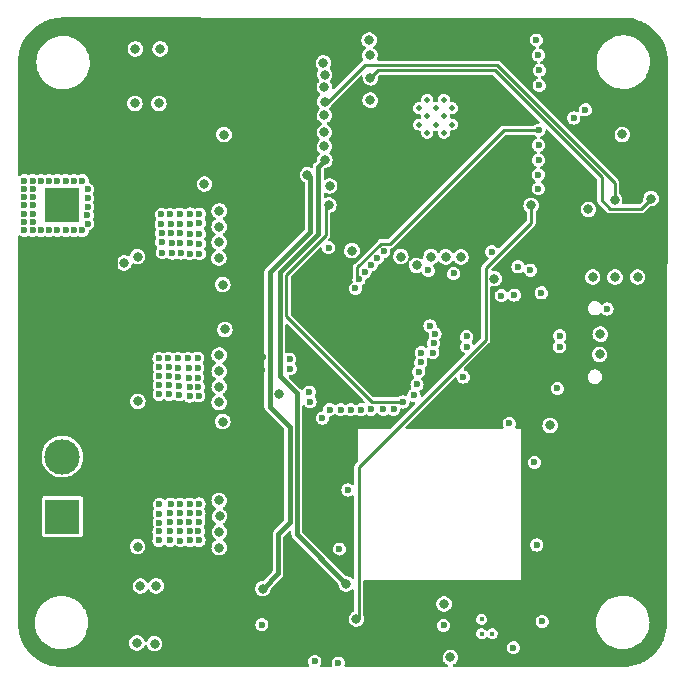
<source format=gbr>
%TF.GenerationSoftware,KiCad,Pcbnew,6.0.10-86aedd382b~118~ubuntu22.04.1*%
%TF.CreationDate,2023-04-05T16:54:16+05:30*%
%TF.ProjectId,Quadruped,51756164-7275-4706-9564-2e6b69636164,rev?*%
%TF.SameCoordinates,Original*%
%TF.FileFunction,Copper,L3,Inr*%
%TF.FilePolarity,Positive*%
%FSLAX46Y46*%
G04 Gerber Fmt 4.6, Leading zero omitted, Abs format (unit mm)*
G04 Created by KiCad (PCBNEW 6.0.10-86aedd382b~118~ubuntu22.04.1) date 2023-04-05 16:54:16*
%MOMM*%
%LPD*%
G01*
G04 APERTURE LIST*
%TA.AperFunction,ComponentPad*%
%ADD10R,3.000000X3.000000*%
%TD*%
%TA.AperFunction,ComponentPad*%
%ADD11C,3.000000*%
%TD*%
%TA.AperFunction,ComponentPad*%
%ADD12C,0.400000*%
%TD*%
%TA.AperFunction,HeatsinkPad*%
%ADD13C,0.500000*%
%TD*%
%TA.AperFunction,ComponentPad*%
%ADD14O,2.100000X1.050000*%
%TD*%
%TA.AperFunction,ViaPad*%
%ADD15C,0.600000*%
%TD*%
%TA.AperFunction,ViaPad*%
%ADD16C,0.800000*%
%TD*%
%TA.AperFunction,Conductor*%
%ADD17C,0.250000*%
%TD*%
%TA.AperFunction,Conductor*%
%ADD18C,0.400000*%
%TD*%
G04 APERTURE END LIST*
D10*
%TO.N,VM*%
%TO.C,P1*%
X32800000Y-91500000D03*
D11*
%TO.N,GND*%
X32800000Y-86420000D03*
%TD*%
D10*
%TO.N,/DRV8323/MOTOR_C*%
%TO.C,J2*%
X32800000Y-107280000D03*
D11*
%TO.N,/DRV8323/MOTOR_B*%
X32800000Y-102200000D03*
%TO.N,/DRV8323/MOTOR_A*%
X32800000Y-97120000D03*
%TD*%
D12*
%TO.N,N/C*%
%TO.C,IC1*%
X68300000Y-126550000D03*
%TO.N,GND*%
X69200000Y-126550000D03*
X68750000Y-127150000D03*
%TO.N,N/C*%
X68300000Y-127750000D03*
X69200000Y-127750000D03*
%TD*%
D13*
%TO.N,N/C*%
%TO.C,U1*%
X62990000Y-84650000D03*
X65090000Y-83950000D03*
X64390000Y-84650000D03*
X63690000Y-82550000D03*
X65090000Y-85350000D03*
X63690000Y-83950000D03*
X65790000Y-84650000D03*
X62990000Y-83250000D03*
X65090000Y-82550000D03*
X64390000Y-83250000D03*
X63690000Y-85350000D03*
X65790000Y-83250000D03*
%TD*%
D10*
%TO.N,/CAN_BUS_IC/CANH*%
%TO.C,P2*%
X32800000Y-117840000D03*
D11*
%TO.N,/CAN_BUS_IC/CANL*%
X32800000Y-112760000D03*
%TD*%
D14*
%TO.N,GND*%
%TO.C,J1*%
X77345000Y-107420000D03*
X77345000Y-98780000D03*
X81525000Y-107420000D03*
X81525000Y-98780000D03*
%TD*%
D15*
%TO.N,3V3_IN*%
X62966972Y-105563366D03*
X73420000Y-126720000D03*
D16*
X77340000Y-91830000D03*
D15*
X63783145Y-96993677D03*
X66740000Y-106020000D03*
X56980000Y-115600000D03*
D16*
X69363374Y-97691224D03*
D15*
X77080000Y-83400000D03*
D16*
X58770000Y-77500000D03*
X74090000Y-110130000D03*
X57320000Y-95330000D03*
D15*
%TO.N,GND*%
X31350000Y-88110000D03*
D16*
X55990000Y-121450000D03*
D15*
X34800000Y-87210000D03*
D16*
X46640000Y-128570000D03*
D15*
X47480000Y-116600000D03*
X81530000Y-85500000D03*
X48360000Y-104330000D03*
X35480000Y-86100000D03*
X35480000Y-85400000D03*
X48880000Y-115900000D03*
X50280000Y-115900000D03*
D16*
X44560000Y-123810000D03*
D15*
X35480000Y-84700000D03*
X31080000Y-84100000D03*
X50280000Y-116600000D03*
X29580000Y-84880000D03*
D16*
X56700000Y-103280000D03*
D15*
X47480000Y-115900000D03*
D16*
X67281516Y-99363082D03*
D15*
X34810000Y-86350000D03*
X48190000Y-105440000D03*
X30380000Y-86900000D03*
X48180000Y-115900000D03*
D16*
X74280000Y-125810000D03*
D15*
X34780000Y-85500000D03*
X72280000Y-76500000D03*
X35480000Y-88200000D03*
D16*
X44570000Y-83050000D03*
D15*
X48960000Y-92220000D03*
D16*
X66730000Y-107370161D03*
D15*
X35480000Y-86800000D03*
X49650000Y-91520000D03*
D16*
X77070000Y-122450000D03*
D15*
X49800000Y-104330000D03*
X49480000Y-93220000D03*
X30410000Y-87760000D03*
X48800000Y-93210000D03*
X49640000Y-92200000D03*
X32480000Y-84100000D03*
X30380000Y-84800000D03*
X74380000Y-108600000D03*
X30380000Y-86200000D03*
D16*
X44670000Y-128570000D03*
D15*
X47710000Y-103660000D03*
X48090000Y-93220000D03*
X29580000Y-84100000D03*
D16*
X46690000Y-78140000D03*
D15*
X48420000Y-103650000D03*
D16*
X65044652Y-128874500D03*
D15*
X47520000Y-91560000D03*
X34470000Y-87960000D03*
X34580000Y-84100000D03*
X48180000Y-116600000D03*
X35280000Y-84100000D03*
X48960000Y-105430000D03*
X49580000Y-115900000D03*
X33980000Y-84800000D03*
D16*
X46580000Y-123840000D03*
X52060000Y-120350000D03*
X49325000Y-117796500D03*
D15*
X49710000Y-105440000D03*
X35480000Y-87500000D03*
D16*
X46630000Y-83050000D03*
X51980000Y-76900000D03*
D15*
X48250000Y-91550000D03*
X48970000Y-91530000D03*
X33180000Y-84100000D03*
X49140000Y-103660000D03*
X29600000Y-85640000D03*
X75180000Y-126400000D03*
D16*
X57700000Y-129700000D03*
X76370000Y-111250000D03*
D15*
X29600000Y-87300000D03*
X31780000Y-84100000D03*
D16*
X44430000Y-78140000D03*
D15*
X47690000Y-104330000D03*
X49580000Y-116600000D03*
X50980000Y-115900000D03*
X31180000Y-84800000D03*
D16*
X56730000Y-96440000D03*
D15*
X73780000Y-106420000D03*
X29650000Y-88120000D03*
X48260000Y-92220000D03*
X48880000Y-116600000D03*
X70780000Y-103900000D03*
D16*
X83060000Y-95270000D03*
D15*
X30380000Y-85500000D03*
X29590000Y-86440000D03*
X81590000Y-88990000D03*
X49070000Y-104310000D03*
X56760000Y-114490000D03*
X33880000Y-84100000D03*
X30380000Y-84100000D03*
X47530000Y-92240000D03*
X34680000Y-84800000D03*
D16*
%TO.N,/EN*%
X80210000Y-85490000D03*
X58840000Y-78790000D03*
D15*
%TO.N,VM*%
X44380000Y-92220000D03*
X30280000Y-92200000D03*
D16*
X46080000Y-106850000D03*
D15*
X43590000Y-94690000D03*
X30280000Y-91500000D03*
D16*
X46080000Y-120470000D03*
D15*
X42790000Y-94700000D03*
D16*
X46070000Y-93290000D03*
X46070000Y-91960000D03*
D15*
X41200000Y-93850000D03*
X41790000Y-105200000D03*
X44380000Y-92990000D03*
X42590000Y-104440000D03*
X44260000Y-104430000D03*
X30280000Y-89400000D03*
X40990000Y-105970000D03*
X31680000Y-93600000D03*
X44380000Y-93930000D03*
X42750000Y-118320000D03*
D16*
X46080000Y-105530000D03*
D15*
X41900000Y-118320000D03*
X42000000Y-93870000D03*
X42610000Y-106020000D03*
X29580000Y-89400000D03*
X40990000Y-117590000D03*
X41840000Y-107480000D03*
X34480000Y-89400000D03*
X40990000Y-107490000D03*
X33080000Y-93600000D03*
D16*
X46100000Y-119140000D03*
D15*
X41170000Y-93090000D03*
X40970000Y-104440000D03*
D16*
X38970000Y-78240000D03*
D15*
X43510000Y-105280000D03*
X34930000Y-90890000D03*
D16*
X46070000Y-116470000D03*
D15*
X42850000Y-95530000D03*
X30280000Y-90800000D03*
D16*
X39110000Y-128540000D03*
X40730000Y-123710000D03*
D15*
X44370000Y-116780000D03*
D16*
X40600000Y-128600000D03*
D15*
X30980000Y-89400000D03*
X41920000Y-117580000D03*
D16*
X41070000Y-78240000D03*
D15*
X43600000Y-119850000D03*
X43610000Y-92220000D03*
X43440000Y-104440000D03*
X43620000Y-117580000D03*
X44340000Y-107620000D03*
X41820000Y-106680000D03*
X33780000Y-93600000D03*
X34940000Y-90140000D03*
X41910000Y-92260000D03*
X42770000Y-93850000D03*
X40970000Y-119840000D03*
X42770000Y-117560000D03*
X29580000Y-91500000D03*
X42780000Y-119080000D03*
X41920000Y-119840000D03*
X42610000Y-105230000D03*
X30280000Y-90100000D03*
X43570000Y-106850000D03*
X29580000Y-92200000D03*
X29580000Y-90100000D03*
D16*
X46070000Y-104170000D03*
D15*
X42770000Y-116790000D03*
X44400000Y-94740000D03*
X44370000Y-117560000D03*
X41960000Y-116780000D03*
X40990000Y-105220000D03*
X30980000Y-93600000D03*
D16*
X65110000Y-125250000D03*
D15*
X31680000Y-89400000D03*
X34480000Y-93600000D03*
X34940000Y-91620000D03*
X43610000Y-93910000D03*
X43550000Y-118280000D03*
X30280000Y-93600000D03*
D16*
X38940000Y-82860000D03*
D15*
X33780000Y-89400000D03*
X34930000Y-93050000D03*
X32380000Y-89400000D03*
X42760000Y-93030000D03*
X41200000Y-94590000D03*
D16*
X65647752Y-129752428D03*
X46110000Y-117820000D03*
D15*
X33080000Y-89400000D03*
X72970000Y-120250000D03*
X40980000Y-119100000D03*
X44250000Y-105250000D03*
X42720000Y-92240000D03*
D16*
X46050000Y-95950000D03*
D15*
X41180000Y-92260000D03*
X29580000Y-93600000D03*
X40990000Y-106720000D03*
X44370000Y-119850000D03*
X44400000Y-95590000D03*
X42700000Y-106760000D03*
X43570000Y-116780000D03*
X34920000Y-92330000D03*
X42050000Y-94690000D03*
X44310000Y-119070000D03*
X43640000Y-93030000D03*
X40990000Y-118350000D03*
D16*
X40970000Y-82860000D03*
D15*
X41770000Y-104440000D03*
X41810000Y-105940000D03*
X44290000Y-106860000D03*
X41900000Y-119080000D03*
X29580000Y-90800000D03*
X42120000Y-95530000D03*
X29580000Y-92900000D03*
X42780000Y-119870000D03*
X41020000Y-116800000D03*
X44250000Y-106070000D03*
D16*
X46070000Y-108170000D03*
D15*
X41260000Y-95490000D03*
X43520000Y-106070000D03*
X44350000Y-118280000D03*
X43590000Y-107640000D03*
X41970000Y-93070000D03*
X32380000Y-93600000D03*
X30280000Y-92900000D03*
D16*
X39406728Y-123723272D03*
D15*
X42700000Y-107540000D03*
D16*
X46070000Y-94610000D03*
D15*
X43570000Y-95570000D03*
X43570000Y-119080000D03*
%TO.N,/IO47*%
X71374500Y-96700000D03*
X63133784Y-104781461D03*
%TO.N,VBUS*%
X72770000Y-113250000D03*
X78915500Y-100270000D03*
X74710000Y-106980000D03*
D16*
X77700000Y-97570000D03*
D15*
X70630000Y-109960000D03*
%TO.N,/D-*%
X67025358Y-103445000D03*
D16*
X78280000Y-104120000D03*
D15*
X74890000Y-103470000D03*
D16*
X81500000Y-97570000D03*
%TO.N,/D+*%
X79590000Y-97570000D03*
D15*
X67025358Y-102595000D03*
D16*
X78340000Y-102400000D03*
D15*
X74920000Y-102540000D03*
D16*
%TO.N,/RTS*%
X82640000Y-90930000D03*
X54895000Y-79424500D03*
X58880000Y-80690000D03*
D15*
%TO.N,/RXD*%
X71058386Y-99078386D03*
X73170000Y-81330000D03*
%TO.N,/TXD*%
X73180000Y-80050000D03*
X69960000Y-99130000D03*
D16*
%TO.N,/DTR*%
X54992299Y-82712299D03*
X79554500Y-91060000D03*
%TO.N,/DRV8323/GHA*%
X39161945Y-95830000D03*
D15*
X52041893Y-104515071D03*
D16*
%TO.N,/DRV8323/MOTOR_A*%
X38005523Y-96378152D03*
D15*
X52090588Y-105313089D03*
D16*
%TO.N,/DRV8323/GLA*%
X46480000Y-85500000D03*
X51180000Y-107500000D03*
%TO.N,/DRV8323/SPA*%
X46380000Y-109795500D03*
X44829945Y-89680000D03*
%TO.N,/DRV8323/SPB*%
X46560500Y-102000000D03*
D15*
X54819500Y-109505000D03*
%TO.N,/DRV8323/GLB*%
X55430000Y-108780000D03*
D16*
X46380000Y-98200000D03*
D15*
%TO.N,/DRV8323/MOTOR_B*%
X56350000Y-108790000D03*
D16*
%TO.N,/DRV8323/GHB*%
X39185055Y-108080000D03*
D15*
X57199647Y-108799647D03*
%TO.N,/DRV8323/GHC*%
X58085460Y-108794188D03*
D16*
X39166000Y-120380000D03*
D15*
%TO.N,/DRV8323/MOTOR_C*%
X58920000Y-108750000D03*
%TO.N,/DRV8323/GLC*%
X59966896Y-108773104D03*
%TO.N,/DRV8323/SPC*%
X60838485Y-108761515D03*
%TO.N,/IO19*%
X61630000Y-108140000D03*
D16*
X55360500Y-91470000D03*
D15*
%TO.N,/IO8*%
X62560000Y-107570000D03*
D16*
X55429750Y-89860250D03*
D15*
%TO.N,/IO1*%
X72930000Y-77490000D03*
X62821161Y-106645661D03*
%TO.N,/IO38*%
X73110000Y-87660000D03*
X63190000Y-103954500D03*
%TO.N,/IO37*%
X73090000Y-88900000D03*
X64168118Y-103957578D03*
%TO.N,/IO48*%
X64233663Y-103160767D03*
X72410000Y-96980000D03*
X73340000Y-98900000D03*
%TO.N,/IO36*%
X64355349Y-102370579D03*
X73090000Y-90070000D03*
%TO.N,/IO2*%
X63920000Y-101700000D03*
X73090000Y-78760000D03*
D16*
%TO.N,/IO17*%
X56830000Y-123540000D03*
X55020000Y-87660000D03*
%TO.N,/IO18*%
X49780000Y-123940000D03*
X53550000Y-88900000D03*
D15*
%TO.N,/IO21*%
X58928747Y-96537579D03*
X69150000Y-95410000D03*
%TO.N,/IO39*%
X73120000Y-86390000D03*
X58392026Y-97130145D03*
%TO.N,/IO40*%
X73140000Y-85120000D03*
X57910768Y-97768577D03*
%TO.N,/IO41*%
X76104500Y-84100000D03*
X57613054Y-98510581D03*
%TO.N,/CAN_BUS_IC/CANH*%
X54170000Y-130110000D03*
%TO.N,/CAN_BUS_IC/CANL*%
X49690000Y-126990000D03*
%TO.N,/IO35*%
X56160000Y-130240000D03*
D16*
X57690000Y-126500000D03*
X72480000Y-91500000D03*
%TO.N,/IO4*%
X54996676Y-80419208D03*
D15*
X53770000Y-108100000D03*
D16*
%TO.N,/IO5*%
X54980000Y-81450000D03*
D15*
X53694549Y-107292274D03*
D16*
%TO.N,/IO6*%
X58860000Y-82590000D03*
%TO.N,/IO7*%
X54980000Y-83860000D03*
D15*
%TO.N,/IO15*%
X60020000Y-95370000D03*
D16*
X54980000Y-85309500D03*
D15*
%TO.N,/IO16*%
X59455238Y-95935905D03*
D16*
X54980000Y-86500000D03*
D15*
%TO.N,/IO20*%
X55330000Y-95070000D03*
X56242371Y-120586627D03*
D16*
%TO.N,/IO9*%
X61450000Y-95830000D03*
%TO.N,/IO10*%
X62792299Y-96582299D03*
%TO.N,/IO11*%
X64020000Y-95840000D03*
%TO.N,/IO12*%
X65260000Y-95850000D03*
%TO.N,/IO13*%
X66540000Y-95860000D03*
D15*
%TO.N,/IO14*%
X65915500Y-97250000D03*
%TO.N,/EN-TPS*%
X70970000Y-128950000D03*
X65068411Y-127051589D03*
%TD*%
D17*
%TO.N,/RTS*%
X78460000Y-89116396D02*
X69403604Y-80060000D01*
X79175000Y-91785000D02*
X78460000Y-91070000D01*
X81785000Y-91785000D02*
X79175000Y-91785000D01*
X59510000Y-80060000D02*
X58880000Y-80690000D01*
X78460000Y-91070000D02*
X78460000Y-89116396D01*
X82640000Y-90930000D02*
X81785000Y-91785000D01*
X69403604Y-80060000D02*
X59510000Y-80060000D01*
%TO.N,/DTR*%
X58390000Y-79610000D02*
X69590000Y-79610000D01*
X54992299Y-82712299D02*
X55287701Y-82712299D01*
X55287701Y-82712299D02*
X58390000Y-79610000D01*
X79554500Y-89574500D02*
X79554500Y-91060000D01*
X69590000Y-79610000D02*
X79554500Y-89574500D01*
%TO.N,/IO19*%
X61100854Y-108140000D02*
X61630000Y-108140000D01*
X55095000Y-94018833D02*
X51735000Y-97378833D01*
X59178884Y-108125000D02*
X59190399Y-108136515D01*
X59190399Y-108136515D02*
X61097369Y-108136515D01*
X61097369Y-108136515D02*
X61100854Y-108140000D01*
X51735000Y-100885000D02*
X58975000Y-108125000D01*
X51735000Y-97378833D02*
X51735000Y-100885000D01*
X55360500Y-91470000D02*
X55095000Y-91735500D01*
X58975000Y-108125000D02*
X59178884Y-108125000D01*
X55095000Y-91735500D02*
X55095000Y-94018833D01*
D18*
%TO.N,/IO17*%
X51210000Y-97161371D02*
X51210000Y-105960000D01*
X54460000Y-93911371D02*
X51210000Y-97161371D01*
X52650000Y-119360000D02*
X56830000Y-123540000D01*
X51210000Y-105960000D02*
X52650000Y-107400000D01*
X54460000Y-88220000D02*
X54460000Y-93911371D01*
X55020000Y-87660000D02*
X54460000Y-88220000D01*
X52650000Y-107400000D02*
X52650000Y-119360000D01*
%TO.N,/IO18*%
X51050000Y-119338629D02*
X52050000Y-118338629D01*
X51050000Y-120001371D02*
X51050000Y-119338629D01*
X53780000Y-93742843D02*
X53780000Y-89130000D01*
X53780000Y-89130000D02*
X53550000Y-88900000D01*
X52050000Y-118338629D02*
X52050000Y-110231371D01*
X49780000Y-123940000D02*
X51060000Y-122660000D01*
X50360000Y-108541371D02*
X50360000Y-97162843D01*
X51060000Y-122660000D02*
X51060000Y-120011371D01*
X52050000Y-110231371D02*
X50360000Y-108541371D01*
X50360000Y-97162843D02*
X53780000Y-93742843D01*
X51060000Y-120011371D02*
X51050000Y-120001371D01*
D17*
%TO.N,/IO40*%
X57767026Y-96739090D02*
X59761116Y-94745000D01*
X57910768Y-97768577D02*
X57767026Y-97624835D01*
X59761116Y-94745000D02*
X60535000Y-94745000D01*
X60535000Y-94745000D02*
X70160000Y-85120000D01*
X70160000Y-85120000D02*
X73140000Y-85120000D01*
X57767026Y-97624835D02*
X57767026Y-96739090D01*
%TO.N,/IO35*%
X68638374Y-102881626D02*
X57880000Y-113640000D01*
X57880000Y-126310000D02*
X57690000Y-126500000D01*
X57880000Y-113640000D02*
X57880000Y-126310000D01*
X72480000Y-92963884D02*
X68638374Y-96805510D01*
X68638374Y-96805510D02*
X68638374Y-102881626D01*
X72480000Y-91500000D02*
X72480000Y-92963884D01*
%TD*%
%TA.AperFunction,Conductor*%
%TO.N,/DRV8323/MOTOR_B*%
G36*
X43742121Y-97120002D02*
G01*
X43788614Y-97173658D01*
X43800000Y-97226000D01*
X43800000Y-102874000D01*
X43779998Y-102942121D01*
X43726342Y-102988614D01*
X43674000Y-103000000D01*
X40000000Y-103000000D01*
X40000000Y-107274000D01*
X39979998Y-107342121D01*
X39926342Y-107388614D01*
X39874000Y-107400000D01*
X38026000Y-107400000D01*
X37957879Y-107379998D01*
X37911386Y-107326342D01*
X37900000Y-107274000D01*
X37900000Y-104400000D01*
X29226000Y-104400000D01*
X29157879Y-104379998D01*
X29111386Y-104326342D01*
X29100000Y-104274000D01*
X29100000Y-99826000D01*
X29120002Y-99757879D01*
X29173658Y-99711386D01*
X29226000Y-99700000D01*
X37800000Y-99700000D01*
X37800000Y-97226000D01*
X37820002Y-97157879D01*
X37873658Y-97111386D01*
X37926000Y-97100000D01*
X43674000Y-97100000D01*
X43742121Y-97120002D01*
G37*
%TD.AperFunction*%
%TD*%
%TA.AperFunction,Conductor*%
%TO.N,/DRV8323/MOTOR_A*%
G36*
X43641845Y-85020154D02*
G01*
X43688477Y-85073689D01*
X43700000Y-85126329D01*
X43700000Y-90674000D01*
X43679998Y-90742121D01*
X43626342Y-90788614D01*
X43574000Y-90800000D01*
X40000000Y-90800000D01*
X40000000Y-94974000D01*
X39979998Y-95042121D01*
X39926342Y-95088614D01*
X39874000Y-95100000D01*
X37500000Y-95100000D01*
X37500000Y-99274000D01*
X37479998Y-99342121D01*
X37426342Y-99388614D01*
X37374000Y-99400000D01*
X29227002Y-99400000D01*
X29158881Y-99379998D01*
X29112388Y-99326342D01*
X29101006Y-99273002D01*
X29139010Y-94475002D01*
X29159551Y-94407042D01*
X29213573Y-94360975D01*
X29265006Y-94350000D01*
X36020000Y-94350000D01*
X36016060Y-90674000D01*
X36013604Y-88382036D01*
X36017687Y-88350888D01*
X36020228Y-88344754D01*
X36039285Y-88200000D01*
X36020228Y-88055246D01*
X36017393Y-88048401D01*
X36013212Y-88016774D01*
X36012856Y-87684823D01*
X36017129Y-87652236D01*
X36020228Y-87644754D01*
X36039285Y-87500000D01*
X36023298Y-87378567D01*
X36021306Y-87363432D01*
X36021305Y-87363430D01*
X36020228Y-87355246D01*
X36017069Y-87347620D01*
X36016752Y-87346436D01*
X36012459Y-87313962D01*
X36012109Y-86987615D01*
X36016402Y-86954872D01*
X36017070Y-86952377D01*
X36020228Y-86944754D01*
X36039285Y-86800000D01*
X36020228Y-86655246D01*
X36017067Y-86647614D01*
X36015999Y-86643629D01*
X36011706Y-86611153D01*
X36011362Y-86290401D01*
X36015655Y-86257656D01*
X36017068Y-86252383D01*
X36020228Y-86244754D01*
X36039285Y-86100000D01*
X36020228Y-85955246D01*
X36017068Y-85947618D01*
X36015245Y-85940813D01*
X36010952Y-85908338D01*
X36010614Y-85593163D01*
X36017021Y-85560925D01*
X36014929Y-85560364D01*
X36017066Y-85552387D01*
X36020228Y-85544754D01*
X36039285Y-85400000D01*
X36023292Y-85278517D01*
X36021306Y-85263432D01*
X36021305Y-85263430D01*
X36020228Y-85255246D01*
X36017068Y-85247618D01*
X36014930Y-85239638D01*
X36016794Y-85239139D01*
X36010199Y-85206106D01*
X36010135Y-85145807D01*
X36030065Y-85077665D01*
X36083671Y-85031115D01*
X36135807Y-85019673D01*
X43573672Y-85000329D01*
X43641845Y-85020154D01*
G37*
%TD.AperFunction*%
%TD*%
%TA.AperFunction,Conductor*%
%TO.N,/DRV8323/MOTOR_C*%
G36*
X34064024Y-104705821D02*
G01*
X37574425Y-104709856D01*
X37642523Y-104729936D01*
X37688954Y-104783645D01*
X37700280Y-104835574D01*
X37710000Y-109200000D01*
X43574620Y-109200000D01*
X43642741Y-109220002D01*
X43689234Y-109273658D01*
X43700618Y-109325377D01*
X43702593Y-109726342D01*
X43729373Y-115162702D01*
X43709707Y-115230921D01*
X43656281Y-115277677D01*
X43602703Y-115289321D01*
X42960507Y-115285896D01*
X39980000Y-115270000D01*
X39999429Y-119573431D01*
X39979734Y-119641641D01*
X39926289Y-119688376D01*
X39873430Y-119700000D01*
X35126000Y-119700000D01*
X35057879Y-119679998D01*
X35011386Y-119626342D01*
X35000000Y-119574000D01*
X35000000Y-109800000D01*
X29163259Y-109800000D01*
X29095138Y-109779998D01*
X29048645Y-109726342D01*
X29037259Y-109674053D01*
X29037091Y-109273658D01*
X29035383Y-105220000D01*
X29035217Y-104826238D01*
X29055190Y-104758109D01*
X29108826Y-104711593D01*
X29161360Y-104700185D01*
X34064024Y-104705821D01*
G37*
%TD.AperFunction*%
%TD*%
%TA.AperFunction,Conductor*%
%TO.N,GND*%
G36*
X56408836Y-75589466D02*
G01*
X80272515Y-75594491D01*
X80297061Y-75596912D01*
X80310000Y-75599486D01*
X80322169Y-75597066D01*
X80334569Y-75597066D01*
X80345624Y-75596251D01*
X80557669Y-75606667D01*
X80672906Y-75612329D01*
X80685202Y-75613539D01*
X81038497Y-75665946D01*
X81050603Y-75668353D01*
X81397074Y-75755140D01*
X81408893Y-75758725D01*
X81654496Y-75846604D01*
X81745158Y-75879044D01*
X81756580Y-75883775D01*
X82079449Y-76036479D01*
X82090355Y-76042308D01*
X82396694Y-76225921D01*
X82406975Y-76232791D01*
X82693836Y-76445542D01*
X82703394Y-76453386D01*
X82968024Y-76693232D01*
X82976768Y-76701976D01*
X83216614Y-76966606D01*
X83224458Y-76976164D01*
X83437209Y-77263025D01*
X83444079Y-77273306D01*
X83492105Y-77353432D01*
X83626168Y-77577102D01*
X83627692Y-77579645D01*
X83633521Y-77590551D01*
X83786225Y-77913420D01*
X83790956Y-77924842D01*
X83796210Y-77939526D01*
X83908663Y-78253807D01*
X83911272Y-78261099D01*
X83914860Y-78272926D01*
X84001647Y-78619397D01*
X84004054Y-78631503D01*
X84056244Y-78983338D01*
X84056460Y-78984793D01*
X84057671Y-78997094D01*
X84058518Y-79014321D01*
X84073749Y-79324376D01*
X84072934Y-79335431D01*
X84072934Y-79347831D01*
X84070514Y-79360000D01*
X84072935Y-79372169D01*
X84073020Y-79372598D01*
X84075442Y-79397375D01*
X84021909Y-113814917D01*
X84001776Y-126758643D01*
X83999355Y-126783028D01*
X83999153Y-126784044D01*
X83996732Y-126796217D01*
X83999153Y-126808389D01*
X83999153Y-126820796D01*
X83999967Y-126831838D01*
X83993341Y-126966713D01*
X83984057Y-127155695D01*
X83983744Y-127162059D01*
X83982533Y-127174356D01*
X83934538Y-127497903D01*
X83929695Y-127530554D01*
X83927283Y-127542681D01*
X83839783Y-127891994D01*
X83836199Y-127903811D01*
X83714877Y-128242879D01*
X83710155Y-128254277D01*
X83556190Y-128579805D01*
X83550362Y-128590710D01*
X83365236Y-128899574D01*
X83358366Y-128909855D01*
X83143861Y-129199081D01*
X83136017Y-129208639D01*
X82894194Y-129475450D01*
X82885450Y-129484194D01*
X82618639Y-129726017D01*
X82609081Y-129733861D01*
X82319855Y-129948366D01*
X82309574Y-129955236D01*
X82000710Y-130140362D01*
X81989805Y-130146190D01*
X81664277Y-130300155D01*
X81652879Y-130304877D01*
X81313811Y-130426199D01*
X81301994Y-130429783D01*
X80952681Y-130517283D01*
X80940557Y-130519694D01*
X80584356Y-130572533D01*
X80572065Y-130573743D01*
X80454290Y-130579530D01*
X80241838Y-130589967D01*
X80230796Y-130589153D01*
X80218389Y-130589153D01*
X80206217Y-130586732D01*
X80193305Y-130589300D01*
X80168736Y-130591721D01*
X79812069Y-130591749D01*
X65964429Y-130592853D01*
X65896307Y-130572856D01*
X65849810Y-130519204D01*
X65839700Y-130448931D01*
X65869188Y-130384348D01*
X65907806Y-130354288D01*
X66005821Y-130304993D01*
X66005827Y-130304989D01*
X66012607Y-130301579D01*
X66018378Y-130296650D01*
X66018381Y-130296648D01*
X66127288Y-130203632D01*
X66127288Y-130203631D01*
X66133066Y-130198697D01*
X66225507Y-130070052D01*
X66284594Y-129923069D01*
X66306914Y-129766235D01*
X66307059Y-129752428D01*
X66306473Y-129747581D01*
X66288940Y-129602701D01*
X66288028Y-129595161D01*
X66232032Y-129446974D01*
X66142305Y-129316420D01*
X66024027Y-129211039D01*
X66016641Y-129207128D01*
X65921807Y-129156916D01*
X65884026Y-129136912D01*
X65730385Y-129098320D01*
X65722786Y-129098280D01*
X65722785Y-129098280D01*
X65656933Y-129097935D01*
X65571973Y-129097490D01*
X65564593Y-129099262D01*
X65564591Y-129099262D01*
X65425315Y-129132699D01*
X65425312Y-129132700D01*
X65417936Y-129134471D01*
X65277166Y-129207128D01*
X65157791Y-129311266D01*
X65066702Y-129440872D01*
X65009158Y-129588465D01*
X65008166Y-129595998D01*
X65008166Y-129595999D01*
X64990502Y-129730174D01*
X64988481Y-129745524D01*
X64997124Y-129823807D01*
X65000135Y-129851077D01*
X65005865Y-129902981D01*
X65008475Y-129910112D01*
X65008475Y-129910114D01*
X65041396Y-130000074D01*
X65060305Y-130051747D01*
X65064541Y-130058050D01*
X65064541Y-130058051D01*
X65127158Y-130151234D01*
X65148660Y-130183233D01*
X65154279Y-130188346D01*
X65154280Y-130188347D01*
X65218265Y-130246568D01*
X65265828Y-130289847D01*
X65300192Y-130308505D01*
X65387985Y-130356173D01*
X65438307Y-130406256D01*
X65453563Y-130475594D01*
X65428911Y-130542173D01*
X65372176Y-130584855D01*
X65327873Y-130592904D01*
X60169815Y-130593315D01*
X56802311Y-130593584D01*
X56734189Y-130573587D01*
X56687692Y-130519935D01*
X56677582Y-130449662D01*
X56685892Y-130419367D01*
X56697067Y-130392386D01*
X56697068Y-130392383D01*
X56700228Y-130384754D01*
X56701808Y-130372757D01*
X56718207Y-130248188D01*
X56719285Y-130240000D01*
X56706168Y-130140362D01*
X56701306Y-130103432D01*
X56701305Y-130103430D01*
X56700228Y-130095246D01*
X56660806Y-130000074D01*
X56647515Y-129967986D01*
X56647514Y-129967984D01*
X56644355Y-129960358D01*
X56555474Y-129844526D01*
X56548924Y-129839500D01*
X56548921Y-129839497D01*
X56446196Y-129760673D01*
X56446194Y-129760672D01*
X56439643Y-129755645D01*
X56304754Y-129699772D01*
X56160000Y-129680715D01*
X56151812Y-129681793D01*
X56023432Y-129698694D01*
X56023430Y-129698695D01*
X56015246Y-129699772D01*
X55991768Y-129709497D01*
X55887986Y-129752485D01*
X55887984Y-129752486D01*
X55880358Y-129755645D01*
X55764526Y-129844526D01*
X55675645Y-129960358D01*
X55672486Y-129967984D01*
X55672485Y-129967986D01*
X55659194Y-130000074D01*
X55619772Y-130095246D01*
X55618695Y-130103430D01*
X55618694Y-130103432D01*
X55613832Y-130140362D01*
X55600715Y-130240000D01*
X55601793Y-130248188D01*
X55618193Y-130372757D01*
X55619772Y-130384754D01*
X55622932Y-130392383D01*
X55634151Y-130419469D01*
X55641740Y-130490059D01*
X55609961Y-130553546D01*
X55548903Y-130589773D01*
X55517752Y-130593687D01*
X55164781Y-130593715D01*
X54753252Y-130593748D01*
X54685130Y-130573751D01*
X54638633Y-130520099D01*
X54628523Y-130449826D01*
X54647534Y-130404693D01*
X54645199Y-130403345D01*
X54649329Y-130396192D01*
X54654355Y-130389642D01*
X54659771Y-130376568D01*
X54695692Y-130289847D01*
X54710228Y-130254754D01*
X54712171Y-130240000D01*
X54728207Y-130118188D01*
X54729285Y-130110000D01*
X54710228Y-129965246D01*
X54654355Y-129830358D01*
X54605152Y-129766235D01*
X54570501Y-129721077D01*
X54570500Y-129721076D01*
X54565474Y-129714526D01*
X54558924Y-129709500D01*
X54558921Y-129709497D01*
X54456196Y-129630673D01*
X54456194Y-129630672D01*
X54449643Y-129625645D01*
X54314754Y-129569772D01*
X54170000Y-129550715D01*
X54161812Y-129551793D01*
X54033432Y-129568694D01*
X54033430Y-129568695D01*
X54025246Y-129569772D01*
X53997210Y-129581385D01*
X53897986Y-129622485D01*
X53897984Y-129622486D01*
X53890358Y-129625645D01*
X53774526Y-129714526D01*
X53685645Y-129830358D01*
X53629772Y-129965246D01*
X53610715Y-130110000D01*
X53611793Y-130118188D01*
X53627830Y-130240000D01*
X53629772Y-130254754D01*
X53644308Y-130289847D01*
X53680230Y-130376568D01*
X53685645Y-130389642D01*
X53690671Y-130396192D01*
X53694801Y-130403345D01*
X53692112Y-130404897D01*
X53712393Y-130457365D01*
X53698123Y-130526913D01*
X53648519Y-130577706D01*
X53586839Y-130593841D01*
X32817471Y-130595497D01*
X32792880Y-130593076D01*
X32780000Y-130590514D01*
X32767831Y-130592934D01*
X32755431Y-130592934D01*
X32744376Y-130593749D01*
X32533297Y-130583380D01*
X32420035Y-130577816D01*
X32407740Y-130576606D01*
X32057357Y-130524630D01*
X32045246Y-130522222D01*
X31786322Y-130457365D01*
X31701651Y-130436156D01*
X31689818Y-130432567D01*
X31356314Y-130313237D01*
X31344890Y-130308505D01*
X31168612Y-130225132D01*
X31024687Y-130157061D01*
X31013786Y-130151234D01*
X30995648Y-130140362D01*
X30761591Y-130000074D01*
X30709973Y-129969135D01*
X30699692Y-129962265D01*
X30429814Y-129762110D01*
X30415201Y-129751272D01*
X30405643Y-129743429D01*
X30360962Y-129702932D01*
X30143184Y-129505549D01*
X30134446Y-129496811D01*
X30125616Y-129487068D01*
X29896571Y-129234357D01*
X29888727Y-129224798D01*
X29873342Y-129204053D01*
X29820422Y-129132699D01*
X29677735Y-128940308D01*
X29670865Y-128930027D01*
X29539370Y-128710641D01*
X29488764Y-128626210D01*
X29482937Y-128615309D01*
X29475697Y-128600000D01*
X29377222Y-128391793D01*
X29331495Y-128295110D01*
X29326763Y-128283686D01*
X29207433Y-127950182D01*
X29203844Y-127938349D01*
X29158258Y-127756359D01*
X29117778Y-127594754D01*
X29115368Y-127582635D01*
X29109442Y-127542681D01*
X29063394Y-127232260D01*
X29062183Y-127219960D01*
X29061417Y-127204355D01*
X29054949Y-127072695D01*
X29046251Y-126895624D01*
X29047066Y-126884569D01*
X29047066Y-126872320D01*
X30465950Y-126872320D01*
X30466313Y-126876468D01*
X30466313Y-126876472D01*
X30483846Y-127076869D01*
X30492053Y-127170679D01*
X30492963Y-127174751D01*
X30492964Y-127174756D01*
X30554956Y-127452092D01*
X30557386Y-127462964D01*
X30558830Y-127466887D01*
X30558830Y-127466889D01*
X30582531Y-127531306D01*
X30660802Y-127744040D01*
X30662749Y-127747733D01*
X30662750Y-127747735D01*
X30666507Y-127754860D01*
X30800484Y-128008970D01*
X30810315Y-128022803D01*
X30971553Y-128249689D01*
X30971558Y-128249695D01*
X30973977Y-128253099D01*
X30976821Y-128256148D01*
X30976826Y-128256155D01*
X31165990Y-128459008D01*
X31178234Y-128472138D01*
X31409666Y-128662239D01*
X31413223Y-128664445D01*
X31413228Y-128664448D01*
X31545620Y-128746534D01*
X31664207Y-128820061D01*
X31937385Y-128942832D01*
X32059165Y-128979136D01*
X32220402Y-129027203D01*
X32220404Y-129027203D01*
X32224401Y-129028395D01*
X32228521Y-129029048D01*
X32228523Y-129029048D01*
X32337253Y-129046269D01*
X32520212Y-129075247D01*
X32562480Y-129077166D01*
X32612455Y-129079436D01*
X32612474Y-129079436D01*
X32613874Y-129079500D01*
X32800971Y-129079500D01*
X33023839Y-129064697D01*
X33317429Y-129005499D01*
X33600609Y-128907992D01*
X33604342Y-128906123D01*
X33604346Y-128906121D01*
X33864663Y-128775764D01*
X33864665Y-128775763D01*
X33868407Y-128773889D01*
X34009524Y-128677986D01*
X34112656Y-128607898D01*
X34112659Y-128607896D01*
X34116115Y-128605547D01*
X34197147Y-128533096D01*
X38450729Y-128533096D01*
X38459184Y-128609682D01*
X38466974Y-128680233D01*
X38468113Y-128690553D01*
X38470723Y-128697684D01*
X38470723Y-128697686D01*
X38515506Y-128820061D01*
X38522553Y-128839319D01*
X38526789Y-128845622D01*
X38526789Y-128845623D01*
X38596928Y-128950000D01*
X38610908Y-128970805D01*
X38616527Y-128975918D01*
X38616528Y-128975919D01*
X38714399Y-129064974D01*
X38728076Y-129077419D01*
X38867293Y-129153008D01*
X39020522Y-129193207D01*
X39104477Y-129194526D01*
X39171319Y-129195576D01*
X39171322Y-129195576D01*
X39178916Y-129195695D01*
X39333332Y-129160329D01*
X39403742Y-129124917D01*
X39468072Y-129092563D01*
X39468075Y-129092561D01*
X39474855Y-129089151D01*
X39480626Y-129084222D01*
X39480629Y-129084220D01*
X39589536Y-128991204D01*
X39589536Y-128991203D01*
X39595314Y-128986269D01*
X39687755Y-128857624D01*
X39712905Y-128795061D01*
X39727361Y-128759102D01*
X39771328Y-128703358D01*
X39838453Y-128680233D01*
X39907424Y-128697070D01*
X39956344Y-128748523D01*
X39962594Y-128762798D01*
X40005894Y-128881121D01*
X40012553Y-128899319D01*
X40016789Y-128905622D01*
X40016789Y-128905623D01*
X40060590Y-128970805D01*
X40100908Y-129030805D01*
X40106527Y-129035918D01*
X40106528Y-129035919D01*
X40175106Y-129098320D01*
X40218076Y-129137419D01*
X40357293Y-129213008D01*
X40510522Y-129253207D01*
X40594477Y-129254526D01*
X40661319Y-129255576D01*
X40661322Y-129255576D01*
X40668916Y-129255695D01*
X40823332Y-129220329D01*
X40939260Y-129162024D01*
X40958072Y-129152563D01*
X40958075Y-129152561D01*
X40964855Y-129149151D01*
X40970626Y-129144222D01*
X40970629Y-129144220D01*
X41079536Y-129051204D01*
X41079536Y-129051203D01*
X41085314Y-129046269D01*
X41154490Y-128950000D01*
X70410715Y-128950000D01*
X70411793Y-128958188D01*
X70427132Y-129074698D01*
X70429772Y-129094754D01*
X70446468Y-129135062D01*
X70480374Y-129216916D01*
X70485645Y-129229642D01*
X70574526Y-129345474D01*
X70581076Y-129350500D01*
X70581079Y-129350503D01*
X70683804Y-129429327D01*
X70690357Y-129434355D01*
X70825246Y-129490228D01*
X70970000Y-129509285D01*
X70978188Y-129508207D01*
X71106566Y-129491306D01*
X71114754Y-129490228D01*
X71249643Y-129434355D01*
X71256196Y-129429327D01*
X71358921Y-129350503D01*
X71358924Y-129350500D01*
X71365474Y-129345474D01*
X71454355Y-129229642D01*
X71459627Y-129216916D01*
X71493532Y-129135062D01*
X71510228Y-129094754D01*
X71512869Y-129074698D01*
X71528207Y-128958188D01*
X71529285Y-128950000D01*
X71520217Y-128881121D01*
X71511306Y-128813432D01*
X71511305Y-128813430D01*
X71510228Y-128805246D01*
X71459593Y-128683003D01*
X71457515Y-128677986D01*
X71457514Y-128677984D01*
X71454355Y-128670358D01*
X71393239Y-128590710D01*
X71370501Y-128561077D01*
X71370500Y-128561076D01*
X71365474Y-128554526D01*
X71358924Y-128549500D01*
X71358921Y-128549497D01*
X71256196Y-128470673D01*
X71256194Y-128470672D01*
X71249643Y-128465645D01*
X71114754Y-128409772D01*
X70970000Y-128390715D01*
X70961812Y-128391793D01*
X70833432Y-128408694D01*
X70833430Y-128408695D01*
X70825246Y-128409772D01*
X70777430Y-128429578D01*
X70697986Y-128462485D01*
X70697984Y-128462486D01*
X70690358Y-128465645D01*
X70574526Y-128554526D01*
X70485645Y-128670358D01*
X70482486Y-128677984D01*
X70482485Y-128677986D01*
X70480407Y-128683003D01*
X70429772Y-128805246D01*
X70428695Y-128813430D01*
X70428694Y-128813432D01*
X70419783Y-128881121D01*
X70410715Y-128950000D01*
X41154490Y-128950000D01*
X41177755Y-128917624D01*
X41236842Y-128770641D01*
X41245381Y-128710641D01*
X41258581Y-128617891D01*
X41258581Y-128617888D01*
X41259162Y-128613807D01*
X41259307Y-128600000D01*
X41257238Y-128582898D01*
X41253196Y-128549497D01*
X41240276Y-128442733D01*
X41184280Y-128294546D01*
X41152764Y-128248690D01*
X41098855Y-128170251D01*
X41098854Y-128170249D01*
X41094553Y-128163992D01*
X40976275Y-128058611D01*
X40968889Y-128054700D01*
X40875545Y-128005277D01*
X40836274Y-127984484D01*
X40682633Y-127945892D01*
X40675034Y-127945852D01*
X40675033Y-127945852D01*
X40609181Y-127945507D01*
X40524221Y-127945062D01*
X40516841Y-127946834D01*
X40516839Y-127946834D01*
X40377563Y-127980271D01*
X40377560Y-127980272D01*
X40370184Y-127982043D01*
X40229414Y-128054700D01*
X40110039Y-128158838D01*
X40018950Y-128288444D01*
X40016191Y-128295520D01*
X40016189Y-128295524D01*
X39983651Y-128378980D01*
X39940270Y-128435182D01*
X39873391Y-128459008D01*
X39804247Y-128442894D01*
X39754791Y-128391957D01*
X39748392Y-128377748D01*
X39747746Y-128376037D01*
X39694280Y-128234546D01*
X39685814Y-128222228D01*
X39608855Y-128110251D01*
X39608854Y-128110249D01*
X39604553Y-128103992D01*
X39596294Y-128096633D01*
X39545321Y-128051219D01*
X39486275Y-127998611D01*
X39478889Y-127994700D01*
X39388486Y-127946834D01*
X39346274Y-127924484D01*
X39192633Y-127885892D01*
X39185034Y-127885852D01*
X39185033Y-127885852D01*
X39119181Y-127885507D01*
X39034221Y-127885062D01*
X39026841Y-127886834D01*
X39026839Y-127886834D01*
X38887563Y-127920271D01*
X38887560Y-127920272D01*
X38880184Y-127922043D01*
X38739414Y-127994700D01*
X38620039Y-128098838D01*
X38528950Y-128228444D01*
X38471406Y-128376037D01*
X38470414Y-128383570D01*
X38470414Y-128383571D01*
X38458405Y-128474794D01*
X38450729Y-128533096D01*
X34197147Y-128533096D01*
X34339384Y-128405922D01*
X34534289Y-128178521D01*
X34647843Y-128003664D01*
X34695129Y-127930851D01*
X34695132Y-127930846D01*
X34697408Y-127927341D01*
X34716211Y-127887743D01*
X34784279Y-127744390D01*
X67840860Y-127744390D01*
X67842024Y-127753292D01*
X67842024Y-127753295D01*
X67856577Y-127864582D01*
X67857741Y-127873481D01*
X67910174Y-127992645D01*
X67993946Y-128092303D01*
X68001414Y-128097274D01*
X68001415Y-128097275D01*
X68094850Y-128159472D01*
X68094853Y-128159473D01*
X68102320Y-128164444D01*
X68110887Y-128167120D01*
X68110888Y-128167121D01*
X68157532Y-128181693D01*
X68226587Y-128203267D01*
X68235560Y-128203431D01*
X68235563Y-128203432D01*
X68292790Y-128204481D01*
X68356755Y-128205653D01*
X68456274Y-128178521D01*
X68473701Y-128173770D01*
X68473703Y-128173769D01*
X68482360Y-128171409D01*
X68593306Y-128103288D01*
X68601853Y-128093846D01*
X68657045Y-128032870D01*
X68717588Y-127995789D01*
X68788568Y-127997326D01*
X68846910Y-128036349D01*
X68888168Y-128085431D01*
X68888174Y-128085436D01*
X68893946Y-128092303D01*
X68901414Y-128097274D01*
X68901415Y-128097275D01*
X68994850Y-128159472D01*
X68994853Y-128159473D01*
X69002320Y-128164444D01*
X69010887Y-128167120D01*
X69010888Y-128167121D01*
X69057532Y-128181693D01*
X69126587Y-128203267D01*
X69135560Y-128203431D01*
X69135563Y-128203432D01*
X69192790Y-128204481D01*
X69256755Y-128205653D01*
X69356274Y-128178521D01*
X69373701Y-128173770D01*
X69373703Y-128173769D01*
X69382360Y-128171409D01*
X69493306Y-128103288D01*
X69499330Y-128096633D01*
X69574644Y-128013427D01*
X69574645Y-128013426D01*
X69580672Y-128006767D01*
X69586347Y-127995055D01*
X69633522Y-127897685D01*
X69633522Y-127897684D01*
X69637437Y-127889604D01*
X69659037Y-127761219D01*
X69659174Y-127750000D01*
X69640718Y-127621125D01*
X69601988Y-127535944D01*
X69590548Y-127510782D01*
X69590547Y-127510780D01*
X69586832Y-127502610D01*
X69501850Y-127403983D01*
X69392601Y-127333172D01*
X69267870Y-127295870D01*
X69258894Y-127295815D01*
X69258893Y-127295815D01*
X69205678Y-127295490D01*
X69137683Y-127295074D01*
X69012505Y-127330850D01*
X68902400Y-127400321D01*
X68896458Y-127407049D01*
X68896457Y-127407050D01*
X68844287Y-127466122D01*
X68784201Y-127503941D01*
X68713207Y-127503271D01*
X68654395Y-127464964D01*
X68601850Y-127403983D01*
X68492601Y-127333172D01*
X68367870Y-127295870D01*
X68358894Y-127295815D01*
X68358893Y-127295815D01*
X68305678Y-127295490D01*
X68237683Y-127295074D01*
X68112505Y-127330850D01*
X68002400Y-127400321D01*
X67916219Y-127497903D01*
X67912404Y-127506028D01*
X67912403Y-127506030D01*
X67892095Y-127549285D01*
X67860890Y-127615751D01*
X67859509Y-127624620D01*
X67844232Y-127722735D01*
X67840860Y-127744390D01*
X34784279Y-127744390D01*
X34824077Y-127660576D01*
X34825873Y-127656794D01*
X34832686Y-127635576D01*
X34916148Y-127375621D01*
X34916148Y-127375620D01*
X34917428Y-127371634D01*
X34948431Y-127199327D01*
X34969725Y-127080978D01*
X34969726Y-127080973D01*
X34970464Y-127076869D01*
X34971241Y-127059777D01*
X34974409Y-126990000D01*
X49130715Y-126990000D01*
X49131793Y-126998188D01*
X49147424Y-127116916D01*
X49149772Y-127134754D01*
X49152931Y-127142380D01*
X49201746Y-127260228D01*
X49205645Y-127269642D01*
X49227053Y-127297541D01*
X49286966Y-127375621D01*
X49294526Y-127385474D01*
X49301076Y-127390500D01*
X49301079Y-127390503D01*
X49400627Y-127466889D01*
X49410357Y-127474355D01*
X49545246Y-127530228D01*
X49690000Y-127549285D01*
X49698188Y-127548207D01*
X49826566Y-127531306D01*
X49834754Y-127530228D01*
X49969643Y-127474355D01*
X49979373Y-127466889D01*
X50078921Y-127390503D01*
X50078924Y-127390500D01*
X50085474Y-127385474D01*
X50093035Y-127375621D01*
X50152947Y-127297541D01*
X50174355Y-127269642D01*
X50178255Y-127260228D01*
X50227069Y-127142380D01*
X50230228Y-127134754D01*
X50232577Y-127116916D01*
X50248207Y-126998188D01*
X50249285Y-126990000D01*
X50245266Y-126959472D01*
X50231306Y-126853432D01*
X50231305Y-126853430D01*
X50230228Y-126845246D01*
X50174355Y-126710358D01*
X50085474Y-126594526D01*
X50078924Y-126589500D01*
X50078921Y-126589497D01*
X49976196Y-126510673D01*
X49976194Y-126510672D01*
X49969643Y-126505645D01*
X49834754Y-126449772D01*
X49690000Y-126430715D01*
X49681812Y-126431793D01*
X49553432Y-126448694D01*
X49553430Y-126448695D01*
X49545246Y-126449772D01*
X49497430Y-126469578D01*
X49417986Y-126502485D01*
X49417984Y-126502486D01*
X49410358Y-126505645D01*
X49348259Y-126553295D01*
X49322409Y-126573131D01*
X49294526Y-126594526D01*
X49205645Y-126710358D01*
X49149772Y-126845246D01*
X49148695Y-126853430D01*
X49148694Y-126853432D01*
X49134734Y-126959472D01*
X49130715Y-126990000D01*
X34974409Y-126990000D01*
X34983861Y-126781850D01*
X34983861Y-126781845D01*
X34984050Y-126777680D01*
X34983549Y-126771947D01*
X34958311Y-126483482D01*
X34957947Y-126479321D01*
X34952049Y-126452932D01*
X34893526Y-126191115D01*
X34893525Y-126191112D01*
X34892614Y-126187036D01*
X34789198Y-125905960D01*
X34768613Y-125866916D01*
X34678640Y-125696269D01*
X34649516Y-125641030D01*
X34579271Y-125542185D01*
X34478447Y-125400311D01*
X34478442Y-125400305D01*
X34476023Y-125396901D01*
X34473179Y-125393852D01*
X34473174Y-125393845D01*
X34274616Y-125180918D01*
X34274614Y-125180916D01*
X34271766Y-125177862D01*
X34040334Y-124987761D01*
X34036777Y-124985555D01*
X34036772Y-124985552D01*
X33816916Y-124849236D01*
X33785793Y-124829939D01*
X33512615Y-124707168D01*
X33337977Y-124655106D01*
X33229598Y-124622797D01*
X33229596Y-124622797D01*
X33225599Y-124621605D01*
X33221479Y-124620952D01*
X33221477Y-124620952D01*
X33102800Y-124602156D01*
X32929788Y-124574753D01*
X32887520Y-124572834D01*
X32837545Y-124570564D01*
X32837526Y-124570564D01*
X32836126Y-124570500D01*
X32649029Y-124570500D01*
X32426161Y-124585303D01*
X32132571Y-124644501D01*
X31849391Y-124742008D01*
X31845658Y-124743877D01*
X31845654Y-124743879D01*
X31669389Y-124832146D01*
X31581593Y-124876111D01*
X31333885Y-125044453D01*
X31110616Y-125244078D01*
X30915711Y-125471479D01*
X30913437Y-125474981D01*
X30771107Y-125694149D01*
X30752592Y-125722659D01*
X30624127Y-125993206D01*
X30622848Y-125997189D01*
X30622847Y-125997192D01*
X30557203Y-126201648D01*
X30532572Y-126278366D01*
X30520991Y-126342733D01*
X30480528Y-126567620D01*
X30479536Y-126573131D01*
X30479347Y-126577298D01*
X30479346Y-126577305D01*
X30466139Y-126868150D01*
X30465950Y-126872320D01*
X29047066Y-126872320D01*
X29047066Y-126872169D01*
X29049486Y-126860000D01*
X29046964Y-126847320D01*
X29046906Y-126847026D01*
X29044485Y-126822500D01*
X29043176Y-123716368D01*
X38747457Y-123716368D01*
X38749744Y-123737079D01*
X38763376Y-123860553D01*
X38764841Y-123873825D01*
X38767451Y-123880956D01*
X38767451Y-123880958D01*
X38814341Y-124009091D01*
X38819281Y-124022591D01*
X38823517Y-124028894D01*
X38823517Y-124028895D01*
X38898718Y-124140805D01*
X38907636Y-124154077D01*
X38913255Y-124159190D01*
X38913256Y-124159191D01*
X38950770Y-124193326D01*
X39024804Y-124260691D01*
X39164021Y-124336280D01*
X39317250Y-124376479D01*
X39401205Y-124377798D01*
X39468047Y-124378848D01*
X39468050Y-124378848D01*
X39475644Y-124378967D01*
X39630060Y-124343601D01*
X39700470Y-124308189D01*
X39764800Y-124275835D01*
X39764803Y-124275833D01*
X39771583Y-124272423D01*
X39777354Y-124267494D01*
X39777357Y-124267492D01*
X39886264Y-124174476D01*
X39886264Y-124174475D01*
X39892042Y-124169541D01*
X39971341Y-124059185D01*
X40027335Y-124015537D01*
X40098039Y-124009091D01*
X40161003Y-124041894D01*
X40178244Y-124062435D01*
X40226667Y-124134495D01*
X40226671Y-124134499D01*
X40230908Y-124140805D01*
X40236527Y-124145918D01*
X40236528Y-124145919D01*
X40288497Y-124193207D01*
X40348076Y-124247419D01*
X40487293Y-124323008D01*
X40640522Y-124363207D01*
X40724477Y-124364526D01*
X40791319Y-124365576D01*
X40791322Y-124365576D01*
X40798916Y-124365695D01*
X40953332Y-124330329D01*
X41023742Y-124294917D01*
X41088072Y-124262563D01*
X41088075Y-124262561D01*
X41094855Y-124259151D01*
X41100626Y-124254222D01*
X41100629Y-124254220D01*
X41209536Y-124161204D01*
X41209536Y-124161203D01*
X41215314Y-124156269D01*
X41307755Y-124027624D01*
X41345755Y-123933096D01*
X49120729Y-123933096D01*
X49125457Y-123975919D01*
X49136099Y-124072309D01*
X49138113Y-124090553D01*
X49140723Y-124097684D01*
X49140723Y-124097686D01*
X49176546Y-124195576D01*
X49192553Y-124239319D01*
X49196789Y-124245622D01*
X49196789Y-124245623D01*
X49276335Y-124363999D01*
X49280908Y-124370805D01*
X49286527Y-124375918D01*
X49286528Y-124375919D01*
X49297903Y-124386269D01*
X49398076Y-124477419D01*
X49537293Y-124553008D01*
X49690522Y-124593207D01*
X49774477Y-124594526D01*
X49841319Y-124595576D01*
X49841322Y-124595576D01*
X49848916Y-124595695D01*
X50003332Y-124560329D01*
X50073742Y-124524917D01*
X50138072Y-124492563D01*
X50138075Y-124492561D01*
X50144855Y-124489151D01*
X50150626Y-124484222D01*
X50150629Y-124484220D01*
X50259536Y-124391204D01*
X50259536Y-124391203D01*
X50265314Y-124386269D01*
X50357755Y-124257624D01*
X50416842Y-124110641D01*
X50438252Y-123960202D01*
X50467652Y-123895579D01*
X50473900Y-123888860D01*
X51357011Y-123005749D01*
X51368100Y-122995894D01*
X51369444Y-122994835D01*
X51395059Y-122974641D01*
X51400413Y-122966894D01*
X51400417Y-122966890D01*
X51428728Y-122925928D01*
X51431029Y-122922708D01*
X51460610Y-122882658D01*
X51460611Y-122882656D01*
X51466209Y-122875077D01*
X51468623Y-122868202D01*
X51472764Y-122862211D01*
X51490636Y-122805699D01*
X51491866Y-122802015D01*
X51508371Y-122755016D01*
X51508372Y-122755012D01*
X51511492Y-122746127D01*
X51511775Y-122738927D01*
X51511809Y-122738751D01*
X51513975Y-122731903D01*
X51514500Y-122725232D01*
X51514500Y-122672052D01*
X51514597Y-122667105D01*
X51516488Y-122618975D01*
X51516858Y-122609563D01*
X51514961Y-122602408D01*
X51514500Y-122594033D01*
X51514500Y-120045827D01*
X51515373Y-120031018D01*
X51518300Y-120006286D01*
X51519407Y-119996933D01*
X51508766Y-119938668D01*
X51508117Y-119934769D01*
X51505900Y-119920021D01*
X51504500Y-119901290D01*
X51504500Y-119579079D01*
X51524502Y-119510958D01*
X51541405Y-119489984D01*
X51980405Y-119050984D01*
X52042717Y-119016958D01*
X52113532Y-119022023D01*
X52170368Y-119064570D01*
X52195179Y-119131090D01*
X52195500Y-119140079D01*
X52195500Y-119325544D01*
X52194627Y-119340353D01*
X52190593Y-119374438D01*
X52192285Y-119383702D01*
X52192285Y-119383705D01*
X52201229Y-119432680D01*
X52201878Y-119436582D01*
X52209284Y-119485836D01*
X52210685Y-119495151D01*
X52213838Y-119501718D01*
X52215147Y-119508883D01*
X52242462Y-119561467D01*
X52244205Y-119564957D01*
X52269846Y-119618353D01*
X52274741Y-119623648D01*
X52274834Y-119623787D01*
X52278148Y-119630166D01*
X52282494Y-119635254D01*
X52320076Y-119672836D01*
X52323506Y-119676401D01*
X52362617Y-119718712D01*
X52369017Y-119722430D01*
X52375277Y-119728037D01*
X56138248Y-123491008D01*
X56172274Y-123553320D01*
X56174392Y-123566276D01*
X56182038Y-123635524D01*
X56188113Y-123690553D01*
X56190723Y-123697684D01*
X56190723Y-123697686D01*
X56201777Y-123727891D01*
X56242553Y-123839319D01*
X56246789Y-123845622D01*
X56246789Y-123845623D01*
X56305569Y-123933096D01*
X56330908Y-123970805D01*
X56336527Y-123975918D01*
X56336528Y-123975919D01*
X56407937Y-124040896D01*
X56448076Y-124077419D01*
X56587293Y-124153008D01*
X56740522Y-124193207D01*
X56824477Y-124194526D01*
X56891319Y-124195576D01*
X56891322Y-124195576D01*
X56898916Y-124195695D01*
X57053332Y-124160329D01*
X57138101Y-124117695D01*
X57188072Y-124092563D01*
X57188075Y-124092561D01*
X57194855Y-124089151D01*
X57200628Y-124084220D01*
X57200633Y-124084217D01*
X57292670Y-124005610D01*
X57357459Y-123976579D01*
X57427659Y-123987184D01*
X57480982Y-124034059D01*
X57500500Y-124101421D01*
X57500500Y-125784474D01*
X57480498Y-125852595D01*
X57432290Y-125896440D01*
X57418949Y-125903326D01*
X57319414Y-125954700D01*
X57200039Y-126058838D01*
X57108950Y-126188444D01*
X57083638Y-126253366D01*
X57057855Y-126319497D01*
X57051406Y-126336037D01*
X57050414Y-126343570D01*
X57050414Y-126343571D01*
X57031995Y-126483482D01*
X57030729Y-126493096D01*
X57037266Y-126552305D01*
X57042651Y-126601077D01*
X57048113Y-126650553D01*
X57050723Y-126657684D01*
X57050723Y-126657686D01*
X57095328Y-126779575D01*
X57102553Y-126799319D01*
X57106789Y-126805622D01*
X57106789Y-126805623D01*
X57180302Y-126915021D01*
X57190908Y-126930805D01*
X57196527Y-126935918D01*
X57196528Y-126935919D01*
X57272984Y-127005488D01*
X57308076Y-127037419D01*
X57447293Y-127113008D01*
X57600522Y-127153207D01*
X57684477Y-127154526D01*
X57751319Y-127155576D01*
X57751322Y-127155576D01*
X57758916Y-127155695D01*
X57913332Y-127120329D01*
X57983742Y-127084917D01*
X58048072Y-127052563D01*
X58048075Y-127052561D01*
X58050008Y-127051589D01*
X64509126Y-127051589D01*
X64510204Y-127059777D01*
X64525290Y-127174365D01*
X64528183Y-127196343D01*
X64531342Y-127203969D01*
X64570475Y-127298443D01*
X64584056Y-127331231D01*
X64611898Y-127367515D01*
X64639881Y-127403983D01*
X64672937Y-127447063D01*
X64679487Y-127452089D01*
X64679490Y-127452092D01*
X64782215Y-127530916D01*
X64788768Y-127535944D01*
X64923657Y-127591817D01*
X65068411Y-127610874D01*
X65076599Y-127609796D01*
X65204977Y-127592895D01*
X65213165Y-127591817D01*
X65348054Y-127535944D01*
X65354607Y-127530916D01*
X65457332Y-127452092D01*
X65457335Y-127452089D01*
X65463885Y-127447063D01*
X65496942Y-127403983D01*
X65524924Y-127367515D01*
X65552766Y-127331231D01*
X65566348Y-127298443D01*
X65605480Y-127203969D01*
X65608639Y-127196343D01*
X65611533Y-127174365D01*
X65626618Y-127059777D01*
X65627696Y-127051589D01*
X65621720Y-127006193D01*
X65609717Y-126915021D01*
X65609716Y-126915019D01*
X65608639Y-126906835D01*
X65564104Y-126799319D01*
X65555926Y-126779575D01*
X65555925Y-126779573D01*
X65552766Y-126771947D01*
X65480444Y-126677695D01*
X65468912Y-126662666D01*
X65468911Y-126662665D01*
X65463885Y-126656115D01*
X65457335Y-126651089D01*
X65457332Y-126651086D01*
X65354607Y-126572262D01*
X65354605Y-126572261D01*
X65348054Y-126567234D01*
X65292904Y-126544390D01*
X67840860Y-126544390D01*
X67842024Y-126553292D01*
X67842024Y-126553295D01*
X67856385Y-126663115D01*
X67857741Y-126673481D01*
X67910174Y-126792645D01*
X67993946Y-126892303D01*
X68001414Y-126897274D01*
X68001415Y-126897275D01*
X68094850Y-126959472D01*
X68094853Y-126959473D01*
X68102320Y-126964444D01*
X68110887Y-126967120D01*
X68110888Y-126967121D01*
X68132171Y-126973770D01*
X68226587Y-127003267D01*
X68235560Y-127003431D01*
X68235563Y-127003432D01*
X68292790Y-127004481D01*
X68356755Y-127005653D01*
X68414169Y-126990000D01*
X68473701Y-126973770D01*
X68473703Y-126973769D01*
X68482360Y-126971409D01*
X68593306Y-126903288D01*
X68617579Y-126876472D01*
X68674644Y-126813427D01*
X68674645Y-126813426D01*
X68680672Y-126806767D01*
X68685783Y-126796219D01*
X68722711Y-126720000D01*
X72860715Y-126720000D01*
X72861793Y-126728188D01*
X72877544Y-126847827D01*
X72879772Y-126864754D01*
X72897203Y-126906835D01*
X72910980Y-126940095D01*
X72935645Y-126999642D01*
X72969851Y-127044220D01*
X72991701Y-127072695D01*
X73024526Y-127115474D01*
X73031076Y-127120500D01*
X73031079Y-127120503D01*
X73133804Y-127199327D01*
X73140357Y-127204355D01*
X73275246Y-127260228D01*
X73420000Y-127279285D01*
X73428188Y-127278207D01*
X73556566Y-127261306D01*
X73564754Y-127260228D01*
X73699643Y-127204355D01*
X73706196Y-127199327D01*
X73808921Y-127120503D01*
X73808924Y-127120500D01*
X73815474Y-127115474D01*
X73848300Y-127072695D01*
X73870149Y-127044220D01*
X73904355Y-126999642D01*
X73929021Y-126940095D01*
X73942797Y-126906835D01*
X73960228Y-126864754D01*
X73962457Y-126847827D01*
X73962524Y-126847320D01*
X77990950Y-126847320D01*
X77991313Y-126851468D01*
X77991313Y-126851472D01*
X78008608Y-127049151D01*
X78017053Y-127145679D01*
X78017963Y-127149751D01*
X78017964Y-127149756D01*
X78068451Y-127375621D01*
X78082386Y-127437964D01*
X78185802Y-127719040D01*
X78187749Y-127722733D01*
X78187750Y-127722735D01*
X78210568Y-127766013D01*
X78325484Y-127983970D01*
X78333362Y-127995055D01*
X78496553Y-128224689D01*
X78496558Y-128224695D01*
X78498977Y-128228099D01*
X78501821Y-128231148D01*
X78501826Y-128231155D01*
X78692882Y-128436037D01*
X78703234Y-128447138D01*
X78934666Y-128637239D01*
X78938223Y-128639445D01*
X78938228Y-128639448D01*
X79032157Y-128697686D01*
X79189207Y-128795061D01*
X79462385Y-128917832D01*
X79570291Y-128950000D01*
X79745402Y-129002203D01*
X79745404Y-129002203D01*
X79749401Y-129003395D01*
X79753521Y-129004048D01*
X79753523Y-129004048D01*
X79872200Y-129022844D01*
X80045212Y-129050247D01*
X80087480Y-129052166D01*
X80137455Y-129054436D01*
X80137474Y-129054436D01*
X80138874Y-129054500D01*
X80325971Y-129054500D01*
X80548839Y-129039697D01*
X80842429Y-128980499D01*
X81125609Y-128882992D01*
X81129342Y-128881123D01*
X81129346Y-128881121D01*
X81389663Y-128750764D01*
X81389665Y-128750763D01*
X81393407Y-128748889D01*
X81517658Y-128664448D01*
X81637656Y-128582898D01*
X81637659Y-128582896D01*
X81641115Y-128580547D01*
X81685742Y-128540646D01*
X81861267Y-128383709D01*
X81861268Y-128383708D01*
X81864384Y-128380922D01*
X82059289Y-128153521D01*
X82159302Y-127999516D01*
X82220129Y-127905851D01*
X82220132Y-127905846D01*
X82222408Y-127902341D01*
X82350873Y-127631794D01*
X82353177Y-127624620D01*
X82441148Y-127350621D01*
X82441148Y-127350620D01*
X82442428Y-127346634D01*
X82468097Y-127203969D01*
X82494725Y-127055978D01*
X82494726Y-127055973D01*
X82495464Y-127051869D01*
X82495812Y-127044220D01*
X82508861Y-126756850D01*
X82508861Y-126756845D01*
X82509050Y-126752680D01*
X82505348Y-126710358D01*
X82483311Y-126458482D01*
X82482947Y-126454321D01*
X82481690Y-126448694D01*
X82418526Y-126166115D01*
X82418525Y-126166112D01*
X82417614Y-126162036D01*
X82405233Y-126128384D01*
X82356963Y-125997192D01*
X82314198Y-125880960D01*
X82306794Y-125866916D01*
X82176463Y-125619723D01*
X82174516Y-125616030D01*
X82074278Y-125474981D01*
X82003447Y-125375311D01*
X82003442Y-125375305D01*
X82001023Y-125371901D01*
X81998179Y-125368852D01*
X81998174Y-125368845D01*
X81799616Y-125155918D01*
X81799614Y-125155916D01*
X81796766Y-125152862D01*
X81565334Y-124962761D01*
X81561777Y-124960555D01*
X81561772Y-124960552D01*
X81348348Y-124828224D01*
X81310793Y-124804939D01*
X81037615Y-124682168D01*
X80832270Y-124620952D01*
X80754598Y-124597797D01*
X80754596Y-124597797D01*
X80750599Y-124596605D01*
X80746479Y-124595952D01*
X80746477Y-124595952D01*
X80627800Y-124577156D01*
X80454788Y-124549753D01*
X80412520Y-124547834D01*
X80362545Y-124545564D01*
X80362526Y-124545564D01*
X80361126Y-124545500D01*
X80174029Y-124545500D01*
X79951161Y-124560303D01*
X79657571Y-124619501D01*
X79374391Y-124717008D01*
X79370658Y-124718877D01*
X79370654Y-124718879D01*
X79144465Y-124832146D01*
X79106593Y-124851111D01*
X78858885Y-125019453D01*
X78855769Y-125022239D01*
X78768493Y-125100273D01*
X78635616Y-125219078D01*
X78440711Y-125446479D01*
X78382318Y-125536396D01*
X78292632Y-125674500D01*
X78277592Y-125697659D01*
X78149127Y-125968206D01*
X78147848Y-125972189D01*
X78147847Y-125972192D01*
X78074995Y-126199100D01*
X78057572Y-126253366D01*
X78056831Y-126257485D01*
X78010584Y-126514520D01*
X78004536Y-126548131D01*
X78004347Y-126552298D01*
X78004346Y-126552305D01*
X77991510Y-126834984D01*
X77990950Y-126847320D01*
X73962524Y-126847320D01*
X73978207Y-126728188D01*
X73979285Y-126720000D01*
X73971081Y-126657686D01*
X73961306Y-126583432D01*
X73961305Y-126583430D01*
X73960228Y-126575246D01*
X73927358Y-126495892D01*
X73907515Y-126447986D01*
X73907514Y-126447984D01*
X73904355Y-126440358D01*
X73859914Y-126382442D01*
X73820501Y-126331077D01*
X73820500Y-126331076D01*
X73815474Y-126324526D01*
X73808924Y-126319500D01*
X73808921Y-126319497D01*
X73706196Y-126240673D01*
X73706194Y-126240672D01*
X73699643Y-126235645D01*
X73564754Y-126179772D01*
X73420000Y-126160715D01*
X73411812Y-126161793D01*
X73283432Y-126178694D01*
X73283430Y-126178695D01*
X73275246Y-126179772D01*
X73254310Y-126188444D01*
X73147986Y-126232485D01*
X73147984Y-126232486D01*
X73140358Y-126235645D01*
X73117264Y-126253366D01*
X73042438Y-126310782D01*
X73024526Y-126324526D01*
X72935645Y-126440358D01*
X72932486Y-126447984D01*
X72932485Y-126447986D01*
X72912642Y-126495892D01*
X72879772Y-126575246D01*
X72878695Y-126583430D01*
X72878694Y-126583432D01*
X72868919Y-126657686D01*
X72860715Y-126720000D01*
X68722711Y-126720000D01*
X68733522Y-126697685D01*
X68733522Y-126697684D01*
X68737437Y-126689604D01*
X68759037Y-126561219D01*
X68759174Y-126550000D01*
X68740718Y-126421125D01*
X68705075Y-126342733D01*
X68690548Y-126310782D01*
X68690547Y-126310780D01*
X68686832Y-126302610D01*
X68644341Y-126253296D01*
X68607713Y-126210787D01*
X68607712Y-126210786D01*
X68601850Y-126203983D01*
X68492601Y-126133172D01*
X68367870Y-126095870D01*
X68358894Y-126095815D01*
X68358893Y-126095815D01*
X68305678Y-126095490D01*
X68237683Y-126095074D01*
X68112505Y-126130850D01*
X68002400Y-126200321D01*
X67996458Y-126207049D01*
X67996457Y-126207050D01*
X67951915Y-126257485D01*
X67916219Y-126297903D01*
X67912404Y-126306028D01*
X67912403Y-126306030D01*
X67864705Y-126407625D01*
X67860890Y-126415751D01*
X67859509Y-126424620D01*
X67845511Y-126514521D01*
X67840860Y-126544390D01*
X65292904Y-126544390D01*
X65213165Y-126511361D01*
X65068411Y-126492304D01*
X65060223Y-126493382D01*
X64931843Y-126510283D01*
X64931841Y-126510284D01*
X64923657Y-126511361D01*
X64875841Y-126531167D01*
X64796397Y-126564074D01*
X64796395Y-126564075D01*
X64788769Y-126567234D01*
X64744664Y-126601077D01*
X64680186Y-126650553D01*
X64672937Y-126656115D01*
X64584056Y-126771947D01*
X64580897Y-126779573D01*
X64580896Y-126779575D01*
X64572718Y-126799319D01*
X64528183Y-126906835D01*
X64527106Y-126915019D01*
X64527105Y-126915021D01*
X64515102Y-127006193D01*
X64509126Y-127051589D01*
X58050008Y-127051589D01*
X58054855Y-127049151D01*
X58060626Y-127044222D01*
X58060629Y-127044220D01*
X58169536Y-126951204D01*
X58169536Y-126951203D01*
X58175314Y-126946269D01*
X58267755Y-126817624D01*
X58326842Y-126670641D01*
X58341504Y-126567620D01*
X58348581Y-126517891D01*
X58348581Y-126517888D01*
X58349162Y-126513807D01*
X58349307Y-126500000D01*
X58330276Y-126342733D01*
X58274280Y-126194546D01*
X58273163Y-126192921D01*
X58259500Y-126137295D01*
X58259500Y-125243096D01*
X64450729Y-125243096D01*
X64459421Y-125321824D01*
X64464950Y-125371901D01*
X64468113Y-125400553D01*
X64470723Y-125407684D01*
X64470723Y-125407686D01*
X64483759Y-125443307D01*
X64522553Y-125549319D01*
X64526789Y-125555622D01*
X64526789Y-125555623D01*
X64569863Y-125619723D01*
X64610908Y-125680805D01*
X64616527Y-125685918D01*
X64616528Y-125685919D01*
X64653048Y-125719149D01*
X64728076Y-125787419D01*
X64867293Y-125863008D01*
X65020522Y-125903207D01*
X65104477Y-125904526D01*
X65171319Y-125905576D01*
X65171322Y-125905576D01*
X65178916Y-125905695D01*
X65333332Y-125870329D01*
X65403742Y-125834917D01*
X65468072Y-125802563D01*
X65468075Y-125802561D01*
X65474855Y-125799151D01*
X65480626Y-125794222D01*
X65480629Y-125794220D01*
X65589536Y-125701204D01*
X65589536Y-125701203D01*
X65595314Y-125696269D01*
X65687755Y-125567624D01*
X65746842Y-125420641D01*
X65769162Y-125263807D01*
X65769307Y-125250000D01*
X65750276Y-125092733D01*
X65694280Y-124944546D01*
X65647246Y-124876111D01*
X65608855Y-124820251D01*
X65608854Y-124820249D01*
X65604553Y-124813992D01*
X65486275Y-124708611D01*
X65478889Y-124704700D01*
X65352988Y-124638039D01*
X65352989Y-124638039D01*
X65346274Y-124634484D01*
X65192633Y-124595892D01*
X65185034Y-124595852D01*
X65185033Y-124595852D01*
X65119181Y-124595507D01*
X65034221Y-124595062D01*
X65026841Y-124596834D01*
X65026839Y-124596834D01*
X64887563Y-124630271D01*
X64887560Y-124630272D01*
X64880184Y-124632043D01*
X64739414Y-124704700D01*
X64620039Y-124808838D01*
X64528950Y-124938444D01*
X64500178Y-125012240D01*
X64486533Y-125047239D01*
X64471406Y-125086037D01*
X64470414Y-125093570D01*
X64470414Y-125093571D01*
X64453473Y-125222255D01*
X64450729Y-125243096D01*
X58259500Y-125243096D01*
X58259500Y-123326000D01*
X58279502Y-123257879D01*
X58333158Y-123211386D01*
X58385500Y-123200000D01*
X71600000Y-123200000D01*
X71600000Y-120250000D01*
X72410715Y-120250000D01*
X72411793Y-120258188D01*
X72428002Y-120381306D01*
X72429772Y-120394754D01*
X72435791Y-120409285D01*
X72462653Y-120474134D01*
X72485645Y-120529642D01*
X72495983Y-120543115D01*
X72565043Y-120633115D01*
X72574526Y-120645474D01*
X72581076Y-120650500D01*
X72581079Y-120650503D01*
X72675813Y-120723195D01*
X72690357Y-120734355D01*
X72825246Y-120790228D01*
X72970000Y-120809285D01*
X72978188Y-120808207D01*
X73106566Y-120791306D01*
X73114754Y-120790228D01*
X73249643Y-120734355D01*
X73264187Y-120723195D01*
X73358921Y-120650503D01*
X73358924Y-120650500D01*
X73365474Y-120645474D01*
X73374958Y-120633115D01*
X73444017Y-120543115D01*
X73454355Y-120529642D01*
X73477348Y-120474134D01*
X73504209Y-120409285D01*
X73510228Y-120394754D01*
X73511999Y-120381306D01*
X73528207Y-120258188D01*
X73529285Y-120250000D01*
X73521538Y-120191153D01*
X73511306Y-120113432D01*
X73511305Y-120113430D01*
X73510228Y-120105246D01*
X73480713Y-120033992D01*
X73457515Y-119977986D01*
X73457514Y-119977984D01*
X73454355Y-119970358D01*
X73401357Y-119901290D01*
X73370501Y-119861077D01*
X73370500Y-119861076D01*
X73365474Y-119854526D01*
X73358924Y-119849500D01*
X73358921Y-119849497D01*
X73256196Y-119770673D01*
X73256194Y-119770672D01*
X73249643Y-119765645D01*
X73114754Y-119709772D01*
X72970000Y-119690715D01*
X72961812Y-119691793D01*
X72833432Y-119708694D01*
X72833430Y-119708695D01*
X72825246Y-119709772D01*
X72786426Y-119725852D01*
X72697986Y-119762485D01*
X72697984Y-119762486D01*
X72690358Y-119765645D01*
X72574526Y-119854526D01*
X72485645Y-119970358D01*
X72482486Y-119977984D01*
X72482485Y-119977986D01*
X72459287Y-120033992D01*
X72429772Y-120105246D01*
X72428695Y-120113430D01*
X72428694Y-120113432D01*
X72418462Y-120191153D01*
X72410715Y-120250000D01*
X71600000Y-120250000D01*
X71600000Y-113250000D01*
X72210715Y-113250000D01*
X72211793Y-113258188D01*
X72228067Y-113381800D01*
X72229772Y-113394754D01*
X72232931Y-113402380D01*
X72265379Y-113480715D01*
X72285645Y-113529642D01*
X72374526Y-113645474D01*
X72381076Y-113650500D01*
X72381079Y-113650503D01*
X72483804Y-113729327D01*
X72490357Y-113734355D01*
X72625246Y-113790228D01*
X72770000Y-113809285D01*
X72778188Y-113808207D01*
X72906566Y-113791306D01*
X72914754Y-113790228D01*
X73049643Y-113734355D01*
X73056196Y-113729327D01*
X73158921Y-113650503D01*
X73158924Y-113650500D01*
X73165474Y-113645474D01*
X73254355Y-113529642D01*
X73274622Y-113480715D01*
X73307069Y-113402380D01*
X73310228Y-113394754D01*
X73311934Y-113381800D01*
X73328207Y-113258188D01*
X73329285Y-113250000D01*
X73310228Y-113105246D01*
X73254355Y-112970358D01*
X73165474Y-112854526D01*
X73158924Y-112849500D01*
X73158921Y-112849497D01*
X73056196Y-112770673D01*
X73056194Y-112770672D01*
X73049643Y-112765645D01*
X72914754Y-112709772D01*
X72770000Y-112690715D01*
X72761812Y-112691793D01*
X72633432Y-112708694D01*
X72633430Y-112708695D01*
X72625246Y-112709772D01*
X72615174Y-112713944D01*
X72497986Y-112762485D01*
X72497984Y-112762486D01*
X72490358Y-112765645D01*
X72374526Y-112854526D01*
X72285645Y-112970358D01*
X72229772Y-113105246D01*
X72210715Y-113250000D01*
X71600000Y-113250000D01*
X71600000Y-110400000D01*
X71236505Y-110400000D01*
X71168384Y-110379998D01*
X71121891Y-110326342D01*
X71111787Y-110256068D01*
X71120097Y-110225781D01*
X71162631Y-110123096D01*
X73430729Y-110123096D01*
X73437553Y-110184905D01*
X73445410Y-110256068D01*
X73448113Y-110280553D01*
X73450723Y-110287684D01*
X73450723Y-110287686D01*
X73499008Y-110419631D01*
X73502553Y-110429319D01*
X73590908Y-110560805D01*
X73596527Y-110565918D01*
X73596528Y-110565919D01*
X73607903Y-110576269D01*
X73708076Y-110667419D01*
X73847293Y-110743008D01*
X74000522Y-110783207D01*
X74084477Y-110784526D01*
X74151319Y-110785576D01*
X74151322Y-110785576D01*
X74158916Y-110785695D01*
X74313332Y-110750329D01*
X74383742Y-110714917D01*
X74448072Y-110682563D01*
X74448075Y-110682561D01*
X74454855Y-110679151D01*
X74460626Y-110674222D01*
X74460629Y-110674220D01*
X74569536Y-110581204D01*
X74569536Y-110581203D01*
X74575314Y-110576269D01*
X74667755Y-110447624D01*
X74726842Y-110300641D01*
X74749162Y-110143807D01*
X74749307Y-110130000D01*
X74730276Y-109972733D01*
X74674280Y-109824546D01*
X74646855Y-109784642D01*
X74588855Y-109700251D01*
X74588854Y-109700249D01*
X74584553Y-109693992D01*
X74569251Y-109680358D01*
X74525713Y-109641568D01*
X74466275Y-109588611D01*
X74458889Y-109584700D01*
X74332988Y-109518039D01*
X74332989Y-109518039D01*
X74326274Y-109514484D01*
X74172633Y-109475892D01*
X74165034Y-109475852D01*
X74165033Y-109475852D01*
X74099181Y-109475507D01*
X74014221Y-109475062D01*
X74006841Y-109476834D01*
X74006839Y-109476834D01*
X73867563Y-109510271D01*
X73867560Y-109510272D01*
X73860184Y-109512043D01*
X73719414Y-109584700D01*
X73600039Y-109688838D01*
X73508950Y-109818444D01*
X73506190Y-109825524D01*
X73454300Y-109958615D01*
X73451406Y-109966037D01*
X73450414Y-109973570D01*
X73450414Y-109973571D01*
X73432042Y-110113124D01*
X73430729Y-110123096D01*
X71162631Y-110123096D01*
X71167067Y-110112387D01*
X71167068Y-110112382D01*
X71170228Y-110104754D01*
X71189285Y-109960000D01*
X71186159Y-109936255D01*
X71171306Y-109823432D01*
X71171305Y-109823430D01*
X71170228Y-109815246D01*
X71150422Y-109767430D01*
X71117515Y-109687986D01*
X71117514Y-109687984D01*
X71114355Y-109680358D01*
X71069914Y-109622442D01*
X71030501Y-109571077D01*
X71030500Y-109571076D01*
X71025474Y-109564526D01*
X71018924Y-109559500D01*
X71018921Y-109559497D01*
X70916196Y-109480673D01*
X70916194Y-109480672D01*
X70909643Y-109475645D01*
X70774754Y-109419772D01*
X70630000Y-109400715D01*
X70621812Y-109401793D01*
X70493432Y-109418694D01*
X70493430Y-109418695D01*
X70485246Y-109419772D01*
X70437430Y-109439578D01*
X70357986Y-109472485D01*
X70357984Y-109472486D01*
X70350358Y-109475645D01*
X70234526Y-109564526D01*
X70145645Y-109680358D01*
X70142486Y-109687984D01*
X70142485Y-109687986D01*
X70109578Y-109767430D01*
X70089772Y-109815246D01*
X70088695Y-109823430D01*
X70088694Y-109823432D01*
X70073841Y-109936255D01*
X70070715Y-109960000D01*
X70089772Y-110104754D01*
X70092932Y-110112382D01*
X70092933Y-110112387D01*
X70139903Y-110225781D01*
X70147493Y-110296371D01*
X70115714Y-110359858D01*
X70054656Y-110396086D01*
X70023495Y-110400000D01*
X61960884Y-110400000D01*
X61892763Y-110379998D01*
X61846270Y-110326342D01*
X61836166Y-110256068D01*
X61865660Y-110191488D01*
X61871789Y-110184905D01*
X65076694Y-106980000D01*
X74150715Y-106980000D01*
X74151793Y-106988188D01*
X74164998Y-107088488D01*
X74169772Y-107124754D01*
X74182593Y-107155706D01*
X74222114Y-107251117D01*
X74225645Y-107259642D01*
X74253750Y-107296269D01*
X74297613Y-107353432D01*
X74314526Y-107375474D01*
X74321076Y-107380500D01*
X74321079Y-107380503D01*
X74394744Y-107437028D01*
X74430357Y-107464355D01*
X74565246Y-107520228D01*
X74573434Y-107521306D01*
X74637623Y-107529757D01*
X74710000Y-107539285D01*
X74718188Y-107538207D01*
X74846566Y-107521306D01*
X74854754Y-107520228D01*
X74989643Y-107464355D01*
X75025256Y-107437028D01*
X75098921Y-107380503D01*
X75098924Y-107380500D01*
X75105474Y-107375474D01*
X75122388Y-107353432D01*
X75166250Y-107296269D01*
X75194355Y-107259642D01*
X75197887Y-107251117D01*
X75237407Y-107155706D01*
X75250228Y-107124754D01*
X75255003Y-107088488D01*
X75268207Y-106988188D01*
X75269285Y-106980000D01*
X75259194Y-106903351D01*
X75251306Y-106843432D01*
X75251305Y-106843430D01*
X75250228Y-106835246D01*
X75217074Y-106755205D01*
X75197515Y-106707986D01*
X75197514Y-106707984D01*
X75194355Y-106700358D01*
X75140519Y-106630197D01*
X75110501Y-106591077D01*
X75110500Y-106591076D01*
X75105474Y-106584526D01*
X75098924Y-106579500D01*
X75098921Y-106579497D01*
X74996196Y-106500673D01*
X74996194Y-106500672D01*
X74989643Y-106495645D01*
X74854754Y-106439772D01*
X74710000Y-106420715D01*
X74701812Y-106421793D01*
X74573432Y-106438694D01*
X74573430Y-106438695D01*
X74565246Y-106439772D01*
X74517430Y-106459578D01*
X74437986Y-106492485D01*
X74437984Y-106492486D01*
X74430358Y-106495645D01*
X74314526Y-106584526D01*
X74309503Y-106591072D01*
X74306873Y-106594500D01*
X74225645Y-106700358D01*
X74222486Y-106707984D01*
X74222485Y-106707986D01*
X74202926Y-106755205D01*
X74169772Y-106835246D01*
X74168695Y-106843430D01*
X74168694Y-106843432D01*
X74160806Y-106903351D01*
X74150715Y-106980000D01*
X65076694Y-106980000D01*
X65983293Y-106073401D01*
X66045605Y-106039375D01*
X66116420Y-106044440D01*
X66173256Y-106086987D01*
X66197310Y-106146053D01*
X66199772Y-106164754D01*
X66202931Y-106172380D01*
X66242661Y-106268295D01*
X66255645Y-106299642D01*
X66270278Y-106318712D01*
X66335604Y-106403846D01*
X66344526Y-106415474D01*
X66351076Y-106420500D01*
X66351079Y-106420503D01*
X66445925Y-106493281D01*
X66460357Y-106504355D01*
X66595246Y-106560228D01*
X66740000Y-106579285D01*
X66748188Y-106578207D01*
X66770680Y-106575246D01*
X66884754Y-106560228D01*
X67019643Y-106504355D01*
X67034075Y-106493281D01*
X67128921Y-106420503D01*
X67128924Y-106420500D01*
X67135474Y-106415474D01*
X67144397Y-106403846D01*
X67209722Y-106318712D01*
X67224355Y-106299642D01*
X67237340Y-106268295D01*
X67277069Y-106172380D01*
X67280228Y-106164754D01*
X67282131Y-106150305D01*
X67298207Y-106028188D01*
X67299285Y-106020000D01*
X67295336Y-105990000D01*
X77265284Y-105990000D01*
X77286060Y-106147806D01*
X77289218Y-106155430D01*
X77289219Y-106155434D01*
X77331178Y-106256733D01*
X77346970Y-106294858D01*
X77351997Y-106301409D01*
X77351998Y-106301411D01*
X77412203Y-106379870D01*
X77443866Y-106421134D01*
X77450416Y-106426160D01*
X77561567Y-106511450D01*
X77570142Y-106518030D01*
X77577772Y-106521190D01*
X77577773Y-106521191D01*
X77709566Y-106575781D01*
X77709570Y-106575782D01*
X77717194Y-106578940D01*
X77725374Y-106580017D01*
X77725378Y-106580018D01*
X77809343Y-106591072D01*
X77835381Y-106594500D01*
X77914619Y-106594500D01*
X77940657Y-106591072D01*
X78024622Y-106580018D01*
X78024626Y-106580017D01*
X78032806Y-106578940D01*
X78040430Y-106575782D01*
X78040434Y-106575781D01*
X78172227Y-106521191D01*
X78172228Y-106521190D01*
X78179858Y-106518030D01*
X78188434Y-106511450D01*
X78299584Y-106426160D01*
X78306134Y-106421134D01*
X78337797Y-106379870D01*
X78398002Y-106301411D01*
X78398003Y-106301409D01*
X78403030Y-106294858D01*
X78418822Y-106256733D01*
X78460781Y-106155434D01*
X78460782Y-106155430D01*
X78463940Y-106147806D01*
X78484716Y-105990000D01*
X78463940Y-105832194D01*
X78460782Y-105824570D01*
X78460781Y-105824566D01*
X78406191Y-105692773D01*
X78406190Y-105692772D01*
X78403030Y-105685142D01*
X78395612Y-105675474D01*
X78311160Y-105565416D01*
X78306134Y-105558866D01*
X78269357Y-105530646D01*
X78186411Y-105466998D01*
X78186409Y-105466997D01*
X78179858Y-105461970D01*
X78172227Y-105458809D01*
X78040434Y-105404219D01*
X78040430Y-105404218D01*
X78032806Y-105401060D01*
X78024626Y-105399983D01*
X78024622Y-105399982D01*
X77918705Y-105386038D01*
X77918706Y-105386038D01*
X77914619Y-105385500D01*
X77835381Y-105385500D01*
X77831294Y-105386038D01*
X77831295Y-105386038D01*
X77725378Y-105399982D01*
X77725374Y-105399983D01*
X77717194Y-105401060D01*
X77709570Y-105404218D01*
X77709566Y-105404219D01*
X77577773Y-105458809D01*
X77570142Y-105461970D01*
X77563591Y-105466997D01*
X77563589Y-105466998D01*
X77480643Y-105530646D01*
X77443866Y-105558866D01*
X77438840Y-105565416D01*
X77354389Y-105675474D01*
X77346970Y-105685142D01*
X77343810Y-105692772D01*
X77343809Y-105692773D01*
X77289219Y-105824566D01*
X77289218Y-105824570D01*
X77286060Y-105832194D01*
X77265284Y-105990000D01*
X67295336Y-105990000D01*
X67294258Y-105981812D01*
X67281306Y-105883432D01*
X67281305Y-105883430D01*
X67280228Y-105875246D01*
X67245066Y-105790358D01*
X67227515Y-105747986D01*
X67227514Y-105747984D01*
X67224355Y-105740358D01*
X67170659Y-105670380D01*
X67140501Y-105631077D01*
X67140500Y-105631076D01*
X67135474Y-105624526D01*
X67128924Y-105619500D01*
X67128921Y-105619497D01*
X67026196Y-105540673D01*
X67026194Y-105540672D01*
X67019643Y-105535645D01*
X66884754Y-105479772D01*
X66866053Y-105477310D01*
X66801125Y-105448589D01*
X66762032Y-105389325D01*
X66761185Y-105318334D01*
X66793401Y-105263293D01*
X67943598Y-104113096D01*
X77620729Y-104113096D01*
X77627083Y-104170646D01*
X77636357Y-104254644D01*
X77638113Y-104270553D01*
X77640723Y-104277684D01*
X77640723Y-104277686D01*
X77681975Y-104390412D01*
X77692553Y-104419319D01*
X77696789Y-104425622D01*
X77696789Y-104425623D01*
X77776597Y-104544389D01*
X77780908Y-104550805D01*
X77786527Y-104555918D01*
X77786528Y-104555919D01*
X77841478Y-104605919D01*
X77898076Y-104657419D01*
X78037293Y-104733008D01*
X78190522Y-104773207D01*
X78274477Y-104774526D01*
X78341319Y-104775576D01*
X78341322Y-104775576D01*
X78348916Y-104775695D01*
X78503332Y-104740329D01*
X78579514Y-104702014D01*
X78638072Y-104672563D01*
X78638075Y-104672561D01*
X78644855Y-104669151D01*
X78650626Y-104664222D01*
X78650629Y-104664220D01*
X78759536Y-104571204D01*
X78759536Y-104571203D01*
X78765314Y-104566269D01*
X78857755Y-104437624D01*
X78916842Y-104290641D01*
X78934994Y-104163096D01*
X78938581Y-104137891D01*
X78938581Y-104137888D01*
X78939162Y-104133807D01*
X78939231Y-104127265D01*
X78939264Y-104124134D01*
X78939264Y-104124128D01*
X78939307Y-104120000D01*
X78920276Y-103962733D01*
X78864280Y-103814546D01*
X78813219Y-103740251D01*
X78778855Y-103690251D01*
X78778854Y-103690249D01*
X78774553Y-103683992D01*
X78656275Y-103578611D01*
X78648889Y-103574700D01*
X78522988Y-103508039D01*
X78522989Y-103508039D01*
X78516274Y-103504484D01*
X78362633Y-103465892D01*
X78355034Y-103465852D01*
X78355033Y-103465852D01*
X78289181Y-103465507D01*
X78204221Y-103465062D01*
X78196841Y-103466834D01*
X78196839Y-103466834D01*
X78057563Y-103500271D01*
X78057560Y-103500272D01*
X78050184Y-103502043D01*
X77909414Y-103574700D01*
X77790039Y-103678838D01*
X77698950Y-103808444D01*
X77674251Y-103871793D01*
X77644497Y-103948110D01*
X77641406Y-103956037D01*
X77640414Y-103963570D01*
X77640414Y-103963571D01*
X77623224Y-104094146D01*
X77620729Y-104113096D01*
X67943598Y-104113096D01*
X68586694Y-103470000D01*
X74330715Y-103470000D01*
X74331793Y-103478188D01*
X74347485Y-103597380D01*
X74349772Y-103614754D01*
X74352931Y-103622380D01*
X74399602Y-103735052D01*
X74405645Y-103749642D01*
X74445913Y-103802120D01*
X74489132Y-103858444D01*
X74494526Y-103865474D01*
X74501076Y-103870500D01*
X74501079Y-103870503D01*
X74603322Y-103948957D01*
X74610357Y-103954355D01*
X74745246Y-104010228D01*
X74753434Y-104011306D01*
X74799837Y-104017415D01*
X74890000Y-104029285D01*
X74898188Y-104028207D01*
X75026566Y-104011306D01*
X75034754Y-104010228D01*
X75169643Y-103954355D01*
X75176678Y-103948957D01*
X75278921Y-103870503D01*
X75278924Y-103870500D01*
X75285474Y-103865474D01*
X75290869Y-103858444D01*
X75334087Y-103802120D01*
X75374355Y-103749642D01*
X75380399Y-103735052D01*
X75427069Y-103622380D01*
X75430228Y-103614754D01*
X75432516Y-103597380D01*
X75448207Y-103478188D01*
X75449285Y-103470000D01*
X75441948Y-103414272D01*
X75431306Y-103333432D01*
X75431305Y-103333430D01*
X75430228Y-103325246D01*
X75402724Y-103258845D01*
X75377515Y-103197986D01*
X75377514Y-103197984D01*
X75374355Y-103190358D01*
X75369327Y-103183805D01*
X75369325Y-103183802D01*
X75304733Y-103099624D01*
X75279132Y-103033404D01*
X75293397Y-102963855D01*
X75312947Y-102937413D01*
X75315474Y-102935474D01*
X75404355Y-102819642D01*
X75409996Y-102806025D01*
X75457069Y-102692380D01*
X75460228Y-102684754D01*
X75461568Y-102674580D01*
X75478207Y-102548188D01*
X75479285Y-102540000D01*
X75474960Y-102507147D01*
X75461306Y-102403432D01*
X75461305Y-102403430D01*
X75460228Y-102395246D01*
X75459337Y-102393096D01*
X77680729Y-102393096D01*
X77687942Y-102458432D01*
X77696948Y-102540000D01*
X77698113Y-102550553D01*
X77700723Y-102557684D01*
X77700723Y-102557686D01*
X77741892Y-102670185D01*
X77752553Y-102699319D01*
X77756789Y-102705622D01*
X77756789Y-102705623D01*
X77824257Y-102806025D01*
X77840908Y-102830805D01*
X77846527Y-102835918D01*
X77846528Y-102835919D01*
X77952460Y-102932309D01*
X77958076Y-102937419D01*
X78097293Y-103013008D01*
X78250522Y-103053207D01*
X78334477Y-103054526D01*
X78401319Y-103055576D01*
X78401322Y-103055576D01*
X78408916Y-103055695D01*
X78563332Y-103020329D01*
X78650286Y-102976596D01*
X78698072Y-102952563D01*
X78698075Y-102952561D01*
X78704855Y-102949151D01*
X78710626Y-102944222D01*
X78710629Y-102944220D01*
X78819536Y-102851204D01*
X78819536Y-102851203D01*
X78825314Y-102846269D01*
X78917755Y-102717624D01*
X78976842Y-102570641D01*
X78994542Y-102446269D01*
X78998581Y-102417891D01*
X78998581Y-102417888D01*
X78999162Y-102413807D01*
X78999307Y-102400000D01*
X78980276Y-102242733D01*
X78924280Y-102094546D01*
X78854556Y-101993096D01*
X78838855Y-101970251D01*
X78838854Y-101970249D01*
X78834553Y-101963992D01*
X78716275Y-101858611D01*
X78708889Y-101854700D01*
X78582988Y-101788039D01*
X78582989Y-101788039D01*
X78576274Y-101784484D01*
X78422633Y-101745892D01*
X78415034Y-101745852D01*
X78415033Y-101745852D01*
X78349181Y-101745507D01*
X78264221Y-101745062D01*
X78256841Y-101746834D01*
X78256839Y-101746834D01*
X78117563Y-101780271D01*
X78117560Y-101780272D01*
X78110184Y-101782043D01*
X77969414Y-101854700D01*
X77850039Y-101958838D01*
X77758950Y-102088444D01*
X77733413Y-102153944D01*
X77708361Y-102218199D01*
X77701406Y-102236037D01*
X77700414Y-102243570D01*
X77700414Y-102243571D01*
X77684772Y-102362388D01*
X77680729Y-102393096D01*
X75459337Y-102393096D01*
X75425154Y-102310571D01*
X75407515Y-102267986D01*
X75407514Y-102267984D01*
X75404355Y-102260358D01*
X75342178Y-102179327D01*
X75320501Y-102151077D01*
X75320500Y-102151076D01*
X75315474Y-102144526D01*
X75308924Y-102139500D01*
X75308921Y-102139497D01*
X75206196Y-102060673D01*
X75206194Y-102060672D01*
X75199643Y-102055645D01*
X75064754Y-101999772D01*
X74920000Y-101980715D01*
X74911812Y-101981793D01*
X74783432Y-101998694D01*
X74783430Y-101998695D01*
X74775246Y-101999772D01*
X74741363Y-102013807D01*
X74647986Y-102052485D01*
X74647984Y-102052486D01*
X74640358Y-102055645D01*
X74524526Y-102144526D01*
X74435645Y-102260358D01*
X74432486Y-102267984D01*
X74432485Y-102267986D01*
X74414846Y-102310571D01*
X74379772Y-102395246D01*
X74378695Y-102403430D01*
X74378694Y-102403432D01*
X74365040Y-102507147D01*
X74360715Y-102540000D01*
X74361793Y-102548188D01*
X74378433Y-102674580D01*
X74379772Y-102684754D01*
X74382931Y-102692380D01*
X74430005Y-102806025D01*
X74435645Y-102819642D01*
X74440672Y-102826193D01*
X74440675Y-102826198D01*
X74505267Y-102910376D01*
X74530868Y-102976596D01*
X74516603Y-103046145D01*
X74497053Y-103072587D01*
X74494526Y-103074526D01*
X74405645Y-103190358D01*
X74402486Y-103197984D01*
X74402485Y-103197986D01*
X74377276Y-103258845D01*
X74349772Y-103325246D01*
X74348695Y-103333430D01*
X74348694Y-103333432D01*
X74338052Y-103414272D01*
X74330715Y-103470000D01*
X68586694Y-103470000D01*
X68868590Y-103188104D01*
X68887338Y-103172962D01*
X68888563Y-103171847D01*
X68897314Y-103166197D01*
X68903761Y-103158019D01*
X68903763Y-103158017D01*
X68918103Y-103139826D01*
X68922052Y-103135382D01*
X68921978Y-103135320D01*
X68925331Y-103131363D01*
X68929012Y-103127682D01*
X68940239Y-103111972D01*
X68943795Y-103107235D01*
X68968281Y-103076175D01*
X68975530Y-103066979D01*
X68978563Y-103058342D01*
X68983887Y-103050892D01*
X68988562Y-103035262D01*
X68992521Y-103022024D01*
X68998576Y-103001777D01*
X69000408Y-102996140D01*
X69014764Y-102955259D01*
X69014764Y-102955258D01*
X69017392Y-102947775D01*
X69017874Y-102942210D01*
X69017874Y-102939502D01*
X69017988Y-102936868D01*
X69018017Y-102936770D01*
X69018181Y-102936777D01*
X69018225Y-102936073D01*
X69020087Y-102929848D01*
X69017971Y-102875991D01*
X69017874Y-102871044D01*
X69017874Y-100210000D01*
X77265284Y-100210000D01*
X77286060Y-100367806D01*
X77289218Y-100375430D01*
X77289219Y-100375434D01*
X77343809Y-100507227D01*
X77346970Y-100514858D01*
X77351997Y-100521409D01*
X77351998Y-100521411D01*
X77414180Y-100602447D01*
X77443866Y-100641134D01*
X77570142Y-100738030D01*
X77577772Y-100741190D01*
X77577773Y-100741191D01*
X77709566Y-100795781D01*
X77709570Y-100795782D01*
X77717194Y-100798940D01*
X77725374Y-100800017D01*
X77725378Y-100800018D01*
X77821399Y-100812659D01*
X77835381Y-100814500D01*
X77914619Y-100814500D01*
X77928601Y-100812659D01*
X78024622Y-100800018D01*
X78024626Y-100800017D01*
X78032806Y-100798940D01*
X78040430Y-100795782D01*
X78040434Y-100795781D01*
X78172227Y-100741191D01*
X78172228Y-100741190D01*
X78179858Y-100738030D01*
X78306134Y-100641134D01*
X78311160Y-100634584D01*
X78314336Y-100631408D01*
X78376648Y-100597382D01*
X78447463Y-100602447D01*
X78503393Y-100643799D01*
X78514995Y-100658918D01*
X78520026Y-100665474D01*
X78526576Y-100670500D01*
X78526579Y-100670503D01*
X78608029Y-100733002D01*
X78635857Y-100754355D01*
X78770746Y-100810228D01*
X78915500Y-100829285D01*
X78923688Y-100828207D01*
X79052066Y-100811306D01*
X79060254Y-100810228D01*
X79195143Y-100754355D01*
X79222971Y-100733002D01*
X79304421Y-100670503D01*
X79304424Y-100670500D01*
X79310974Y-100665474D01*
X79399855Y-100549642D01*
X79455728Y-100414754D01*
X79474785Y-100270000D01*
X79455728Y-100125246D01*
X79399855Y-99990358D01*
X79340322Y-99912773D01*
X79316001Y-99881077D01*
X79316000Y-99881076D01*
X79310974Y-99874526D01*
X79304424Y-99869500D01*
X79304421Y-99869497D01*
X79201696Y-99790673D01*
X79201694Y-99790672D01*
X79195143Y-99785645D01*
X79060254Y-99729772D01*
X78915500Y-99710715D01*
X78907312Y-99711793D01*
X78778932Y-99728694D01*
X78778930Y-99728695D01*
X78770746Y-99729772D01*
X78722930Y-99749578D01*
X78643486Y-99782485D01*
X78643484Y-99782486D01*
X78635858Y-99785645D01*
X78589383Y-99821306D01*
X78531563Y-99865673D01*
X78465342Y-99891273D01*
X78395794Y-99877008D01*
X78354897Y-99842415D01*
X78306134Y-99778866D01*
X78189391Y-99689285D01*
X78186411Y-99686998D01*
X78186409Y-99686997D01*
X78179858Y-99681970D01*
X78172227Y-99678809D01*
X78040434Y-99624219D01*
X78040430Y-99624218D01*
X78032806Y-99621060D01*
X78024626Y-99619983D01*
X78024622Y-99619982D01*
X77918705Y-99606038D01*
X77918706Y-99606038D01*
X77914619Y-99605500D01*
X77835381Y-99605500D01*
X77831294Y-99606038D01*
X77831295Y-99606038D01*
X77725378Y-99619982D01*
X77725374Y-99619983D01*
X77717194Y-99621060D01*
X77709570Y-99624218D01*
X77709566Y-99624219D01*
X77577773Y-99678809D01*
X77570142Y-99681970D01*
X77563591Y-99686997D01*
X77563589Y-99686998D01*
X77560609Y-99689285D01*
X77443866Y-99778866D01*
X77438840Y-99785416D01*
X77370463Y-99874526D01*
X77346970Y-99905142D01*
X77343810Y-99912772D01*
X77343809Y-99912773D01*
X77289219Y-100044566D01*
X77289218Y-100044570D01*
X77286060Y-100052194D01*
X77265284Y-100210000D01*
X69017874Y-100210000D01*
X69017874Y-99130000D01*
X69400715Y-99130000D01*
X69419772Y-99274754D01*
X69422931Y-99282380D01*
X69466480Y-99387515D01*
X69475645Y-99409642D01*
X69564526Y-99525474D01*
X69571076Y-99530500D01*
X69571079Y-99530503D01*
X69668817Y-99605500D01*
X69680357Y-99614355D01*
X69815246Y-99670228D01*
X69960000Y-99689285D01*
X69968188Y-99688207D01*
X69977372Y-99686998D01*
X70104754Y-99670228D01*
X70239643Y-99614355D01*
X70251183Y-99605500D01*
X70348921Y-99530503D01*
X70348924Y-99530500D01*
X70355474Y-99525474D01*
X70429033Y-99429610D01*
X70486370Y-99387744D01*
X70557241Y-99383522D01*
X70619144Y-99418286D01*
X70628957Y-99429610D01*
X70651728Y-99459285D01*
X70662912Y-99473860D01*
X70669462Y-99478886D01*
X70669465Y-99478889D01*
X70772190Y-99557713D01*
X70778743Y-99562741D01*
X70913632Y-99618614D01*
X71058386Y-99637671D01*
X71066574Y-99636593D01*
X71194952Y-99619692D01*
X71203140Y-99618614D01*
X71338029Y-99562741D01*
X71344582Y-99557713D01*
X71447307Y-99478889D01*
X71447310Y-99478886D01*
X71453860Y-99473860D01*
X71482092Y-99437068D01*
X71520115Y-99387515D01*
X71542741Y-99358028D01*
X71598614Y-99223140D01*
X71617671Y-99078386D01*
X71598614Y-98933632D01*
X71584683Y-98900000D01*
X72780715Y-98900000D01*
X72799772Y-99044754D01*
X72855645Y-99179642D01*
X72860672Y-99186193D01*
X72934479Y-99282380D01*
X72944526Y-99295474D01*
X72951076Y-99300500D01*
X72951079Y-99300503D01*
X73053804Y-99379327D01*
X73060357Y-99384355D01*
X73195246Y-99440228D01*
X73340000Y-99459285D01*
X73348188Y-99458207D01*
X73476566Y-99441306D01*
X73484754Y-99440228D01*
X73619643Y-99384355D01*
X73626196Y-99379327D01*
X73728921Y-99300503D01*
X73728924Y-99300500D01*
X73735474Y-99295474D01*
X73745522Y-99282380D01*
X73819328Y-99186193D01*
X73824355Y-99179642D01*
X73880228Y-99044754D01*
X73899285Y-98900000D01*
X73889393Y-98824864D01*
X73881306Y-98763432D01*
X73881305Y-98763430D01*
X73880228Y-98755246D01*
X73852980Y-98689463D01*
X73827515Y-98627986D01*
X73827514Y-98627984D01*
X73824355Y-98620358D01*
X73765304Y-98543401D01*
X73740501Y-98511077D01*
X73740500Y-98511076D01*
X73735474Y-98504526D01*
X73728924Y-98499500D01*
X73728921Y-98499497D01*
X73626196Y-98420673D01*
X73626194Y-98420672D01*
X73619643Y-98415645D01*
X73484754Y-98359772D01*
X73340000Y-98340715D01*
X73331812Y-98341793D01*
X73203432Y-98358694D01*
X73203430Y-98358695D01*
X73195246Y-98359772D01*
X73151416Y-98377927D01*
X73067986Y-98412485D01*
X73067984Y-98412486D01*
X73060358Y-98415645D01*
X72944526Y-98504526D01*
X72939503Y-98511072D01*
X72933597Y-98518769D01*
X72855645Y-98620358D01*
X72852486Y-98627984D01*
X72852485Y-98627986D01*
X72827020Y-98689463D01*
X72799772Y-98755246D01*
X72798695Y-98763430D01*
X72798694Y-98763432D01*
X72790607Y-98824864D01*
X72780715Y-98900000D01*
X71584683Y-98900000D01*
X71575504Y-98877839D01*
X71545901Y-98806372D01*
X71545900Y-98806370D01*
X71542741Y-98798744D01*
X71453860Y-98682912D01*
X71447310Y-98677886D01*
X71447307Y-98677883D01*
X71344582Y-98599059D01*
X71344580Y-98599058D01*
X71338029Y-98594031D01*
X71203140Y-98538158D01*
X71058386Y-98519101D01*
X71050198Y-98520179D01*
X70921818Y-98537080D01*
X70921816Y-98537081D01*
X70913632Y-98538158D01*
X70895038Y-98545860D01*
X70786372Y-98590871D01*
X70786370Y-98590872D01*
X70778744Y-98594031D01*
X70662912Y-98682912D01*
X70627162Y-98729503D01*
X70589354Y-98778775D01*
X70532016Y-98820642D01*
X70461145Y-98824864D01*
X70399242Y-98790100D01*
X70389429Y-98778776D01*
X70360502Y-98741078D01*
X70360500Y-98741076D01*
X70355474Y-98734526D01*
X70348924Y-98729500D01*
X70348921Y-98729497D01*
X70246196Y-98650673D01*
X70246194Y-98650672D01*
X70239643Y-98645645D01*
X70104754Y-98589772D01*
X69960000Y-98570715D01*
X69951812Y-98571793D01*
X69823432Y-98588694D01*
X69823430Y-98588695D01*
X69815246Y-98589772D01*
X69768075Y-98609311D01*
X69687986Y-98642485D01*
X69687984Y-98642486D01*
X69680358Y-98645645D01*
X69564526Y-98734526D01*
X69559503Y-98741072D01*
X69554479Y-98747620D01*
X69475645Y-98850358D01*
X69472486Y-98857984D01*
X69472485Y-98857986D01*
X69468292Y-98868110D01*
X69419772Y-98985246D01*
X69418695Y-98993430D01*
X69418694Y-98993432D01*
X69410999Y-99051887D01*
X69400715Y-99130000D01*
X69017874Y-99130000D01*
X69017874Y-98440585D01*
X69037876Y-98372464D01*
X69091532Y-98325971D01*
X69161806Y-98315867D01*
X69175847Y-98318709D01*
X69266545Y-98342503D01*
X69266549Y-98342504D01*
X69273896Y-98344431D01*
X69357851Y-98345750D01*
X69424693Y-98346800D01*
X69424696Y-98346800D01*
X69432290Y-98346919D01*
X69586706Y-98311553D01*
X69668242Y-98270545D01*
X69721446Y-98243787D01*
X69721449Y-98243785D01*
X69728229Y-98240375D01*
X69734000Y-98235446D01*
X69734003Y-98235444D01*
X69842910Y-98142428D01*
X69842910Y-98142427D01*
X69848688Y-98137493D01*
X69941129Y-98008848D01*
X70000216Y-97861865D01*
X70014864Y-97758941D01*
X70021955Y-97709115D01*
X70021955Y-97709112D01*
X70022536Y-97705031D01*
X70022681Y-97691224D01*
X70007176Y-97563096D01*
X77040729Y-97563096D01*
X77046753Y-97617660D01*
X77052117Y-97666240D01*
X77058113Y-97720553D01*
X77060723Y-97727684D01*
X77060723Y-97727686D01*
X77101731Y-97839745D01*
X77112553Y-97869319D01*
X77116789Y-97875622D01*
X77116789Y-97875623D01*
X77173168Y-97959523D01*
X77200908Y-98000805D01*
X77206527Y-98005918D01*
X77206528Y-98005919D01*
X77255273Y-98050273D01*
X77318076Y-98107419D01*
X77457293Y-98183008D01*
X77610522Y-98223207D01*
X77694477Y-98224526D01*
X77761319Y-98225576D01*
X77761322Y-98225576D01*
X77768916Y-98225695D01*
X77923332Y-98190329D01*
X77993742Y-98154917D01*
X78058072Y-98122563D01*
X78058075Y-98122561D01*
X78064855Y-98119151D01*
X78070626Y-98114222D01*
X78070629Y-98114220D01*
X78179536Y-98021204D01*
X78179536Y-98021203D01*
X78185314Y-98016269D01*
X78277755Y-97887624D01*
X78336842Y-97740641D01*
X78342965Y-97697615D01*
X78358581Y-97587891D01*
X78358581Y-97587888D01*
X78359162Y-97583807D01*
X78359307Y-97570000D01*
X78358472Y-97563096D01*
X78930729Y-97563096D01*
X78936753Y-97617660D01*
X78942117Y-97666240D01*
X78948113Y-97720553D01*
X78950723Y-97727684D01*
X78950723Y-97727686D01*
X78991731Y-97839745D01*
X79002553Y-97869319D01*
X79006789Y-97875622D01*
X79006789Y-97875623D01*
X79063168Y-97959523D01*
X79090908Y-98000805D01*
X79096527Y-98005918D01*
X79096528Y-98005919D01*
X79145273Y-98050273D01*
X79208076Y-98107419D01*
X79347293Y-98183008D01*
X79500522Y-98223207D01*
X79584477Y-98224526D01*
X79651319Y-98225576D01*
X79651322Y-98225576D01*
X79658916Y-98225695D01*
X79813332Y-98190329D01*
X79883742Y-98154917D01*
X79948072Y-98122563D01*
X79948075Y-98122561D01*
X79954855Y-98119151D01*
X79960626Y-98114222D01*
X79960629Y-98114220D01*
X80069536Y-98021204D01*
X80069536Y-98021203D01*
X80075314Y-98016269D01*
X80167755Y-97887624D01*
X80226842Y-97740641D01*
X80232965Y-97697615D01*
X80248581Y-97587891D01*
X80248581Y-97587888D01*
X80249162Y-97583807D01*
X80249307Y-97570000D01*
X80248472Y-97563096D01*
X80840729Y-97563096D01*
X80846753Y-97617660D01*
X80852117Y-97666240D01*
X80858113Y-97720553D01*
X80860723Y-97727684D01*
X80860723Y-97727686D01*
X80901731Y-97839745D01*
X80912553Y-97869319D01*
X80916789Y-97875622D01*
X80916789Y-97875623D01*
X80973168Y-97959523D01*
X81000908Y-98000805D01*
X81006527Y-98005918D01*
X81006528Y-98005919D01*
X81055273Y-98050273D01*
X81118076Y-98107419D01*
X81257293Y-98183008D01*
X81410522Y-98223207D01*
X81494477Y-98224526D01*
X81561319Y-98225576D01*
X81561322Y-98225576D01*
X81568916Y-98225695D01*
X81723332Y-98190329D01*
X81793742Y-98154917D01*
X81858072Y-98122563D01*
X81858075Y-98122561D01*
X81864855Y-98119151D01*
X81870626Y-98114222D01*
X81870629Y-98114220D01*
X81979536Y-98021204D01*
X81979536Y-98021203D01*
X81985314Y-98016269D01*
X82077755Y-97887624D01*
X82136842Y-97740641D01*
X82142965Y-97697615D01*
X82158581Y-97587891D01*
X82158581Y-97587888D01*
X82159162Y-97583807D01*
X82159307Y-97570000D01*
X82140276Y-97412733D01*
X82084280Y-97264546D01*
X82041725Y-97202628D01*
X81998855Y-97140251D01*
X81998854Y-97140249D01*
X81994553Y-97133992D01*
X81984185Y-97124754D01*
X81933126Y-97079263D01*
X81876275Y-97028611D01*
X81868889Y-97024700D01*
X81800989Y-96988749D01*
X81736274Y-96954484D01*
X81582633Y-96915892D01*
X81575034Y-96915852D01*
X81575033Y-96915852D01*
X81509181Y-96915507D01*
X81424221Y-96915062D01*
X81416841Y-96916834D01*
X81416839Y-96916834D01*
X81277563Y-96950271D01*
X81277560Y-96950272D01*
X81270184Y-96952043D01*
X81129414Y-97024700D01*
X81010039Y-97128838D01*
X80918950Y-97258444D01*
X80891150Y-97329747D01*
X80866029Y-97394180D01*
X80861406Y-97406037D01*
X80860414Y-97413570D01*
X80860414Y-97413571D01*
X80842870Y-97546834D01*
X80840729Y-97563096D01*
X80248472Y-97563096D01*
X80230276Y-97412733D01*
X80174280Y-97264546D01*
X80131725Y-97202628D01*
X80088855Y-97140251D01*
X80088854Y-97140249D01*
X80084553Y-97133992D01*
X80074185Y-97124754D01*
X80023126Y-97079263D01*
X79966275Y-97028611D01*
X79958889Y-97024700D01*
X79890989Y-96988749D01*
X79826274Y-96954484D01*
X79672633Y-96915892D01*
X79665034Y-96915852D01*
X79665033Y-96915852D01*
X79599181Y-96915507D01*
X79514221Y-96915062D01*
X79506841Y-96916834D01*
X79506839Y-96916834D01*
X79367563Y-96950271D01*
X79367560Y-96950272D01*
X79360184Y-96952043D01*
X79219414Y-97024700D01*
X79100039Y-97128838D01*
X79008950Y-97258444D01*
X78981150Y-97329747D01*
X78956029Y-97394180D01*
X78951406Y-97406037D01*
X78950414Y-97413570D01*
X78950414Y-97413571D01*
X78932870Y-97546834D01*
X78930729Y-97563096D01*
X78358472Y-97563096D01*
X78340276Y-97412733D01*
X78284280Y-97264546D01*
X78241725Y-97202628D01*
X78198855Y-97140251D01*
X78198854Y-97140249D01*
X78194553Y-97133992D01*
X78184185Y-97124754D01*
X78133126Y-97079263D01*
X78076275Y-97028611D01*
X78068889Y-97024700D01*
X78000989Y-96988749D01*
X77936274Y-96954484D01*
X77782633Y-96915892D01*
X77775034Y-96915852D01*
X77775033Y-96915852D01*
X77709181Y-96915507D01*
X77624221Y-96915062D01*
X77616841Y-96916834D01*
X77616839Y-96916834D01*
X77477563Y-96950271D01*
X77477560Y-96950272D01*
X77470184Y-96952043D01*
X77329414Y-97024700D01*
X77210039Y-97128838D01*
X77118950Y-97258444D01*
X77091150Y-97329747D01*
X77066029Y-97394180D01*
X77061406Y-97406037D01*
X77060414Y-97413570D01*
X77060414Y-97413571D01*
X77042870Y-97546834D01*
X77040729Y-97563096D01*
X70007176Y-97563096D01*
X70003650Y-97533957D01*
X69947654Y-97385770D01*
X69865829Y-97266713D01*
X69862229Y-97261475D01*
X69862228Y-97261473D01*
X69857927Y-97255216D01*
X69739649Y-97149835D01*
X69730786Y-97145142D01*
X69636979Y-97095474D01*
X69599648Y-97075708D01*
X69446007Y-97037116D01*
X69438408Y-97037076D01*
X69438407Y-97037076D01*
X69372555Y-97036731D01*
X69287595Y-97036286D01*
X69280213Y-97038058D01*
X69280207Y-97038059D01*
X69270252Y-97040449D01*
X69199344Y-97036903D01*
X69141610Y-96995583D01*
X69115379Y-96929610D01*
X69128981Y-96859929D01*
X69151742Y-96828836D01*
X69280578Y-96700000D01*
X70815215Y-96700000D01*
X70816917Y-96712931D01*
X70831510Y-96823772D01*
X70834272Y-96844754D01*
X70838909Y-96855949D01*
X70886902Y-96971812D01*
X70890145Y-96979642D01*
X70901982Y-96995068D01*
X70970219Y-97083996D01*
X70979026Y-97095474D01*
X70985576Y-97100500D01*
X70985579Y-97100503D01*
X71060354Y-97157880D01*
X71094857Y-97184355D01*
X71229746Y-97240228D01*
X71374500Y-97259285D01*
X71382688Y-97258207D01*
X71382833Y-97258188D01*
X71519254Y-97240228D01*
X71654143Y-97184355D01*
X71691452Y-97155727D01*
X71706226Y-97144390D01*
X71772446Y-97118789D01*
X71841995Y-97133053D01*
X71892791Y-97182655D01*
X71899339Y-97196134D01*
X71915976Y-97236298D01*
X71925645Y-97259642D01*
X72014526Y-97375474D01*
X72021076Y-97380500D01*
X72021079Y-97380503D01*
X72123804Y-97459327D01*
X72130357Y-97464355D01*
X72265246Y-97520228D01*
X72410000Y-97539285D01*
X72418188Y-97538207D01*
X72450471Y-97533957D01*
X72554754Y-97520228D01*
X72689643Y-97464355D01*
X72696196Y-97459327D01*
X72798921Y-97380503D01*
X72798924Y-97380500D01*
X72805474Y-97375474D01*
X72894355Y-97259642D01*
X72903372Y-97237875D01*
X72947069Y-97132380D01*
X72950228Y-97124754D01*
X72952797Y-97105246D01*
X72968207Y-96988188D01*
X72969285Y-96980000D01*
X72965186Y-96948867D01*
X72951306Y-96843432D01*
X72951305Y-96843430D01*
X72950228Y-96835246D01*
X72920089Y-96762485D01*
X72897515Y-96707986D01*
X72897514Y-96707984D01*
X72894355Y-96700358D01*
X72834067Y-96621789D01*
X72810501Y-96591077D01*
X72810500Y-96591076D01*
X72805474Y-96584526D01*
X72798924Y-96579500D01*
X72798921Y-96579497D01*
X72696196Y-96500673D01*
X72696194Y-96500672D01*
X72689643Y-96495645D01*
X72554754Y-96439772D01*
X72546194Y-96438645D01*
X72465229Y-96427986D01*
X72410000Y-96420715D01*
X72401812Y-96421793D01*
X72273432Y-96438694D01*
X72273430Y-96438695D01*
X72265246Y-96439772D01*
X72232227Y-96453449D01*
X72137986Y-96492485D01*
X72137984Y-96492486D01*
X72130358Y-96495645D01*
X72123807Y-96500671D01*
X72123803Y-96500674D01*
X72078273Y-96535610D01*
X72012053Y-96561210D01*
X71942504Y-96546945D01*
X71891709Y-96497343D01*
X71885161Y-96483865D01*
X71862016Y-96427989D01*
X71862016Y-96427988D01*
X71858855Y-96420358D01*
X71769974Y-96304526D01*
X71763424Y-96299500D01*
X71763421Y-96299497D01*
X71660696Y-96220673D01*
X71660694Y-96220672D01*
X71654143Y-96215645D01*
X71519254Y-96159772D01*
X71473877Y-96153798D01*
X71382688Y-96141793D01*
X71374500Y-96140715D01*
X71366312Y-96141793D01*
X71237932Y-96158694D01*
X71237930Y-96158695D01*
X71229746Y-96159772D01*
X71186648Y-96177624D01*
X71102486Y-96212485D01*
X71102484Y-96212486D01*
X71094858Y-96215645D01*
X70979026Y-96304526D01*
X70890145Y-96420358D01*
X70886986Y-96427984D01*
X70886985Y-96427986D01*
X70860866Y-96491042D01*
X70834272Y-96555246D01*
X70833195Y-96563430D01*
X70833194Y-96563432D01*
X70819763Y-96665457D01*
X70815215Y-96700000D01*
X69280578Y-96700000D01*
X72710216Y-93270362D01*
X72728964Y-93255220D01*
X72730189Y-93254105D01*
X72738940Y-93248455D01*
X72745387Y-93240277D01*
X72745389Y-93240275D01*
X72759729Y-93222084D01*
X72763675Y-93217643D01*
X72763602Y-93217581D01*
X72766961Y-93213617D01*
X72770638Y-93209940D01*
X72781892Y-93194192D01*
X72785398Y-93189522D01*
X72817156Y-93149237D01*
X72820188Y-93140603D01*
X72825514Y-93133150D01*
X72840205Y-93084026D01*
X72842040Y-93078378D01*
X72856392Y-93037511D01*
X72856392Y-93037510D01*
X72859018Y-93030033D01*
X72859500Y-93024468D01*
X72859500Y-93021761D01*
X72859614Y-93019129D01*
X72859644Y-93019028D01*
X72859807Y-93019035D01*
X72859851Y-93018335D01*
X72861714Y-93012106D01*
X72859597Y-92958234D01*
X72859500Y-92953286D01*
X72859500Y-92094730D01*
X72879502Y-92026609D01*
X72903669Y-91998919D01*
X72959536Y-91951204D01*
X72965314Y-91946269D01*
X73053823Y-91823096D01*
X76680729Y-91823096D01*
X76684749Y-91859503D01*
X76696913Y-91969682D01*
X76698113Y-91980553D01*
X76700723Y-91987684D01*
X76700723Y-91987686D01*
X76749932Y-92122156D01*
X76752553Y-92129319D01*
X76756789Y-92135622D01*
X76756789Y-92135623D01*
X76835116Y-92252185D01*
X76840908Y-92260805D01*
X76846527Y-92265918D01*
X76846528Y-92265919D01*
X76851641Y-92270571D01*
X76958076Y-92367419D01*
X77097293Y-92443008D01*
X77250522Y-92483207D01*
X77334477Y-92484526D01*
X77401319Y-92485576D01*
X77401322Y-92485576D01*
X77408916Y-92485695D01*
X77563332Y-92450329D01*
X77641124Y-92411204D01*
X77698072Y-92382563D01*
X77698075Y-92382561D01*
X77704855Y-92379151D01*
X77710626Y-92374222D01*
X77710629Y-92374220D01*
X77819536Y-92281204D01*
X77819536Y-92281203D01*
X77825314Y-92276269D01*
X77917755Y-92147624D01*
X77976842Y-92000641D01*
X77988268Y-91920358D01*
X77998581Y-91847891D01*
X77998581Y-91847888D01*
X77999162Y-91843807D01*
X77999307Y-91830000D01*
X77998557Y-91823798D01*
X77993837Y-91784801D01*
X77980276Y-91672733D01*
X77924280Y-91524546D01*
X77846393Y-91411219D01*
X77838855Y-91400251D01*
X77838854Y-91400249D01*
X77834553Y-91393992D01*
X77825020Y-91385498D01*
X77782976Y-91348039D01*
X77716275Y-91288611D01*
X77708889Y-91284700D01*
X77634282Y-91245198D01*
X77576274Y-91214484D01*
X77422633Y-91175892D01*
X77415034Y-91175852D01*
X77415033Y-91175852D01*
X77349181Y-91175507D01*
X77264221Y-91175062D01*
X77256841Y-91176834D01*
X77256839Y-91176834D01*
X77117563Y-91210271D01*
X77117560Y-91210272D01*
X77110184Y-91212043D01*
X76969414Y-91284700D01*
X76850039Y-91388838D01*
X76758950Y-91518444D01*
X76746519Y-91550329D01*
X76705505Y-91655524D01*
X76701406Y-91666037D01*
X76700414Y-91673570D01*
X76700414Y-91673571D01*
X76681970Y-91813672D01*
X76680729Y-91823096D01*
X73053823Y-91823096D01*
X73057755Y-91817624D01*
X73116842Y-91670641D01*
X73125214Y-91611812D01*
X73138581Y-91517891D01*
X73138581Y-91517888D01*
X73139162Y-91513807D01*
X73139307Y-91500000D01*
X73137348Y-91483807D01*
X73131164Y-91432711D01*
X73120276Y-91342733D01*
X73064280Y-91194546D01*
X73039361Y-91158288D01*
X72978855Y-91070251D01*
X72978854Y-91070249D01*
X72974553Y-91063992D01*
X72947907Y-91040251D01*
X72887157Y-90986126D01*
X72856275Y-90958611D01*
X72848889Y-90954700D01*
X72792899Y-90925055D01*
X72716274Y-90884484D01*
X72562633Y-90845892D01*
X72555034Y-90845852D01*
X72555033Y-90845852D01*
X72489181Y-90845507D01*
X72404221Y-90845062D01*
X72396841Y-90846834D01*
X72396839Y-90846834D01*
X72257563Y-90880271D01*
X72257560Y-90880272D01*
X72250184Y-90882043D01*
X72109414Y-90954700D01*
X71990039Y-91058838D01*
X71898950Y-91188444D01*
X71873470Y-91253798D01*
X71845637Y-91325186D01*
X71841406Y-91336037D01*
X71840414Y-91343570D01*
X71840414Y-91343571D01*
X71821952Y-91483807D01*
X71820729Y-91493096D01*
X71826671Y-91546916D01*
X71837194Y-91642228D01*
X71838113Y-91650553D01*
X71840723Y-91657684D01*
X71840723Y-91657686D01*
X71885730Y-91780673D01*
X71892553Y-91799319D01*
X71896789Y-91805622D01*
X71896789Y-91805623D01*
X71954842Y-91892014D01*
X71980908Y-91930805D01*
X71986527Y-91935918D01*
X71986528Y-91935919D01*
X72059299Y-92002135D01*
X72096222Y-92062775D01*
X72100500Y-92095329D01*
X72100500Y-92754500D01*
X72080498Y-92822621D01*
X72063595Y-92843595D01*
X69797809Y-95109381D01*
X69735497Y-95143407D01*
X69664682Y-95138342D01*
X69608752Y-95096990D01*
X69550505Y-95021081D01*
X69550500Y-95021076D01*
X69545474Y-95014526D01*
X69538924Y-95009500D01*
X69538921Y-95009497D01*
X69436196Y-94930673D01*
X69436194Y-94930672D01*
X69429643Y-94925645D01*
X69294754Y-94869772D01*
X69235826Y-94862014D01*
X69158188Y-94851793D01*
X69150000Y-94850715D01*
X69141812Y-94851793D01*
X69013432Y-94868694D01*
X69013430Y-94868695D01*
X69005246Y-94869772D01*
X68971269Y-94883846D01*
X68877986Y-94922485D01*
X68877984Y-94922486D01*
X68870358Y-94925645D01*
X68754526Y-95014526D01*
X68665645Y-95130358D01*
X68662486Y-95137984D01*
X68662485Y-95137986D01*
X68642969Y-95185102D01*
X68609772Y-95265246D01*
X68608695Y-95273430D01*
X68608694Y-95273432D01*
X68602156Y-95323096D01*
X68590715Y-95410000D01*
X68591793Y-95418188D01*
X68607625Y-95538444D01*
X68609772Y-95554754D01*
X68612931Y-95562380D01*
X68660010Y-95676037D01*
X68665645Y-95689642D01*
X68693463Y-95725895D01*
X68745393Y-95793571D01*
X68754526Y-95805474D01*
X68820232Y-95855892D01*
X68836991Y-95868752D01*
X68878858Y-95926090D01*
X68883079Y-95996962D01*
X68849381Y-96057809D01*
X68408158Y-96499032D01*
X68389410Y-96514174D01*
X68388185Y-96515289D01*
X68379434Y-96520939D01*
X68372987Y-96529117D01*
X68372985Y-96529119D01*
X68358645Y-96547310D01*
X68354699Y-96551751D01*
X68354772Y-96551813D01*
X68351413Y-96555777D01*
X68347736Y-96559454D01*
X68336482Y-96575202D01*
X68332976Y-96579872D01*
X68301218Y-96620157D01*
X68298186Y-96628791D01*
X68292860Y-96636244D01*
X68280531Y-96677471D01*
X68278173Y-96685354D01*
X68276338Y-96691002D01*
X68270550Y-96707484D01*
X68259356Y-96739361D01*
X68258874Y-96744926D01*
X68258874Y-96747634D01*
X68258760Y-96750268D01*
X68258731Y-96750366D01*
X68258567Y-96750359D01*
X68258523Y-96751063D01*
X68256661Y-96757288D01*
X68257070Y-96767693D01*
X68258777Y-96811145D01*
X68258874Y-96816092D01*
X68258874Y-102672242D01*
X68238872Y-102740363D01*
X68221969Y-102761337D01*
X67733334Y-103249972D01*
X67671022Y-103283998D01*
X67600207Y-103278933D01*
X67543371Y-103236386D01*
X67527830Y-103209095D01*
X67512874Y-103172989D01*
X67512874Y-103172988D01*
X67509713Y-103165358D01*
X67457033Y-103096704D01*
X67431433Y-103030484D01*
X67445698Y-102960935D01*
X67457033Y-102943296D01*
X67504686Y-102881193D01*
X67509713Y-102874642D01*
X67519422Y-102851204D01*
X67553471Y-102769002D01*
X67565586Y-102739754D01*
X67568500Y-102717624D01*
X67583565Y-102603188D01*
X67584643Y-102595000D01*
X67565586Y-102450246D01*
X67524477Y-102351000D01*
X67512873Y-102322986D01*
X67512872Y-102322984D01*
X67509713Y-102315358D01*
X67435160Y-102218199D01*
X67425859Y-102206077D01*
X67425858Y-102206076D01*
X67420832Y-102199526D01*
X67414282Y-102194500D01*
X67414279Y-102194497D01*
X67311554Y-102115673D01*
X67311552Y-102115672D01*
X67305001Y-102110645D01*
X67170112Y-102054772D01*
X67152741Y-102052485D01*
X67033546Y-102036793D01*
X67025358Y-102035715D01*
X67017170Y-102036793D01*
X66888790Y-102053694D01*
X66888788Y-102053695D01*
X66880604Y-102054772D01*
X66866358Y-102060673D01*
X66753344Y-102107485D01*
X66753342Y-102107486D01*
X66745716Y-102110645D01*
X66629884Y-102199526D01*
X66541003Y-102315358D01*
X66537844Y-102322984D01*
X66537843Y-102322986D01*
X66526239Y-102351000D01*
X66485130Y-102450246D01*
X66466073Y-102595000D01*
X66467151Y-102603188D01*
X66482217Y-102717624D01*
X66485130Y-102739754D01*
X66497245Y-102769002D01*
X66531295Y-102851204D01*
X66541003Y-102874642D01*
X66546030Y-102881193D01*
X66593683Y-102943296D01*
X66619283Y-103009516D01*
X66605018Y-103079065D01*
X66593683Y-103096704D01*
X66541003Y-103165358D01*
X66537844Y-103172984D01*
X66537843Y-103172986D01*
X66527488Y-103197986D01*
X66485130Y-103300246D01*
X66484053Y-103308430D01*
X66484052Y-103308432D01*
X66480761Y-103333432D01*
X66466073Y-103445000D01*
X66467151Y-103453188D01*
X66481085Y-103559026D01*
X66485130Y-103589754D01*
X66497817Y-103620383D01*
X66526758Y-103690251D01*
X66541003Y-103724642D01*
X66546030Y-103731193D01*
X66609182Y-103813494D01*
X66629884Y-103840474D01*
X66636434Y-103845500D01*
X66636437Y-103845503D01*
X66739162Y-103924327D01*
X66745715Y-103929355D01*
X66777414Y-103942485D01*
X66789453Y-103947472D01*
X66844734Y-103992021D01*
X66867155Y-104059384D01*
X66849597Y-104128175D01*
X66830330Y-104152976D01*
X63333302Y-107650004D01*
X63270990Y-107684030D01*
X63200175Y-107678965D01*
X63143339Y-107636418D01*
X63119097Y-107571425D01*
X63119285Y-107570000D01*
X63105377Y-107464355D01*
X63101306Y-107433432D01*
X63101305Y-107433430D01*
X63100228Y-107425246D01*
X63044355Y-107290358D01*
X63047154Y-107289198D01*
X63033826Y-107234292D01*
X63057037Y-107167196D01*
X63095527Y-107132202D01*
X63100804Y-107130016D01*
X63154924Y-107088488D01*
X63210082Y-107046164D01*
X63210085Y-107046161D01*
X63216635Y-107041135D01*
X63238136Y-107013115D01*
X63300489Y-106931854D01*
X63305516Y-106925303D01*
X63317323Y-106896800D01*
X63352056Y-106812946D01*
X63361389Y-106790415D01*
X63366025Y-106755206D01*
X63379368Y-106653849D01*
X63380446Y-106645661D01*
X63372398Y-106584526D01*
X63362467Y-106509093D01*
X63362466Y-106509091D01*
X63361389Y-106500907D01*
X63333597Y-106433812D01*
X63308676Y-106373647D01*
X63308675Y-106373645D01*
X63305516Y-106366019D01*
X63216635Y-106250187D01*
X63212837Y-106247273D01*
X63179581Y-106186375D01*
X63184644Y-106115559D01*
X63227188Y-106058722D01*
X63239222Y-106050783D01*
X63246615Y-106047721D01*
X63333301Y-105981204D01*
X63355893Y-105963869D01*
X63355896Y-105963866D01*
X63362446Y-105958840D01*
X63451327Y-105843008D01*
X63455807Y-105832194D01*
X63490323Y-105748865D01*
X63507200Y-105708120D01*
X63509176Y-105693115D01*
X63525179Y-105571554D01*
X63526257Y-105563366D01*
X63522409Y-105534134D01*
X63508278Y-105426798D01*
X63508277Y-105426796D01*
X63507200Y-105418612D01*
X63501238Y-105404219D01*
X63473557Y-105337390D01*
X63465968Y-105266801D01*
X63497747Y-105203313D01*
X63513259Y-105189212D01*
X63522705Y-105181964D01*
X63522708Y-105181961D01*
X63529258Y-105176935D01*
X63556438Y-105141514D01*
X63588100Y-105100251D01*
X63618139Y-105061103D01*
X63640369Y-105007437D01*
X63670853Y-104933841D01*
X63674012Y-104926215D01*
X63675145Y-104917615D01*
X63691715Y-104791747D01*
X63693069Y-104781461D01*
X63685315Y-104722565D01*
X63675090Y-104644893D01*
X63675089Y-104644891D01*
X63674012Y-104636707D01*
X63635772Y-104544388D01*
X63628183Y-104473799D01*
X63659962Y-104410312D01*
X63721020Y-104374084D01*
X63791971Y-104376618D01*
X63828882Y-104396206D01*
X63888475Y-104441933D01*
X64023364Y-104497806D01*
X64168118Y-104516863D01*
X64176306Y-104515785D01*
X64181730Y-104515071D01*
X64312872Y-104497806D01*
X64447761Y-104441933D01*
X64460951Y-104431812D01*
X64557039Y-104358081D01*
X64557042Y-104358078D01*
X64563592Y-104353052D01*
X64573116Y-104340641D01*
X64615621Y-104285246D01*
X64652473Y-104237220D01*
X64655929Y-104228878D01*
X64700760Y-104120646D01*
X64708346Y-104102332D01*
X64710891Y-104083005D01*
X64726325Y-103965766D01*
X64727403Y-103957578D01*
X64723610Y-103928767D01*
X64709424Y-103821010D01*
X64709423Y-103821008D01*
X64708346Y-103812824D01*
X64652473Y-103677936D01*
X64647446Y-103671385D01*
X64643747Y-103664978D01*
X64627007Y-103595984D01*
X64652902Y-103525271D01*
X64712988Y-103446965D01*
X64712990Y-103446962D01*
X64718018Y-103440409D01*
X64727536Y-103417432D01*
X64762330Y-103333432D01*
X64773891Y-103305521D01*
X64775590Y-103292620D01*
X64791339Y-103172986D01*
X64792948Y-103160767D01*
X64786207Y-103109562D01*
X64774969Y-103024199D01*
X64774968Y-103024197D01*
X64773891Y-103016013D01*
X64757564Y-102976596D01*
X64725695Y-102899657D01*
X64718106Y-102829067D01*
X64750998Y-102766188D01*
X64750823Y-102766053D01*
X64751595Y-102765047D01*
X64839704Y-102650221D01*
X64847381Y-102631689D01*
X64880156Y-102552563D01*
X64895577Y-102515333D01*
X64909478Y-102409747D01*
X64913556Y-102378767D01*
X64914634Y-102370579D01*
X64908368Y-102322986D01*
X64896655Y-102234011D01*
X64896654Y-102234009D01*
X64895577Y-102225825D01*
X64859821Y-102139503D01*
X64842864Y-102098565D01*
X64842863Y-102098563D01*
X64839704Y-102090937D01*
X64773098Y-102004134D01*
X64755850Y-101981656D01*
X64755849Y-101981655D01*
X64750823Y-101975105D01*
X64744273Y-101970079D01*
X64744270Y-101970076D01*
X64641545Y-101891252D01*
X64641543Y-101891251D01*
X64634992Y-101886224D01*
X64553411Y-101852432D01*
X64498131Y-101807883D01*
X64475710Y-101740520D01*
X64476708Y-101719579D01*
X64478207Y-101708191D01*
X64478207Y-101708188D01*
X64479285Y-101700000D01*
X64473411Y-101655384D01*
X64461306Y-101563432D01*
X64461305Y-101563430D01*
X64460228Y-101555246D01*
X64415353Y-101446909D01*
X64407515Y-101427986D01*
X64407514Y-101427984D01*
X64404355Y-101420358D01*
X64315474Y-101304526D01*
X64308924Y-101299500D01*
X64308921Y-101299497D01*
X64206196Y-101220673D01*
X64206194Y-101220672D01*
X64199643Y-101215645D01*
X64064754Y-101159772D01*
X63920000Y-101140715D01*
X63911812Y-101141793D01*
X63783432Y-101158694D01*
X63783430Y-101158695D01*
X63775246Y-101159772D01*
X63739195Y-101174705D01*
X63647986Y-101212485D01*
X63647984Y-101212486D01*
X63640358Y-101215645D01*
X63524526Y-101304526D01*
X63435645Y-101420358D01*
X63432486Y-101427984D01*
X63432485Y-101427986D01*
X63424647Y-101446909D01*
X63379772Y-101555246D01*
X63378695Y-101563430D01*
X63378694Y-101563432D01*
X63366589Y-101655384D01*
X63360715Y-101700000D01*
X63361793Y-101708188D01*
X63377229Y-101825436D01*
X63379772Y-101844754D01*
X63383892Y-101854700D01*
X63431683Y-101970076D01*
X63435645Y-101979642D01*
X63478671Y-102035715D01*
X63519132Y-102088444D01*
X63524526Y-102095474D01*
X63531076Y-102100500D01*
X63531079Y-102100503D01*
X63633804Y-102179327D01*
X63640357Y-102184355D01*
X63721938Y-102218147D01*
X63777218Y-102262696D01*
X63799639Y-102330059D01*
X63798641Y-102351000D01*
X63797142Y-102362388D01*
X63796064Y-102370579D01*
X63797142Y-102378767D01*
X63801221Y-102409747D01*
X63815121Y-102515333D01*
X63818280Y-102522959D01*
X63818281Y-102522962D01*
X63863317Y-102631689D01*
X63870906Y-102702279D01*
X63838014Y-102765158D01*
X63838189Y-102765293D01*
X63749308Y-102881125D01*
X63746149Y-102888751D01*
X63746148Y-102888753D01*
X63723556Y-102943296D01*
X63693435Y-103016013D01*
X63692358Y-103024197D01*
X63692357Y-103024199D01*
X63681119Y-103109562D01*
X63674378Y-103160767D01*
X63675987Y-103172986D01*
X63691737Y-103292620D01*
X63693435Y-103305521D01*
X63704996Y-103333432D01*
X63717714Y-103364135D01*
X63725303Y-103434725D01*
X63693524Y-103498212D01*
X63632466Y-103534440D01*
X63561515Y-103531906D01*
X63524601Y-103512316D01*
X63511213Y-103502043D01*
X63469643Y-103470145D01*
X63334754Y-103414272D01*
X63190000Y-103395215D01*
X63181812Y-103396293D01*
X63053432Y-103413194D01*
X63053430Y-103413195D01*
X63045246Y-103414272D01*
X63000562Y-103432781D01*
X62917986Y-103466985D01*
X62917984Y-103466986D01*
X62910358Y-103470145D01*
X62794526Y-103559026D01*
X62789503Y-103565572D01*
X62779498Y-103578611D01*
X62705645Y-103674858D01*
X62702486Y-103682484D01*
X62702485Y-103682486D01*
X62678558Y-103740251D01*
X62649772Y-103809746D01*
X62648695Y-103817930D01*
X62648694Y-103817932D01*
X62638821Y-103892931D01*
X62630715Y-103954500D01*
X62633809Y-103978003D01*
X62640561Y-104029285D01*
X62649772Y-104099254D01*
X62665776Y-104137891D01*
X62701579Y-104224325D01*
X62705645Y-104234142D01*
X62710671Y-104240692D01*
X62710675Y-104240699D01*
X62721376Y-104254644D01*
X62746978Y-104320863D01*
X62732714Y-104390412D01*
X62721378Y-104408053D01*
X62703147Y-104431812D01*
X62649429Y-104501819D01*
X62646270Y-104509445D01*
X62646269Y-104509447D01*
X62619218Y-104574754D01*
X62593556Y-104636707D01*
X62592479Y-104644891D01*
X62592478Y-104644893D01*
X62582253Y-104722565D01*
X62574499Y-104781461D01*
X62575853Y-104791747D01*
X62592424Y-104917615D01*
X62593556Y-104926215D01*
X62596715Y-104933841D01*
X62596716Y-104933844D01*
X62627199Y-105007437D01*
X62634788Y-105078026D01*
X62603009Y-105141514D01*
X62587493Y-105155618D01*
X62578047Y-105162866D01*
X62578044Y-105162869D01*
X62571498Y-105167892D01*
X62482617Y-105283724D01*
X62479458Y-105291350D01*
X62479457Y-105291352D01*
X62452444Y-105356568D01*
X62426744Y-105418612D01*
X62425667Y-105426796D01*
X62425666Y-105426798D01*
X62411535Y-105534134D01*
X62407687Y-105563366D01*
X62408765Y-105571554D01*
X62424769Y-105693115D01*
X62426744Y-105708120D01*
X62443621Y-105748865D01*
X62478138Y-105832194D01*
X62482617Y-105843008D01*
X62571498Y-105958840D01*
X62575296Y-105961754D01*
X62608552Y-106022652D01*
X62603489Y-106093468D01*
X62560945Y-106150305D01*
X62548908Y-106158245D01*
X62541519Y-106161306D01*
X62425687Y-106250187D01*
X62420664Y-106256733D01*
X62411792Y-106268295D01*
X62336806Y-106366019D01*
X62333647Y-106373645D01*
X62333646Y-106373647D01*
X62308725Y-106433812D01*
X62280933Y-106500907D01*
X62279856Y-106509091D01*
X62279855Y-106509093D01*
X62269924Y-106584526D01*
X62261876Y-106645661D01*
X62262954Y-106653849D01*
X62276298Y-106755206D01*
X62280933Y-106790415D01*
X62302894Y-106843432D01*
X62336806Y-106925303D01*
X62334007Y-106926463D01*
X62347335Y-106981369D01*
X62324124Y-107048465D01*
X62285633Y-107083460D01*
X62280358Y-107085645D01*
X62273811Y-107090669D01*
X62273807Y-107090671D01*
X62178159Y-107164065D01*
X62164526Y-107174526D01*
X62075645Y-107290358D01*
X62072486Y-107297984D01*
X62072485Y-107297986D01*
X62056068Y-107337620D01*
X62019772Y-107425246D01*
X62012325Y-107481812D01*
X62006746Y-107524188D01*
X61978023Y-107589115D01*
X61918758Y-107628206D01*
X61847767Y-107629051D01*
X61833605Y-107624149D01*
X61782387Y-107602933D01*
X61782380Y-107602931D01*
X61774754Y-107599772D01*
X61630000Y-107580715D01*
X61621812Y-107581793D01*
X61493432Y-107598694D01*
X61493430Y-107598695D01*
X61485246Y-107599772D01*
X61477619Y-107602931D01*
X61477620Y-107602931D01*
X61357986Y-107652485D01*
X61357984Y-107652486D01*
X61350358Y-107655645D01*
X61330815Y-107670641D01*
X61250957Y-107731918D01*
X61184737Y-107757518D01*
X61163382Y-107757485D01*
X61160659Y-107757249D01*
X61160650Y-107757249D01*
X61157953Y-107757015D01*
X61155243Y-107757015D01*
X61152611Y-107756901D01*
X61152513Y-107756872D01*
X61152520Y-107756708D01*
X61151816Y-107756664D01*
X61145591Y-107754802D01*
X61091734Y-107756918D01*
X61086787Y-107757015D01*
X59297930Y-107757015D01*
X59256182Y-107749897D01*
X59245033Y-107745982D01*
X59239468Y-107745500D01*
X59236760Y-107745500D01*
X59234126Y-107745386D01*
X59234028Y-107745357D01*
X59234035Y-107745193D01*
X59233331Y-107745149D01*
X59227106Y-107743287D01*
X59196080Y-107744506D01*
X59188723Y-107744795D01*
X59119869Y-107727483D01*
X59094681Y-107707987D01*
X52151405Y-100764711D01*
X52117379Y-100702399D01*
X52114500Y-100675616D01*
X52114500Y-97588217D01*
X52134502Y-97520096D01*
X52151405Y-97499122D01*
X54567922Y-95082605D01*
X54630234Y-95048579D01*
X54701049Y-95053644D01*
X54757885Y-95096191D01*
X54781939Y-95155254D01*
X54787284Y-95195852D01*
X54789772Y-95214754D01*
X54803559Y-95248039D01*
X54837777Y-95330646D01*
X54845645Y-95349642D01*
X54859175Y-95367275D01*
X54919005Y-95445246D01*
X54934526Y-95465474D01*
X54941076Y-95470500D01*
X54941079Y-95470503D01*
X55043804Y-95549327D01*
X55050357Y-95554355D01*
X55185246Y-95610228D01*
X55330000Y-95629285D01*
X55338188Y-95628207D01*
X55466566Y-95611306D01*
X55474754Y-95610228D01*
X55609643Y-95554355D01*
X55616196Y-95549327D01*
X55718921Y-95470503D01*
X55718924Y-95470500D01*
X55725474Y-95465474D01*
X55740996Y-95445246D01*
X55800825Y-95367275D01*
X55814355Y-95349642D01*
X55822224Y-95330646D01*
X55825351Y-95323096D01*
X56660729Y-95323096D01*
X56667436Y-95383846D01*
X56677169Y-95472000D01*
X56678113Y-95480553D01*
X56680723Y-95487684D01*
X56680723Y-95487686D01*
X56725567Y-95610228D01*
X56732553Y-95629319D01*
X56736789Y-95635622D01*
X56736789Y-95635623D01*
X56797902Y-95726568D01*
X56820908Y-95760805D01*
X56826527Y-95765918D01*
X56826528Y-95765919D01*
X56930449Y-95860479D01*
X56938076Y-95867419D01*
X57077293Y-95943008D01*
X57230522Y-95983207D01*
X57314477Y-95984526D01*
X57381319Y-95985576D01*
X57381322Y-95985576D01*
X57388916Y-95985695D01*
X57543332Y-95950329D01*
X57629348Y-95907068D01*
X57678072Y-95882563D01*
X57678075Y-95882561D01*
X57684855Y-95879151D01*
X57690626Y-95874222D01*
X57690629Y-95874220D01*
X57799536Y-95781204D01*
X57799536Y-95781203D01*
X57805314Y-95776269D01*
X57897755Y-95647624D01*
X57956842Y-95500641D01*
X57970597Y-95403992D01*
X57978581Y-95347891D01*
X57978581Y-95347888D01*
X57979162Y-95343807D01*
X57979307Y-95330000D01*
X57977499Y-95315055D01*
X57969084Y-95245524D01*
X57960276Y-95172733D01*
X57904280Y-95024546D01*
X57841911Y-94933798D01*
X57818855Y-94900251D01*
X57818854Y-94900249D01*
X57814553Y-94893992D01*
X57804185Y-94884754D01*
X57701946Y-94793664D01*
X57696275Y-94788611D01*
X57688889Y-94784700D01*
X57629023Y-94753003D01*
X57556274Y-94714484D01*
X57402633Y-94675892D01*
X57395034Y-94675852D01*
X57395033Y-94675852D01*
X57329181Y-94675507D01*
X57244221Y-94675062D01*
X57236841Y-94676834D01*
X57236839Y-94676834D01*
X57097563Y-94710271D01*
X57097560Y-94710272D01*
X57090184Y-94712043D01*
X56949414Y-94784700D01*
X56830039Y-94888838D01*
X56738950Y-95018444D01*
X56722279Y-95061204D01*
X56686266Y-95153573D01*
X56681406Y-95166037D01*
X56680414Y-95173570D01*
X56680414Y-95173571D01*
X56661788Y-95315055D01*
X56660729Y-95323096D01*
X55825351Y-95323096D01*
X55856441Y-95248039D01*
X55870228Y-95214754D01*
X55872717Y-95195852D01*
X55888207Y-95078188D01*
X55889285Y-95070000D01*
X55879281Y-94994013D01*
X55871306Y-94933432D01*
X55871305Y-94933430D01*
X55870228Y-94925246D01*
X55844036Y-94862014D01*
X55817515Y-94797986D01*
X55817514Y-94797984D01*
X55814355Y-94790358D01*
X55725474Y-94674526D01*
X55718924Y-94669500D01*
X55718921Y-94669497D01*
X55616196Y-94590673D01*
X55616194Y-94590672D01*
X55609643Y-94585645D01*
X55474754Y-94529772D01*
X55466566Y-94528694D01*
X55418781Y-94522403D01*
X55353854Y-94493681D01*
X55314762Y-94434415D01*
X55313917Y-94363424D01*
X55349006Y-94306590D01*
X55353940Y-94303404D01*
X55374729Y-94277033D01*
X55378675Y-94272592D01*
X55378602Y-94272530D01*
X55381961Y-94268566D01*
X55385638Y-94264889D01*
X55396892Y-94249141D01*
X55400398Y-94244471D01*
X55432156Y-94204186D01*
X55435188Y-94195552D01*
X55440514Y-94188099D01*
X55455205Y-94138975D01*
X55457040Y-94133327D01*
X55471392Y-94092460D01*
X55471392Y-94092459D01*
X55474018Y-94084982D01*
X55474500Y-94079417D01*
X55474500Y-94076710D01*
X55474614Y-94074078D01*
X55474644Y-94073977D01*
X55474807Y-94073984D01*
X55474851Y-94073284D01*
X55476714Y-94067055D01*
X55474597Y-94013183D01*
X55474500Y-94008235D01*
X55474500Y-92215774D01*
X55494502Y-92147653D01*
X55548158Y-92101160D01*
X55572370Y-92092954D01*
X55573576Y-92092678D01*
X55583832Y-92090329D01*
X55613042Y-92075638D01*
X55718572Y-92022563D01*
X55718575Y-92022561D01*
X55725355Y-92019151D01*
X55731126Y-92014222D01*
X55731129Y-92014220D01*
X55840036Y-91921204D01*
X55840036Y-91921203D01*
X55845814Y-91916269D01*
X55938255Y-91787624D01*
X55997342Y-91640641D01*
X56017266Y-91500646D01*
X56019081Y-91487891D01*
X56019081Y-91487888D01*
X56019662Y-91483807D01*
X56019807Y-91470000D01*
X56000776Y-91312733D01*
X55944780Y-91164546D01*
X55905708Y-91107695D01*
X55859355Y-91040251D01*
X55859354Y-91040249D01*
X55855053Y-91033992D01*
X55846721Y-91026568D01*
X55792626Y-90978372D01*
X55736775Y-90928611D01*
X55729389Y-90924700D01*
X55603488Y-90858039D01*
X55603489Y-90858039D01*
X55596774Y-90854484D01*
X55443133Y-90815892D01*
X55435534Y-90815852D01*
X55435533Y-90815852D01*
X55369681Y-90815507D01*
X55284721Y-90815062D01*
X55277341Y-90816834D01*
X55277339Y-90816834D01*
X55138063Y-90850271D01*
X55138060Y-90850272D01*
X55130684Y-90852043D01*
X55123943Y-90855522D01*
X55123933Y-90855526D01*
X55098290Y-90868762D01*
X55028583Y-90882232D01*
X54962660Y-90855877D01*
X54921450Y-90798065D01*
X54914500Y-90756797D01*
X54914500Y-90537066D01*
X54934502Y-90468945D01*
X54988158Y-90422452D01*
X55058432Y-90412348D01*
X55100622Y-90426335D01*
X55187043Y-90473258D01*
X55340272Y-90513457D01*
X55424227Y-90514776D01*
X55491069Y-90515826D01*
X55491072Y-90515826D01*
X55498666Y-90515945D01*
X55653082Y-90480579D01*
X55725794Y-90444009D01*
X55787822Y-90412813D01*
X55787825Y-90412811D01*
X55794605Y-90409401D01*
X55800376Y-90404472D01*
X55800379Y-90404470D01*
X55909286Y-90311454D01*
X55909286Y-90311453D01*
X55915064Y-90306519D01*
X56007505Y-90177874D01*
X56066592Y-90030891D01*
X56076783Y-89959285D01*
X56088331Y-89878141D01*
X56088331Y-89878138D01*
X56088912Y-89874057D01*
X56089057Y-89860250D01*
X56086984Y-89843115D01*
X56079816Y-89783884D01*
X56070026Y-89702983D01*
X56014030Y-89554796D01*
X55967521Y-89487125D01*
X55928605Y-89430501D01*
X55928604Y-89430499D01*
X55924303Y-89424242D01*
X55906287Y-89408190D01*
X55844643Y-89353268D01*
X55806025Y-89318861D01*
X55798639Y-89314950D01*
X55701338Y-89263432D01*
X55666024Y-89244734D01*
X55512383Y-89206142D01*
X55504784Y-89206102D01*
X55504783Y-89206102D01*
X55438931Y-89205757D01*
X55353971Y-89205312D01*
X55346591Y-89207084D01*
X55346589Y-89207084D01*
X55207313Y-89240521D01*
X55207310Y-89240522D01*
X55199934Y-89242293D01*
X55193193Y-89245772D01*
X55193183Y-89245776D01*
X55098290Y-89294755D01*
X55028583Y-89308225D01*
X54962660Y-89281870D01*
X54921450Y-89224058D01*
X54914500Y-89182790D01*
X54914500Y-88460450D01*
X54934502Y-88392329D01*
X54951405Y-88371355D01*
X54970604Y-88352156D01*
X55032916Y-88318130D01*
X55061678Y-88315267D01*
X55066162Y-88315338D01*
X55081319Y-88315576D01*
X55081322Y-88315576D01*
X55088916Y-88315695D01*
X55243332Y-88280329D01*
X55313742Y-88244917D01*
X55378072Y-88212563D01*
X55378075Y-88212561D01*
X55384855Y-88209151D01*
X55390626Y-88204222D01*
X55390629Y-88204220D01*
X55499536Y-88111204D01*
X55499536Y-88111203D01*
X55505314Y-88106269D01*
X55597755Y-87977624D01*
X55656842Y-87830641D01*
X55679162Y-87673807D01*
X55679307Y-87660000D01*
X55660276Y-87502733D01*
X55604280Y-87354546D01*
X55514553Y-87223992D01*
X55479436Y-87192704D01*
X55439147Y-87156808D01*
X55401591Y-87096557D01*
X55402571Y-87025568D01*
X55441135Y-86966920D01*
X55459536Y-86951204D01*
X55459536Y-86951203D01*
X55465314Y-86946269D01*
X55557755Y-86817624D01*
X55616842Y-86670641D01*
X55639162Y-86513807D01*
X55639307Y-86500000D01*
X55620276Y-86342733D01*
X55564280Y-86194546D01*
X55510927Y-86116916D01*
X55478855Y-86070251D01*
X55478854Y-86070249D01*
X55474553Y-86063992D01*
X55452361Y-86044220D01*
X55401246Y-85998678D01*
X55363690Y-85938427D01*
X55364670Y-85867437D01*
X55403235Y-85808790D01*
X55459532Y-85760708D01*
X55459535Y-85760705D01*
X55465314Y-85755769D01*
X55557755Y-85627124D01*
X55616842Y-85480141D01*
X55636049Y-85345182D01*
X55638581Y-85327391D01*
X55638581Y-85327388D01*
X55639162Y-85323307D01*
X55639307Y-85309500D01*
X55638115Y-85299645D01*
X55633892Y-85264754D01*
X55620276Y-85152233D01*
X55564280Y-85004046D01*
X55533794Y-84959689D01*
X55478855Y-84879751D01*
X55478854Y-84879749D01*
X55474553Y-84873492D01*
X55444633Y-84846834D01*
X55414143Y-84819669D01*
X55356275Y-84768111D01*
X55348889Y-84764200D01*
X55218769Y-84695305D01*
X55167926Y-84645752D01*
X55167469Y-84643773D01*
X62480350Y-84643773D01*
X62481514Y-84652675D01*
X62481514Y-84652678D01*
X62494638Y-84753037D01*
X62499088Y-84787065D01*
X62557289Y-84919339D01*
X62563063Y-84926208D01*
X62623233Y-84997788D01*
X62650276Y-85029960D01*
X62657747Y-85034933D01*
X62657748Y-85034934D01*
X62763101Y-85105063D01*
X62763103Y-85105064D01*
X62770574Y-85110037D01*
X62779138Y-85112713D01*
X62779141Y-85112714D01*
X62839542Y-85131584D01*
X62908510Y-85153132D01*
X62982028Y-85154479D01*
X63044025Y-85155616D01*
X63044028Y-85155616D01*
X63052998Y-85155780D01*
X63052991Y-85156180D01*
X63117215Y-85166654D01*
X63169984Y-85214150D01*
X63188699Y-85282635D01*
X63187221Y-85299645D01*
X63182901Y-85327391D01*
X63180350Y-85343773D01*
X63181514Y-85352675D01*
X63181514Y-85352678D01*
X63194568Y-85452503D01*
X63199088Y-85487065D01*
X63257289Y-85619339D01*
X63263063Y-85626208D01*
X63306343Y-85677695D01*
X63350276Y-85729960D01*
X63357747Y-85734933D01*
X63357748Y-85734934D01*
X63463101Y-85805063D01*
X63463103Y-85805064D01*
X63470574Y-85810037D01*
X63479138Y-85812713D01*
X63479141Y-85812714D01*
X63514619Y-85823798D01*
X63608510Y-85853132D01*
X63752998Y-85855780D01*
X63772530Y-85850455D01*
X63883763Y-85820130D01*
X63883765Y-85820129D01*
X63892422Y-85817769D01*
X64015572Y-85742154D01*
X64112551Y-85635014D01*
X64175560Y-85504962D01*
X64199536Y-85362453D01*
X64199688Y-85350000D01*
X64195865Y-85323307D01*
X64192122Y-85297168D01*
X64202264Y-85226900D01*
X64248787Y-85173270D01*
X64319158Y-85153327D01*
X64349554Y-85153884D01*
X64444025Y-85155616D01*
X64444028Y-85155616D01*
X64452998Y-85155780D01*
X64452991Y-85156180D01*
X64517215Y-85166654D01*
X64569984Y-85214150D01*
X64588699Y-85282635D01*
X64587221Y-85299645D01*
X64582901Y-85327391D01*
X64580350Y-85343773D01*
X64581514Y-85352675D01*
X64581514Y-85352678D01*
X64594568Y-85452503D01*
X64599088Y-85487065D01*
X64657289Y-85619339D01*
X64663063Y-85626208D01*
X64706343Y-85677695D01*
X64750276Y-85729960D01*
X64757747Y-85734933D01*
X64757748Y-85734934D01*
X64863101Y-85805063D01*
X64863103Y-85805064D01*
X64870574Y-85810037D01*
X64879138Y-85812713D01*
X64879141Y-85812714D01*
X64914619Y-85823798D01*
X65008510Y-85853132D01*
X65152998Y-85855780D01*
X65172530Y-85850455D01*
X65283763Y-85820130D01*
X65283765Y-85820129D01*
X65292422Y-85817769D01*
X65415572Y-85742154D01*
X65512551Y-85635014D01*
X65575560Y-85504962D01*
X65599536Y-85362453D01*
X65599688Y-85350000D01*
X65595865Y-85323307D01*
X65592122Y-85297168D01*
X65602264Y-85226900D01*
X65648787Y-85173270D01*
X65719158Y-85153327D01*
X65852998Y-85155780D01*
X65862935Y-85153071D01*
X65983763Y-85120130D01*
X65983765Y-85120129D01*
X65992422Y-85117769D01*
X66115572Y-85042154D01*
X66212551Y-84935014D01*
X66244855Y-84868338D01*
X66271645Y-84813043D01*
X66271645Y-84813042D01*
X66275560Y-84804962D01*
X66299536Y-84662453D01*
X66299688Y-84650000D01*
X66284440Y-84543530D01*
X66280474Y-84515835D01*
X66280473Y-84515833D01*
X66279201Y-84506948D01*
X66219388Y-84375395D01*
X66213530Y-84368596D01*
X66213527Y-84368592D01*
X66130916Y-84272718D01*
X66130913Y-84272716D01*
X66125056Y-84265918D01*
X66003790Y-84187317D01*
X65995170Y-84184739D01*
X65873938Y-84148482D01*
X65873936Y-84148482D01*
X65865337Y-84145910D01*
X65856363Y-84145855D01*
X65856361Y-84145855D01*
X65720827Y-84145028D01*
X65720844Y-84142295D01*
X65664599Y-84133829D01*
X65611252Y-84086982D01*
X65591702Y-84018730D01*
X65593445Y-83998661D01*
X65598729Y-83967252D01*
X65598729Y-83967247D01*
X65599536Y-83962453D01*
X65599688Y-83950000D01*
X65597526Y-83934901D01*
X65592122Y-83897168D01*
X65602264Y-83826900D01*
X65648787Y-83773270D01*
X65719158Y-83753327D01*
X65852998Y-83755780D01*
X65872530Y-83750455D01*
X65983763Y-83720130D01*
X65983765Y-83720129D01*
X65992422Y-83717769D01*
X66115572Y-83642154D01*
X66212551Y-83535014D01*
X66263308Y-83430251D01*
X66271645Y-83413043D01*
X66271645Y-83413042D01*
X66275560Y-83404962D01*
X66299536Y-83262453D01*
X66299688Y-83250000D01*
X66287604Y-83165623D01*
X66280474Y-83115835D01*
X66280473Y-83115833D01*
X66279201Y-83106948D01*
X66219388Y-82975395D01*
X66213530Y-82968596D01*
X66213527Y-82968592D01*
X66130916Y-82872718D01*
X66130913Y-82872716D01*
X66125056Y-82865918D01*
X66003790Y-82787317D01*
X65938180Y-82767695D01*
X65873938Y-82748482D01*
X65873936Y-82748482D01*
X65865337Y-82745910D01*
X65856363Y-82745855D01*
X65856361Y-82745855D01*
X65720827Y-82745028D01*
X65720844Y-82742295D01*
X65664599Y-82733829D01*
X65611252Y-82686982D01*
X65591702Y-82618730D01*
X65593445Y-82598661D01*
X65598729Y-82567252D01*
X65598729Y-82567247D01*
X65599536Y-82562453D01*
X65599688Y-82550000D01*
X65582894Y-82432733D01*
X65580474Y-82415835D01*
X65580473Y-82415833D01*
X65579201Y-82406948D01*
X65519388Y-82275395D01*
X65513530Y-82268596D01*
X65513527Y-82268592D01*
X65430916Y-82172718D01*
X65430913Y-82172716D01*
X65425056Y-82165918D01*
X65339603Y-82110530D01*
X65311324Y-82092200D01*
X65311322Y-82092199D01*
X65303790Y-82087317D01*
X65222508Y-82063008D01*
X65173938Y-82048482D01*
X65173936Y-82048482D01*
X65165337Y-82045910D01*
X65156363Y-82045855D01*
X65156361Y-82045855D01*
X65093082Y-82045469D01*
X65020827Y-82045028D01*
X65012196Y-82047495D01*
X65012194Y-82047495D01*
X64890509Y-82082272D01*
X64890505Y-82082274D01*
X64881879Y-82084739D01*
X64874292Y-82089526D01*
X64874290Y-82089527D01*
X64788200Y-82143846D01*
X64759661Y-82161853D01*
X64753718Y-82168582D01*
X64753717Y-82168583D01*
X64720767Y-82205892D01*
X64663999Y-82270170D01*
X64660185Y-82278293D01*
X64660184Y-82278295D01*
X64641256Y-82318611D01*
X64602583Y-82400982D01*
X64601203Y-82409846D01*
X64601202Y-82409849D01*
X64597509Y-82433571D01*
X64580350Y-82543773D01*
X64581514Y-82552675D01*
X64581514Y-82552678D01*
X64583420Y-82567252D01*
X64586480Y-82590646D01*
X64588168Y-82603556D01*
X64577168Y-82673695D01*
X64529994Y-82726753D01*
X64462463Y-82745892D01*
X64320827Y-82745028D01*
X64320844Y-82742295D01*
X64264599Y-82733829D01*
X64211252Y-82686982D01*
X64191702Y-82618730D01*
X64193445Y-82598661D01*
X64198729Y-82567252D01*
X64198729Y-82567247D01*
X64199536Y-82562453D01*
X64199688Y-82550000D01*
X64182894Y-82432733D01*
X64180474Y-82415835D01*
X64180473Y-82415833D01*
X64179201Y-82406948D01*
X64119388Y-82275395D01*
X64113530Y-82268596D01*
X64113527Y-82268592D01*
X64030916Y-82172718D01*
X64030913Y-82172716D01*
X64025056Y-82165918D01*
X63939603Y-82110530D01*
X63911324Y-82092200D01*
X63911322Y-82092199D01*
X63903790Y-82087317D01*
X63822508Y-82063008D01*
X63773938Y-82048482D01*
X63773936Y-82048482D01*
X63765337Y-82045910D01*
X63756363Y-82045855D01*
X63756361Y-82045855D01*
X63693082Y-82045469D01*
X63620827Y-82045028D01*
X63612196Y-82047495D01*
X63612194Y-82047495D01*
X63490509Y-82082272D01*
X63490505Y-82082274D01*
X63481879Y-82084739D01*
X63474292Y-82089526D01*
X63474290Y-82089527D01*
X63388200Y-82143846D01*
X63359661Y-82161853D01*
X63353718Y-82168582D01*
X63353717Y-82168583D01*
X63320767Y-82205892D01*
X63263999Y-82270170D01*
X63260185Y-82278293D01*
X63260184Y-82278295D01*
X63241256Y-82318611D01*
X63202583Y-82400982D01*
X63201203Y-82409846D01*
X63201202Y-82409849D01*
X63197509Y-82433571D01*
X63180350Y-82543773D01*
X63181514Y-82552675D01*
X63181514Y-82552678D01*
X63183420Y-82567252D01*
X63186480Y-82590646D01*
X63188168Y-82603556D01*
X63177168Y-82673695D01*
X63129994Y-82726753D01*
X63062463Y-82745892D01*
X62972266Y-82745342D01*
X62920827Y-82745028D01*
X62912196Y-82747495D01*
X62912194Y-82747495D01*
X62790509Y-82782272D01*
X62790505Y-82782274D01*
X62781879Y-82784739D01*
X62774292Y-82789526D01*
X62774290Y-82789527D01*
X62667254Y-82857062D01*
X62659661Y-82861853D01*
X62653718Y-82868582D01*
X62653717Y-82868583D01*
X62614944Y-82912485D01*
X62563999Y-82970170D01*
X62560185Y-82978293D01*
X62560184Y-82978295D01*
X62540226Y-83020805D01*
X62502583Y-83100982D01*
X62501203Y-83109846D01*
X62501202Y-83109849D01*
X62486089Y-83206916D01*
X62480350Y-83243773D01*
X62481514Y-83252675D01*
X62481514Y-83252678D01*
X62488522Y-83306269D01*
X62499088Y-83387065D01*
X62557289Y-83519339D01*
X62563063Y-83526208D01*
X62642469Y-83620672D01*
X62650276Y-83629960D01*
X62657747Y-83634933D01*
X62657748Y-83634934D01*
X62763101Y-83705063D01*
X62763103Y-83705064D01*
X62770574Y-83710037D01*
X62779138Y-83712713D01*
X62779141Y-83712714D01*
X62839542Y-83731585D01*
X62908510Y-83753132D01*
X62982028Y-83754479D01*
X63044025Y-83755616D01*
X63044028Y-83755616D01*
X63052998Y-83755780D01*
X63052991Y-83756180D01*
X63117215Y-83766654D01*
X63169984Y-83814150D01*
X63188699Y-83882635D01*
X63187221Y-83899643D01*
X63180350Y-83943773D01*
X63181514Y-83952675D01*
X63181514Y-83952678D01*
X63183420Y-83967252D01*
X63188096Y-84003003D01*
X63188168Y-84003556D01*
X63177168Y-84073695D01*
X63129994Y-84126753D01*
X63062463Y-84145892D01*
X62972266Y-84145342D01*
X62920827Y-84145028D01*
X62912196Y-84147495D01*
X62912194Y-84147495D01*
X62790509Y-84182272D01*
X62790505Y-84182274D01*
X62781879Y-84184739D01*
X62774292Y-84189526D01*
X62774290Y-84189527D01*
X62667254Y-84257062D01*
X62659661Y-84261853D01*
X62653718Y-84268582D01*
X62653717Y-84268583D01*
X62629575Y-84295919D01*
X62563999Y-84370170D01*
X62560185Y-84378293D01*
X62560184Y-84378295D01*
X62542539Y-84415879D01*
X62502583Y-84500982D01*
X62501203Y-84509846D01*
X62501202Y-84509849D01*
X62482108Y-84632485D01*
X62480350Y-84643773D01*
X55167469Y-84643773D01*
X55151944Y-84576578D01*
X55175898Y-84509744D01*
X55221114Y-84471386D01*
X55338071Y-84412563D01*
X55344855Y-84409151D01*
X55350626Y-84404222D01*
X55350629Y-84404220D01*
X55459536Y-84311204D01*
X55459536Y-84311203D01*
X55465314Y-84306269D01*
X55557755Y-84177624D01*
X55616842Y-84030641D01*
X55635485Y-83899645D01*
X55638581Y-83877891D01*
X55638581Y-83877888D01*
X55639162Y-83873807D01*
X55639307Y-83860000D01*
X55620276Y-83702733D01*
X55564280Y-83554546D01*
X55510927Y-83476916D01*
X55478855Y-83430251D01*
X55478854Y-83430249D01*
X55474553Y-83423992D01*
X55468882Y-83418939D01*
X55468879Y-83418936D01*
X55431792Y-83385892D01*
X55394236Y-83325642D01*
X55395217Y-83254652D01*
X55433780Y-83196005D01*
X55471835Y-83163503D01*
X55471835Y-83163502D01*
X55477613Y-83158568D01*
X55551474Y-83055780D01*
X55565617Y-83036098D01*
X55565618Y-83036097D01*
X55570054Y-83029923D01*
X55573720Y-83020805D01*
X55592013Y-82975299D01*
X55602992Y-82947988D01*
X55630803Y-82905891D01*
X55953598Y-82583096D01*
X58200729Y-82583096D01*
X58204663Y-82618730D01*
X58214184Y-82704962D01*
X58218113Y-82740553D01*
X58220723Y-82747684D01*
X58220723Y-82747686D01*
X58265478Y-82869985D01*
X58272553Y-82889319D01*
X58276789Y-82895622D01*
X58276789Y-82895623D01*
X58354735Y-83011618D01*
X58360908Y-83020805D01*
X58366527Y-83025918D01*
X58366528Y-83025919D01*
X58463493Y-83114150D01*
X58478076Y-83127419D01*
X58617293Y-83203008D01*
X58770522Y-83243207D01*
X58854477Y-83244526D01*
X58921319Y-83245576D01*
X58921322Y-83245576D01*
X58928916Y-83245695D01*
X59083332Y-83210329D01*
X59176436Y-83163503D01*
X59218072Y-83142563D01*
X59218075Y-83142561D01*
X59224855Y-83139151D01*
X59230626Y-83134222D01*
X59230629Y-83134220D01*
X59339536Y-83041204D01*
X59339536Y-83041203D01*
X59345314Y-83036269D01*
X59437755Y-82907624D01*
X59496842Y-82760641D01*
X59519162Y-82603807D01*
X59519307Y-82590000D01*
X59500276Y-82432733D01*
X59444280Y-82284546D01*
X59389680Y-82205102D01*
X59358855Y-82160251D01*
X59358854Y-82160249D01*
X59354553Y-82153992D01*
X59236275Y-82048611D01*
X59228889Y-82044700D01*
X59102988Y-81978039D01*
X59102989Y-81978039D01*
X59096274Y-81974484D01*
X58942633Y-81935892D01*
X58935034Y-81935852D01*
X58935033Y-81935852D01*
X58869181Y-81935507D01*
X58784221Y-81935062D01*
X58776841Y-81936834D01*
X58776839Y-81936834D01*
X58637563Y-81970271D01*
X58637560Y-81970272D01*
X58630184Y-81972043D01*
X58489414Y-82044700D01*
X58370039Y-82148838D01*
X58278950Y-82278444D01*
X58250178Y-82352241D01*
X58224173Y-82418941D01*
X58221406Y-82426037D01*
X58220414Y-82433570D01*
X58220414Y-82433571D01*
X58202815Y-82567252D01*
X58200729Y-82583096D01*
X55953598Y-82583096D01*
X58013925Y-80522769D01*
X58076237Y-80488743D01*
X58147052Y-80493808D01*
X58203888Y-80536355D01*
X58228699Y-80602875D01*
X58227942Y-80628306D01*
X58220729Y-80683096D01*
X58224641Y-80718527D01*
X58236362Y-80824689D01*
X58238113Y-80840553D01*
X58240723Y-80847684D01*
X58240723Y-80847686D01*
X58288318Y-80977745D01*
X58292553Y-80989319D01*
X58296789Y-80995622D01*
X58296789Y-80995623D01*
X58333570Y-81050358D01*
X58380908Y-81120805D01*
X58386527Y-81125918D01*
X58386528Y-81125919D01*
X58461986Y-81194580D01*
X58498076Y-81227419D01*
X58637293Y-81303008D01*
X58790522Y-81343207D01*
X58874477Y-81344526D01*
X58941319Y-81345576D01*
X58941322Y-81345576D01*
X58948916Y-81345695D01*
X59103332Y-81310329D01*
X59173742Y-81274917D01*
X59238072Y-81242563D01*
X59238075Y-81242561D01*
X59244855Y-81239151D01*
X59250626Y-81234222D01*
X59250629Y-81234220D01*
X59359536Y-81141204D01*
X59359536Y-81141203D01*
X59365314Y-81136269D01*
X59457755Y-81007624D01*
X59516842Y-80860641D01*
X59530605Y-80763932D01*
X59538581Y-80707891D01*
X59538581Y-80707888D01*
X59539162Y-80703807D01*
X59539307Y-80690000D01*
X59533437Y-80641496D01*
X59545109Y-80571468D01*
X59569429Y-80537265D01*
X59630289Y-80476405D01*
X59692601Y-80442379D01*
X59719384Y-80439500D01*
X69194220Y-80439500D01*
X69262341Y-80459502D01*
X69283315Y-80476405D01*
X73160477Y-84353567D01*
X73194503Y-84415879D01*
X73189438Y-84486694D01*
X73146891Y-84543530D01*
X73087828Y-84567583D01*
X73030128Y-84575180D01*
X73003433Y-84578694D01*
X73003432Y-84578694D01*
X72995246Y-84579772D01*
X72987619Y-84582931D01*
X72987620Y-84582931D01*
X72867986Y-84632485D01*
X72867984Y-84632486D01*
X72860358Y-84635645D01*
X72819167Y-84667252D01*
X72757640Y-84714463D01*
X72691419Y-84740063D01*
X72680936Y-84740500D01*
X70213925Y-84740500D01*
X70189967Y-84737950D01*
X70188308Y-84737872D01*
X70178124Y-84735679D01*
X70167782Y-84736903D01*
X70167779Y-84736903D01*
X70144779Y-84739626D01*
X70138848Y-84739976D01*
X70138856Y-84740072D01*
X70133680Y-84740500D01*
X70128476Y-84740500D01*
X70109412Y-84743673D01*
X70103566Y-84744504D01*
X70092117Y-84745859D01*
X70052659Y-84750530D01*
X70044407Y-84754493D01*
X70035374Y-84755996D01*
X70026205Y-84760943D01*
X70026203Y-84760944D01*
X70020169Y-84764200D01*
X69994290Y-84778164D01*
X69990255Y-84780341D01*
X69985002Y-84783018D01*
X69938769Y-84805219D01*
X69934493Y-84808813D01*
X69932553Y-84810753D01*
X69930641Y-84812507D01*
X69930552Y-84812555D01*
X69930440Y-84812432D01*
X69929904Y-84812905D01*
X69924186Y-84815990D01*
X69917119Y-84823635D01*
X69887584Y-84855586D01*
X69884154Y-84859152D01*
X60414711Y-94328595D01*
X60352399Y-94362621D01*
X60325616Y-94365500D01*
X59815036Y-94365500D01*
X59791088Y-94362951D01*
X59789423Y-94362872D01*
X59779240Y-94360680D01*
X59768899Y-94361904D01*
X59745893Y-94364627D01*
X59739962Y-94364977D01*
X59739970Y-94365072D01*
X59734792Y-94365500D01*
X59729592Y-94365500D01*
X59724463Y-94366354D01*
X59724460Y-94366354D01*
X59710551Y-94368669D01*
X59704673Y-94369506D01*
X59664115Y-94374306D01*
X59664114Y-94374306D01*
X59653775Y-94375530D01*
X59645523Y-94379493D01*
X59636490Y-94380996D01*
X59627321Y-94385943D01*
X59627319Y-94385944D01*
X59591384Y-94405334D01*
X59586091Y-94408031D01*
X59547034Y-94426785D01*
X59547030Y-94426788D01*
X59539884Y-94430219D01*
X59535608Y-94433814D01*
X59533685Y-94435737D01*
X59531753Y-94437509D01*
X59531674Y-94437552D01*
X59531561Y-94437428D01*
X59531021Y-94437904D01*
X59525302Y-94440990D01*
X59518235Y-94448635D01*
X59488700Y-94480586D01*
X59485270Y-94484152D01*
X57536810Y-96432612D01*
X57518062Y-96447754D01*
X57516837Y-96448869D01*
X57508086Y-96454519D01*
X57501639Y-96462697D01*
X57501637Y-96462699D01*
X57487297Y-96480890D01*
X57483351Y-96485331D01*
X57483424Y-96485393D01*
X57480065Y-96489357D01*
X57476388Y-96493034D01*
X57465134Y-96508782D01*
X57461628Y-96513452D01*
X57429870Y-96553737D01*
X57426838Y-96562371D01*
X57421512Y-96569824D01*
X57418527Y-96579805D01*
X57406825Y-96618934D01*
X57404990Y-96624582D01*
X57397390Y-96646225D01*
X57388008Y-96672941D01*
X57387526Y-96678506D01*
X57387526Y-96681214D01*
X57387412Y-96683848D01*
X57387383Y-96683946D01*
X57387219Y-96683939D01*
X57387175Y-96684643D01*
X57385313Y-96690868D01*
X57386056Y-96709772D01*
X57387429Y-96744725D01*
X57387526Y-96749672D01*
X57387526Y-97557754D01*
X57377935Y-97605971D01*
X57370540Y-97623823D01*
X57351483Y-97768577D01*
X57352561Y-97776765D01*
X57370540Y-97913331D01*
X57368143Y-97913647D01*
X57366742Y-97972297D01*
X57323432Y-98033884D01*
X57217580Y-98115107D01*
X57128699Y-98230939D01*
X57125540Y-98238565D01*
X57125539Y-98238567D01*
X57121458Y-98248420D01*
X57072826Y-98365827D01*
X57071749Y-98374011D01*
X57071748Y-98374013D01*
X57056895Y-98486836D01*
X57053769Y-98510581D01*
X57054847Y-98518769D01*
X57070820Y-98640095D01*
X57072826Y-98655335D01*
X57084249Y-98682912D01*
X57117602Y-98763432D01*
X57128699Y-98790223D01*
X57217580Y-98906055D01*
X57224130Y-98911081D01*
X57224133Y-98911084D01*
X57326858Y-98989908D01*
X57333411Y-98994936D01*
X57468300Y-99050809D01*
X57613054Y-99069866D01*
X57621242Y-99068788D01*
X57749620Y-99051887D01*
X57757808Y-99050809D01*
X57892697Y-98994936D01*
X57899250Y-98989908D01*
X58001975Y-98911084D01*
X58001978Y-98911081D01*
X58008528Y-98906055D01*
X58097409Y-98790223D01*
X58108507Y-98763432D01*
X58141859Y-98682912D01*
X58153282Y-98655335D01*
X58155289Y-98640095D01*
X58171261Y-98518769D01*
X58172339Y-98510581D01*
X58153282Y-98365827D01*
X58155679Y-98365511D01*
X58157080Y-98306861D01*
X58200390Y-98245275D01*
X58299689Y-98169080D01*
X58299692Y-98169077D01*
X58306242Y-98164051D01*
X58395123Y-98048219D01*
X58412645Y-98005919D01*
X58447837Y-97920957D01*
X58450996Y-97913331D01*
X58453341Y-97895524D01*
X58470053Y-97768577D01*
X58472993Y-97768964D01*
X58488977Y-97714528D01*
X58546756Y-97666241D01*
X58671669Y-97614500D01*
X58678222Y-97609472D01*
X58780947Y-97530648D01*
X58780950Y-97530645D01*
X58787500Y-97525619D01*
X58794062Y-97517068D01*
X58833139Y-97466141D01*
X58876381Y-97409787D01*
X58886330Y-97385770D01*
X58929095Y-97282525D01*
X58932254Y-97274899D01*
X58933467Y-97265691D01*
X58941605Y-97203867D01*
X58943548Y-97189109D01*
X58972270Y-97124183D01*
X59031535Y-97085091D01*
X59052026Y-97080634D01*
X59073501Y-97077807D01*
X59208390Y-97021934D01*
X59214943Y-97016906D01*
X59317668Y-96938082D01*
X59317671Y-96938079D01*
X59324221Y-96933053D01*
X59334856Y-96919194D01*
X59384477Y-96854526D01*
X59413102Y-96817221D01*
X59432384Y-96770672D01*
X59464222Y-96693807D01*
X59468975Y-96682333D01*
X59470212Y-96672941D01*
X59481670Y-96585905D01*
X59510392Y-96520978D01*
X59569658Y-96481886D01*
X59590149Y-96477429D01*
X59590954Y-96477323D01*
X59599992Y-96476133D01*
X59734881Y-96420260D01*
X59744912Y-96412563D01*
X59844159Y-96336408D01*
X59844162Y-96336405D01*
X59850712Y-96331379D01*
X59861555Y-96317249D01*
X59934566Y-96222098D01*
X59939593Y-96215547D01*
X59943089Y-96207109D01*
X59986505Y-96102293D01*
X59995466Y-96080659D01*
X60002694Y-96025757D01*
X60031417Y-95960830D01*
X60090682Y-95921739D01*
X60111168Y-95917283D01*
X60164754Y-95910228D01*
X60299643Y-95854355D01*
X60308067Y-95847891D01*
X60340380Y-95823096D01*
X60790729Y-95823096D01*
X60797616Y-95885474D01*
X60806874Y-95969329D01*
X60808113Y-95980553D01*
X60810723Y-95987684D01*
X60810723Y-95987686D01*
X60856333Y-96112321D01*
X60862553Y-96129319D01*
X60866789Y-96135622D01*
X60866789Y-96135623D01*
X60941660Y-96247042D01*
X60950908Y-96260805D01*
X60956527Y-96265918D01*
X60956528Y-96265919D01*
X61021269Y-96324828D01*
X61068076Y-96367419D01*
X61207293Y-96443008D01*
X61360522Y-96483207D01*
X61444477Y-96484526D01*
X61511319Y-96485576D01*
X61511322Y-96485576D01*
X61518916Y-96485695D01*
X61673332Y-96450329D01*
X61755206Y-96409151D01*
X61808072Y-96382563D01*
X61808075Y-96382561D01*
X61814855Y-96379151D01*
X61820626Y-96374222D01*
X61820629Y-96374220D01*
X61929536Y-96281204D01*
X61929536Y-96281203D01*
X61935314Y-96276269D01*
X61951828Y-96253287D01*
X62007821Y-96209639D01*
X62078525Y-96203193D01*
X62141489Y-96235995D01*
X62176724Y-96297631D01*
X62171543Y-96372582D01*
X62156466Y-96411253D01*
X62156465Y-96411257D01*
X62153705Y-96418336D01*
X62152713Y-96425869D01*
X62152713Y-96425870D01*
X62134141Y-96566944D01*
X62133028Y-96575395D01*
X62138642Y-96626247D01*
X62149177Y-96721663D01*
X62150412Y-96732852D01*
X62153022Y-96739983D01*
X62153022Y-96739985D01*
X62198622Y-96864593D01*
X62204852Y-96881618D01*
X62209088Y-96887921D01*
X62209088Y-96887922D01*
X62285655Y-97001865D01*
X62293207Y-97013104D01*
X62298826Y-97018217D01*
X62298827Y-97018218D01*
X62386089Y-97097620D01*
X62410375Y-97119718D01*
X62549592Y-97195307D01*
X62702821Y-97235506D01*
X62786776Y-97236825D01*
X62853618Y-97237875D01*
X62853621Y-97237875D01*
X62861215Y-97237994D01*
X63015631Y-97202628D01*
X63104603Y-97157880D01*
X63174448Y-97145142D01*
X63240091Y-97172186D01*
X63277625Y-97222226D01*
X63295626Y-97265684D01*
X63295630Y-97265691D01*
X63298790Y-97273319D01*
X63303817Y-97279870D01*
X63372150Y-97368923D01*
X63387671Y-97389151D01*
X63394221Y-97394177D01*
X63394224Y-97394180D01*
X63496949Y-97473004D01*
X63503502Y-97478032D01*
X63638391Y-97533905D01*
X63646579Y-97534983D01*
X63696059Y-97541497D01*
X63783145Y-97552962D01*
X63791333Y-97551884D01*
X63919711Y-97534983D01*
X63927899Y-97533905D01*
X64062788Y-97478032D01*
X64069341Y-97473004D01*
X64172066Y-97394180D01*
X64172069Y-97394177D01*
X64178619Y-97389151D01*
X64194141Y-97368923D01*
X64262473Y-97279870D01*
X64267500Y-97273319D01*
X64273166Y-97259642D01*
X64277160Y-97250000D01*
X65356215Y-97250000D01*
X65357306Y-97258288D01*
X65372734Y-97375474D01*
X65375272Y-97394754D01*
X65395078Y-97442570D01*
X65427246Y-97520228D01*
X65431145Y-97529642D01*
X65465285Y-97574134D01*
X65503413Y-97623823D01*
X65520026Y-97645474D01*
X65526576Y-97650500D01*
X65526579Y-97650503D01*
X65629304Y-97729327D01*
X65635857Y-97734355D01*
X65770746Y-97790228D01*
X65915500Y-97809285D01*
X65923688Y-97808207D01*
X66052066Y-97791306D01*
X66060254Y-97790228D01*
X66195143Y-97734355D01*
X66201696Y-97729327D01*
X66304421Y-97650503D01*
X66304424Y-97650500D01*
X66310974Y-97645474D01*
X66327588Y-97623823D01*
X66365715Y-97574134D01*
X66399855Y-97529642D01*
X66403755Y-97520228D01*
X66435922Y-97442570D01*
X66455728Y-97394754D01*
X66458267Y-97375474D01*
X66473694Y-97258288D01*
X66474785Y-97250000D01*
X66467838Y-97197233D01*
X66456806Y-97113432D01*
X66456805Y-97113430D01*
X66455728Y-97105246D01*
X66426104Y-97033728D01*
X66403015Y-96977986D01*
X66403014Y-96977984D01*
X66399855Y-96970358D01*
X66336600Y-96887922D01*
X66316001Y-96861077D01*
X66316000Y-96861076D01*
X66310974Y-96854526D01*
X66304424Y-96849500D01*
X66304421Y-96849497D01*
X66201696Y-96770673D01*
X66201694Y-96770672D01*
X66195143Y-96765645D01*
X66060254Y-96709772D01*
X65915500Y-96690715D01*
X65892014Y-96693807D01*
X65778932Y-96708694D01*
X65778930Y-96708695D01*
X65770746Y-96709772D01*
X65742039Y-96721663D01*
X65643486Y-96762485D01*
X65643484Y-96762486D01*
X65635858Y-96765645D01*
X65520026Y-96854526D01*
X65431145Y-96970358D01*
X65427986Y-96977984D01*
X65427985Y-96977986D01*
X65404896Y-97033728D01*
X65375272Y-97105246D01*
X65374195Y-97113430D01*
X65374194Y-97113432D01*
X65363162Y-97197233D01*
X65356215Y-97250000D01*
X64277160Y-97250000D01*
X64320214Y-97146057D01*
X64323373Y-97138431D01*
X64324623Y-97128941D01*
X64341352Y-97001865D01*
X64342430Y-96993677D01*
X64328507Y-96887922D01*
X64324451Y-96857109D01*
X64324450Y-96857107D01*
X64323373Y-96848923D01*
X64303567Y-96801107D01*
X64270660Y-96721663D01*
X64270659Y-96721661D01*
X64267500Y-96714035D01*
X64213023Y-96643039D01*
X64187423Y-96576818D01*
X64201688Y-96507270D01*
X64256373Y-96453770D01*
X64378069Y-96392565D01*
X64378075Y-96392561D01*
X64384855Y-96389151D01*
X64390626Y-96384222D01*
X64390629Y-96384220D01*
X64499536Y-96291204D01*
X64499536Y-96291203D01*
X64505314Y-96286269D01*
X64533502Y-96247041D01*
X64589496Y-96203395D01*
X64660199Y-96196949D01*
X64723163Y-96229752D01*
X64740405Y-96250294D01*
X64754188Y-96270805D01*
X64760908Y-96280805D01*
X64766527Y-96285918D01*
X64766528Y-96285919D01*
X64870807Y-96380805D01*
X64878076Y-96387419D01*
X65017293Y-96463008D01*
X65170522Y-96503207D01*
X65254477Y-96504526D01*
X65321319Y-96505576D01*
X65321322Y-96505576D01*
X65328916Y-96505695D01*
X65483332Y-96470329D01*
X65558325Y-96432612D01*
X65618072Y-96402563D01*
X65618075Y-96402561D01*
X65624855Y-96399151D01*
X65630626Y-96394222D01*
X65630629Y-96394220D01*
X65739536Y-96301204D01*
X65739536Y-96301203D01*
X65745314Y-96296269D01*
X65794173Y-96228275D01*
X65850165Y-96184629D01*
X65920868Y-96178183D01*
X65983833Y-96210986D01*
X66001074Y-96231526D01*
X66013031Y-96249319D01*
X66027469Y-96270805D01*
X66040908Y-96290805D01*
X66046527Y-96295918D01*
X66046528Y-96295919D01*
X66152460Y-96392309D01*
X66158076Y-96397419D01*
X66297293Y-96473008D01*
X66450522Y-96513207D01*
X66534477Y-96514526D01*
X66601319Y-96515576D01*
X66601322Y-96515576D01*
X66608916Y-96515695D01*
X66763332Y-96480329D01*
X66839351Y-96442096D01*
X66898072Y-96412563D01*
X66898075Y-96412561D01*
X66904855Y-96409151D01*
X66910626Y-96404222D01*
X66910629Y-96404220D01*
X67019536Y-96311204D01*
X67019536Y-96311203D01*
X67025314Y-96306269D01*
X67117755Y-96177624D01*
X67176842Y-96030641D01*
X67187730Y-95954134D01*
X67198581Y-95877891D01*
X67198581Y-95877888D01*
X67199162Y-95873807D01*
X67199307Y-95860000D01*
X67198016Y-95849327D01*
X67190357Y-95786037D01*
X67180276Y-95702733D01*
X67124280Y-95554546D01*
X67085546Y-95498188D01*
X67038855Y-95430251D01*
X67038854Y-95430249D01*
X67034553Y-95423992D01*
X67011942Y-95403846D01*
X66973953Y-95370000D01*
X66916275Y-95318611D01*
X66908889Y-95314700D01*
X66852899Y-95285055D01*
X66776274Y-95244484D01*
X66622633Y-95205892D01*
X66615034Y-95205852D01*
X66615033Y-95205852D01*
X66549181Y-95205507D01*
X66464221Y-95205062D01*
X66456841Y-95206834D01*
X66456839Y-95206834D01*
X66317563Y-95240271D01*
X66317560Y-95240272D01*
X66310184Y-95242043D01*
X66169414Y-95314700D01*
X66050039Y-95418838D01*
X66045672Y-95425052D01*
X66006572Y-95480685D01*
X65951037Y-95524916D01*
X65880405Y-95532102D01*
X65817101Y-95499961D01*
X65799645Y-95479601D01*
X65758855Y-95420251D01*
X65758854Y-95420249D01*
X65754553Y-95413992D01*
X65748514Y-95408611D01*
X65702961Y-95368026D01*
X65636275Y-95308611D01*
X65628889Y-95304700D01*
X65521875Y-95248039D01*
X65496274Y-95234484D01*
X65342633Y-95195892D01*
X65335034Y-95195852D01*
X65335033Y-95195852D01*
X65269181Y-95195507D01*
X65184221Y-95195062D01*
X65176841Y-95196834D01*
X65176839Y-95196834D01*
X65037563Y-95230271D01*
X65037560Y-95230272D01*
X65030184Y-95232043D01*
X64889414Y-95304700D01*
X64770039Y-95408838D01*
X64765671Y-95415052D01*
X64765670Y-95415054D01*
X64746794Y-95441911D01*
X64691259Y-95486142D01*
X64620627Y-95493327D01*
X64557323Y-95461185D01*
X64539868Y-95440826D01*
X64518855Y-95410251D01*
X64518854Y-95410249D01*
X64514553Y-95403992D01*
X64508275Y-95398398D01*
X64436145Y-95334134D01*
X64396275Y-95298611D01*
X64388889Y-95294700D01*
X64277125Y-95235524D01*
X64256274Y-95224484D01*
X64102633Y-95185892D01*
X64095034Y-95185852D01*
X64095033Y-95185852D01*
X64029181Y-95185507D01*
X63944221Y-95185062D01*
X63936841Y-95186834D01*
X63936839Y-95186834D01*
X63797563Y-95220271D01*
X63797560Y-95220272D01*
X63790184Y-95222043D01*
X63649414Y-95294700D01*
X63530039Y-95398838D01*
X63438950Y-95528444D01*
X63428692Y-95554754D01*
X63385305Y-95666037D01*
X63381406Y-95676037D01*
X63380414Y-95683570D01*
X63380414Y-95683571D01*
X63362046Y-95823096D01*
X63360729Y-95833096D01*
X63371272Y-95928587D01*
X63358866Y-95998490D01*
X63310637Y-96050590D01*
X63241896Y-96068345D01*
X63174168Y-96045894D01*
X63168574Y-96040910D01*
X63161188Y-96036999D01*
X63078305Y-95993115D01*
X63028573Y-95966783D01*
X62874932Y-95928191D01*
X62867333Y-95928151D01*
X62867332Y-95928151D01*
X62801480Y-95927806D01*
X62716520Y-95927361D01*
X62709140Y-95929133D01*
X62709138Y-95929133D01*
X62569862Y-95962570D01*
X62569859Y-95962571D01*
X62562483Y-95964342D01*
X62421713Y-96036999D01*
X62302338Y-96141137D01*
X62297971Y-96147350D01*
X62297967Y-96147355D01*
X62293076Y-96154314D01*
X62237541Y-96198544D01*
X62166909Y-96205729D01*
X62103605Y-96173586D01*
X62067728Y-96112321D01*
X62073084Y-96034865D01*
X62086842Y-96000641D01*
X62097158Y-95928153D01*
X62108581Y-95847891D01*
X62108581Y-95847888D01*
X62109162Y-95843807D01*
X62109307Y-95830000D01*
X62090276Y-95672733D01*
X62034280Y-95524546D01*
X61997265Y-95470689D01*
X61948855Y-95400251D01*
X61948854Y-95400249D01*
X61944553Y-95393992D01*
X61826275Y-95288611D01*
X61818889Y-95284700D01*
X61719437Y-95232043D01*
X61686274Y-95214484D01*
X61532633Y-95175892D01*
X61525034Y-95175852D01*
X61525033Y-95175852D01*
X61459181Y-95175507D01*
X61374221Y-95175062D01*
X61366841Y-95176834D01*
X61366839Y-95176834D01*
X61227563Y-95210271D01*
X61227560Y-95210272D01*
X61220184Y-95212043D01*
X61079414Y-95284700D01*
X60960039Y-95388838D01*
X60868950Y-95518444D01*
X60844244Y-95581812D01*
X60816178Y-95653798D01*
X60811406Y-95666037D01*
X60810414Y-95673570D01*
X60810414Y-95673571D01*
X60793734Y-95800273D01*
X60790729Y-95823096D01*
X60340380Y-95823096D01*
X60408921Y-95770503D01*
X60408924Y-95770500D01*
X60415474Y-95765474D01*
X60420885Y-95758423D01*
X60484101Y-95676037D01*
X60504355Y-95649642D01*
X60508113Y-95640571D01*
X60557069Y-95522380D01*
X60560228Y-95514754D01*
X60565599Y-95473961D01*
X60578207Y-95378188D01*
X60579285Y-95370000D01*
X60570230Y-95301219D01*
X60563105Y-95247098D01*
X60574044Y-95176949D01*
X60621173Y-95123851D01*
X60640393Y-95114701D01*
X60642341Y-95114470D01*
X60650593Y-95110507D01*
X60659626Y-95109004D01*
X60668795Y-95104057D01*
X60668797Y-95104056D01*
X60704732Y-95084666D01*
X60710025Y-95081969D01*
X60749082Y-95063215D01*
X60749086Y-95063212D01*
X60756232Y-95059781D01*
X60760508Y-95056186D01*
X60762431Y-95054263D01*
X60764363Y-95052491D01*
X60764442Y-95052448D01*
X60764555Y-95052572D01*
X60765095Y-95052096D01*
X60770814Y-95049010D01*
X60807417Y-95009413D01*
X60810846Y-95005848D01*
X70280289Y-85536405D01*
X70342601Y-85502379D01*
X70369384Y-85499500D01*
X72680938Y-85499500D01*
X72749059Y-85519502D01*
X72757626Y-85525526D01*
X72860357Y-85604355D01*
X72898299Y-85620071D01*
X72933010Y-85634449D01*
X72988290Y-85678998D01*
X73010711Y-85746362D01*
X72993152Y-85815153D01*
X72941190Y-85863531D01*
X72933009Y-85867267D01*
X72847989Y-85902484D01*
X72840358Y-85905645D01*
X72724526Y-85994526D01*
X72635645Y-86110358D01*
X72632486Y-86117984D01*
X72632485Y-86117986D01*
X72605875Y-86182228D01*
X72579772Y-86245246D01*
X72560715Y-86390000D01*
X72561793Y-86398188D01*
X72575282Y-86500646D01*
X72579772Y-86534754D01*
X72582931Y-86542380D01*
X72630693Y-86657686D01*
X72635645Y-86669642D01*
X72724526Y-86785474D01*
X72731076Y-86790500D01*
X72731079Y-86790503D01*
X72766424Y-86817624D01*
X72840357Y-86874355D01*
X72918010Y-86906520D01*
X72973290Y-86951069D01*
X72995711Y-87018432D01*
X72978152Y-87087224D01*
X72926190Y-87135602D01*
X72918010Y-87139338D01*
X72837986Y-87172485D01*
X72837984Y-87172486D01*
X72830358Y-87175645D01*
X72714526Y-87264526D01*
X72625645Y-87380358D01*
X72569772Y-87515246D01*
X72550715Y-87660000D01*
X72569772Y-87804754D01*
X72625645Y-87939642D01*
X72714526Y-88055474D01*
X72721076Y-88060500D01*
X72721079Y-88060503D01*
X72823804Y-88139327D01*
X72830357Y-88144355D01*
X72837986Y-88147515D01*
X72837991Y-88147518D01*
X72866797Y-88159450D01*
X72922078Y-88203998D01*
X72944498Y-88271362D01*
X72926939Y-88340153D01*
X72874977Y-88388531D01*
X72866796Y-88392267D01*
X72817989Y-88412484D01*
X72810358Y-88415645D01*
X72694526Y-88504526D01*
X72605645Y-88620358D01*
X72549772Y-88755246D01*
X72530715Y-88900000D01*
X72531793Y-88908188D01*
X72547284Y-89025852D01*
X72549772Y-89044754D01*
X72557178Y-89062634D01*
X72581089Y-89120358D01*
X72605645Y-89179642D01*
X72694526Y-89295474D01*
X72701076Y-89300500D01*
X72701079Y-89300503D01*
X72810357Y-89384355D01*
X72808377Y-89386936D01*
X72846829Y-89427263D01*
X72860266Y-89496977D01*
X72833879Y-89562888D01*
X72809260Y-89584214D01*
X72810358Y-89585645D01*
X72712580Y-89660673D01*
X72694526Y-89674526D01*
X72689503Y-89681072D01*
X72682896Y-89689682D01*
X72605645Y-89790358D01*
X72602486Y-89797984D01*
X72602485Y-89797986D01*
X72586041Y-89837686D01*
X72549772Y-89925246D01*
X72548695Y-89933430D01*
X72548694Y-89933432D01*
X72535864Y-90030891D01*
X72530715Y-90070000D01*
X72531793Y-90078188D01*
X72545730Y-90184048D01*
X72549772Y-90214754D01*
X72556438Y-90230846D01*
X72599819Y-90335576D01*
X72605645Y-90349642D01*
X72694526Y-90465474D01*
X72701076Y-90470500D01*
X72701079Y-90470503D01*
X72803804Y-90549327D01*
X72810357Y-90554355D01*
X72945246Y-90610228D01*
X72953434Y-90611306D01*
X73007653Y-90618444D01*
X73090000Y-90629285D01*
X73098188Y-90628207D01*
X73113426Y-90626201D01*
X73172347Y-90618444D01*
X73226566Y-90611306D01*
X73234754Y-90610228D01*
X73369643Y-90554355D01*
X73376196Y-90549327D01*
X73478921Y-90470503D01*
X73478924Y-90470500D01*
X73485474Y-90465474D01*
X73574355Y-90349642D01*
X73580182Y-90335576D01*
X73623562Y-90230846D01*
X73630228Y-90214754D01*
X73634271Y-90184048D01*
X73648207Y-90078188D01*
X73649285Y-90070000D01*
X73644136Y-90030891D01*
X73631306Y-89933432D01*
X73631305Y-89933430D01*
X73630228Y-89925246D01*
X73593959Y-89837686D01*
X73577515Y-89797986D01*
X73577514Y-89797984D01*
X73574355Y-89790358D01*
X73529341Y-89731694D01*
X73490501Y-89681077D01*
X73490500Y-89681076D01*
X73485474Y-89674526D01*
X73478924Y-89669500D01*
X73478921Y-89669497D01*
X73369643Y-89585645D01*
X73371623Y-89583064D01*
X73333171Y-89542737D01*
X73319734Y-89473023D01*
X73346121Y-89407112D01*
X73370738Y-89385782D01*
X73369643Y-89384355D01*
X73478921Y-89300503D01*
X73478924Y-89300500D01*
X73485474Y-89295474D01*
X73574355Y-89179642D01*
X73598912Y-89120358D01*
X73622822Y-89062634D01*
X73630228Y-89044754D01*
X73632717Y-89025852D01*
X73648207Y-88908188D01*
X73649285Y-88900000D01*
X73630228Y-88755246D01*
X73574355Y-88620358D01*
X73485474Y-88504526D01*
X73478924Y-88499500D01*
X73478921Y-88499497D01*
X73376196Y-88420673D01*
X73376194Y-88420672D01*
X73369643Y-88415645D01*
X73333203Y-88400551D01*
X73277922Y-88356003D01*
X73255501Y-88288639D01*
X73273059Y-88219848D01*
X73325021Y-88171470D01*
X73333197Y-88167736D01*
X73389643Y-88144355D01*
X73396196Y-88139327D01*
X73498921Y-88060503D01*
X73498924Y-88060500D01*
X73505474Y-88055474D01*
X73594355Y-87939642D01*
X73650228Y-87804754D01*
X73669285Y-87660000D01*
X73650228Y-87515246D01*
X73594355Y-87380358D01*
X73505474Y-87264526D01*
X73498924Y-87259500D01*
X73498921Y-87259497D01*
X73396196Y-87180673D01*
X73396194Y-87180672D01*
X73389643Y-87175645D01*
X73311990Y-87143480D01*
X73256709Y-87098932D01*
X73234288Y-87031568D01*
X73251846Y-86962777D01*
X73303808Y-86914399D01*
X73311990Y-86910662D01*
X73321990Y-86906520D01*
X73399643Y-86874355D01*
X73473576Y-86817624D01*
X73508921Y-86790503D01*
X73508924Y-86790500D01*
X73515474Y-86785474D01*
X73604355Y-86669642D01*
X73609308Y-86657686D01*
X73657069Y-86542380D01*
X73660228Y-86534754D01*
X73664719Y-86500646D01*
X73678207Y-86398188D01*
X73679285Y-86390000D01*
X73660228Y-86245246D01*
X73634125Y-86182228D01*
X73607515Y-86117986D01*
X73607514Y-86117984D01*
X73604355Y-86110358D01*
X73515474Y-85994526D01*
X73508924Y-85989500D01*
X73508921Y-85989497D01*
X73406196Y-85910673D01*
X73406194Y-85910672D01*
X73399643Y-85905645D01*
X73326990Y-85875551D01*
X73271709Y-85831002D01*
X73249288Y-85763639D01*
X73266846Y-85694848D01*
X73318808Y-85646470D01*
X73326985Y-85642735D01*
X73419643Y-85604355D01*
X73426196Y-85599327D01*
X73528921Y-85520503D01*
X73528924Y-85520500D01*
X73535474Y-85515474D01*
X73544176Y-85504134D01*
X73619328Y-85406193D01*
X73624355Y-85399642D01*
X73639760Y-85362453D01*
X73664553Y-85302596D01*
X73680228Y-85264754D01*
X73692417Y-85172172D01*
X73721138Y-85107245D01*
X73780403Y-85068153D01*
X73851394Y-85067308D01*
X73906433Y-85099523D01*
X78043595Y-89236685D01*
X78077621Y-89298997D01*
X78080500Y-89325780D01*
X78080500Y-91016080D01*
X78077951Y-91040028D01*
X78077872Y-91041693D01*
X78075680Y-91051876D01*
X78076904Y-91062217D01*
X78079627Y-91085223D01*
X78079977Y-91091154D01*
X78080072Y-91091146D01*
X78080500Y-91096324D01*
X78080500Y-91101524D01*
X78081354Y-91106653D01*
X78081354Y-91106656D01*
X78083669Y-91120565D01*
X78084506Y-91126443D01*
X78089016Y-91164546D01*
X78090530Y-91177341D01*
X78094493Y-91185593D01*
X78095996Y-91194626D01*
X78100943Y-91203795D01*
X78100944Y-91203797D01*
X78120334Y-91239732D01*
X78123031Y-91245025D01*
X78141785Y-91284082D01*
X78141788Y-91284086D01*
X78145219Y-91291232D01*
X78148814Y-91295508D01*
X78150737Y-91297431D01*
X78152509Y-91299363D01*
X78152552Y-91299442D01*
X78152428Y-91299555D01*
X78152904Y-91300095D01*
X78155990Y-91305814D01*
X78163635Y-91312881D01*
X78195586Y-91342416D01*
X78199152Y-91345846D01*
X78868522Y-92015216D01*
X78883664Y-92033964D01*
X78884779Y-92035189D01*
X78890429Y-92043940D01*
X78898607Y-92050387D01*
X78898609Y-92050389D01*
X78916800Y-92064729D01*
X78921241Y-92068675D01*
X78921303Y-92068602D01*
X78925267Y-92071961D01*
X78928944Y-92075638D01*
X78944692Y-92086892D01*
X78949362Y-92090398D01*
X78989647Y-92122156D01*
X78998281Y-92125188D01*
X79005734Y-92130514D01*
X79054850Y-92145203D01*
X79060492Y-92147036D01*
X79101199Y-92161331D01*
X79108851Y-92164018D01*
X79114416Y-92164500D01*
X79117124Y-92164500D01*
X79119758Y-92164614D01*
X79119856Y-92164643D01*
X79119849Y-92164807D01*
X79120553Y-92164851D01*
X79126778Y-92166713D01*
X79180635Y-92164597D01*
X79185582Y-92164500D01*
X81731080Y-92164500D01*
X81755028Y-92167049D01*
X81756693Y-92167128D01*
X81766876Y-92169320D01*
X81777217Y-92168096D01*
X81800223Y-92165373D01*
X81806154Y-92165023D01*
X81806146Y-92164928D01*
X81811324Y-92164500D01*
X81816524Y-92164500D01*
X81821653Y-92163646D01*
X81821656Y-92163646D01*
X81835565Y-92161331D01*
X81841443Y-92160494D01*
X81882001Y-92155694D01*
X81882002Y-92155694D01*
X81892341Y-92154470D01*
X81900593Y-92150507D01*
X81909626Y-92149004D01*
X81918795Y-92144057D01*
X81918797Y-92144056D01*
X81954732Y-92124666D01*
X81960025Y-92121969D01*
X81999082Y-92103215D01*
X81999086Y-92103212D01*
X82006232Y-92099781D01*
X82010508Y-92096186D01*
X82012431Y-92094263D01*
X82014363Y-92092491D01*
X82014442Y-92092448D01*
X82014555Y-92092572D01*
X82015095Y-92092096D01*
X82020814Y-92089010D01*
X82057417Y-92049413D01*
X82060846Y-92045848D01*
X82486178Y-91620516D01*
X82548490Y-91586490D01*
X82577252Y-91583627D01*
X82701318Y-91585576D01*
X82701321Y-91585576D01*
X82708916Y-91585695D01*
X82863332Y-91550329D01*
X82944150Y-91509682D01*
X82998072Y-91482563D01*
X82998075Y-91482561D01*
X83004855Y-91479151D01*
X83010626Y-91474222D01*
X83010629Y-91474220D01*
X83119536Y-91381204D01*
X83119536Y-91381203D01*
X83125314Y-91376269D01*
X83217755Y-91247624D01*
X83276842Y-91100641D01*
X83284124Y-91049470D01*
X83298581Y-90947891D01*
X83298581Y-90947888D01*
X83299162Y-90943807D01*
X83299307Y-90930000D01*
X83280276Y-90772733D01*
X83224280Y-90624546D01*
X83183806Y-90565656D01*
X83138855Y-90500251D01*
X83138854Y-90500249D01*
X83134553Y-90493992D01*
X83119499Y-90480579D01*
X83058451Y-90426188D01*
X83016275Y-90388611D01*
X83008889Y-90384700D01*
X82882988Y-90318039D01*
X82882989Y-90318039D01*
X82876274Y-90314484D01*
X82722633Y-90275892D01*
X82715034Y-90275852D01*
X82715033Y-90275852D01*
X82649181Y-90275507D01*
X82564221Y-90275062D01*
X82556841Y-90276834D01*
X82556839Y-90276834D01*
X82417563Y-90310271D01*
X82417560Y-90310272D01*
X82410184Y-90312043D01*
X82269414Y-90384700D01*
X82150039Y-90488838D01*
X82058950Y-90618444D01*
X82034845Y-90680270D01*
X82005009Y-90756797D01*
X82001406Y-90766037D01*
X82000414Y-90773570D01*
X82000414Y-90773571D01*
X81982084Y-90912806D01*
X81980729Y-90923096D01*
X81983544Y-90948591D01*
X81986963Y-90979566D01*
X81974557Y-91049470D01*
X81950819Y-91082487D01*
X81664711Y-91368595D01*
X81602399Y-91402621D01*
X81575616Y-91405500D01*
X80307500Y-91405500D01*
X80239379Y-91385498D01*
X80192886Y-91331842D01*
X80182782Y-91261568D01*
X80187183Y-91245198D01*
X80186542Y-91245026D01*
X80188506Y-91237695D01*
X80191342Y-91230641D01*
X80208987Y-91106656D01*
X80213081Y-91077891D01*
X80213081Y-91077888D01*
X80213662Y-91073807D01*
X80213807Y-91060000D01*
X80194776Y-90902733D01*
X80138780Y-90754546D01*
X80087732Y-90680270D01*
X80053355Y-90630251D01*
X80053354Y-90630249D01*
X80049053Y-90623992D01*
X80034815Y-90611306D01*
X79976181Y-90559066D01*
X79938626Y-90498816D01*
X79934000Y-90464989D01*
X79934000Y-89628420D01*
X79936549Y-89604472D01*
X79936628Y-89602807D01*
X79938820Y-89592624D01*
X79934873Y-89559277D01*
X79934523Y-89553346D01*
X79934428Y-89553354D01*
X79934000Y-89548176D01*
X79934000Y-89542976D01*
X79933040Y-89537208D01*
X79930831Y-89523935D01*
X79929994Y-89518057D01*
X79925194Y-89477499D01*
X79925194Y-89477498D01*
X79923970Y-89467159D01*
X79920007Y-89458907D01*
X79918504Y-89449874D01*
X79913300Y-89440228D01*
X79894166Y-89404768D01*
X79891469Y-89399475D01*
X79872715Y-89360418D01*
X79872712Y-89360414D01*
X79869281Y-89353268D01*
X79865686Y-89348992D01*
X79863763Y-89347069D01*
X79861991Y-89345137D01*
X79861948Y-89345058D01*
X79862072Y-89344945D01*
X79861596Y-89344405D01*
X79858510Y-89338686D01*
X79818913Y-89302083D01*
X79815348Y-89298654D01*
X75999790Y-85483096D01*
X79550729Y-85483096D01*
X79554859Y-85520503D01*
X79565852Y-85620071D01*
X79568113Y-85640553D01*
X79570723Y-85647684D01*
X79570723Y-85647686D01*
X79613156Y-85763639D01*
X79622553Y-85789319D01*
X79626789Y-85795622D01*
X79626789Y-85795623D01*
X79704100Y-85910673D01*
X79710908Y-85920805D01*
X79716527Y-85925918D01*
X79716528Y-85925919D01*
X79791927Y-85994526D01*
X79828076Y-86027419D01*
X79967293Y-86103008D01*
X80120522Y-86143207D01*
X80204477Y-86144526D01*
X80271319Y-86145576D01*
X80271322Y-86145576D01*
X80278916Y-86145695D01*
X80433332Y-86110329D01*
X80535507Y-86058941D01*
X80568072Y-86042563D01*
X80568075Y-86042561D01*
X80574855Y-86039151D01*
X80580626Y-86034222D01*
X80580629Y-86034220D01*
X80689536Y-85941204D01*
X80689536Y-85941203D01*
X80695314Y-85936269D01*
X80787755Y-85807624D01*
X80846842Y-85660641D01*
X80864523Y-85536405D01*
X80868581Y-85507891D01*
X80868581Y-85507888D01*
X80869162Y-85503807D01*
X80869307Y-85490000D01*
X80850276Y-85332733D01*
X80794280Y-85184546D01*
X80745158Y-85113073D01*
X80708855Y-85060251D01*
X80708854Y-85060249D01*
X80704553Y-85053992D01*
X80586275Y-84948611D01*
X80578889Y-84944700D01*
X80530990Y-84919339D01*
X80446274Y-84874484D01*
X80292633Y-84835892D01*
X80285034Y-84835852D01*
X80285033Y-84835852D01*
X80219181Y-84835507D01*
X80134221Y-84835062D01*
X80126841Y-84836834D01*
X80126839Y-84836834D01*
X79987563Y-84870271D01*
X79987560Y-84870272D01*
X79980184Y-84872043D01*
X79839414Y-84944700D01*
X79720039Y-85048838D01*
X79628950Y-85178444D01*
X79623802Y-85191649D01*
X79576242Y-85313634D01*
X79571406Y-85326037D01*
X79570414Y-85333570D01*
X79570414Y-85333571D01*
X79552109Y-85472615D01*
X79550729Y-85483096D01*
X75999790Y-85483096D01*
X74616694Y-84100000D01*
X75545215Y-84100000D01*
X75564272Y-84244754D01*
X75583347Y-84290805D01*
X75616222Y-84370170D01*
X75620145Y-84379642D01*
X75642788Y-84409151D01*
X75690543Y-84471386D01*
X75709026Y-84495474D01*
X75715576Y-84500500D01*
X75715579Y-84500503D01*
X75817710Y-84578871D01*
X75824857Y-84584355D01*
X75941053Y-84632485D01*
X75946886Y-84634901D01*
X75959746Y-84640228D01*
X76104500Y-84659285D01*
X76112688Y-84658207D01*
X76134071Y-84655392D01*
X76249254Y-84640228D01*
X76262115Y-84634901D01*
X76267947Y-84632485D01*
X76384143Y-84584355D01*
X76391290Y-84578871D01*
X76493421Y-84500503D01*
X76493424Y-84500500D01*
X76499974Y-84495474D01*
X76518458Y-84471386D01*
X76566212Y-84409151D01*
X76588855Y-84379642D01*
X76592779Y-84370170D01*
X76625653Y-84290805D01*
X76644728Y-84244754D01*
X76663785Y-84100000D01*
X76654366Y-84028455D01*
X76665305Y-83958308D01*
X76712433Y-83905209D01*
X76780787Y-83886019D01*
X76827506Y-83895601D01*
X76927616Y-83937068D01*
X76927619Y-83937069D01*
X76935246Y-83940228D01*
X77080000Y-83959285D01*
X77088188Y-83958207D01*
X77110680Y-83955246D01*
X77224754Y-83940228D01*
X77237615Y-83934901D01*
X77242779Y-83932762D01*
X77359643Y-83884355D01*
X77368067Y-83877891D01*
X77468921Y-83800503D01*
X77468924Y-83800500D01*
X77475474Y-83795474D01*
X77564355Y-83679642D01*
X77582640Y-83635500D01*
X77617069Y-83552380D01*
X77620228Y-83544754D01*
X77621511Y-83535014D01*
X77638207Y-83408188D01*
X77639285Y-83400000D01*
X77626588Y-83303556D01*
X77621306Y-83263432D01*
X77621305Y-83263430D01*
X77620228Y-83255246D01*
X77595689Y-83196005D01*
X77567515Y-83127986D01*
X77567514Y-83127984D01*
X77564355Y-83120358D01*
X77519915Y-83062442D01*
X77480501Y-83011077D01*
X77480500Y-83011076D01*
X77475474Y-83004526D01*
X77468924Y-82999500D01*
X77468921Y-82999497D01*
X77366196Y-82920673D01*
X77366194Y-82920672D01*
X77359643Y-82915645D01*
X77224754Y-82859772D01*
X77204170Y-82857062D01*
X77088188Y-82841793D01*
X77080000Y-82840715D01*
X77071812Y-82841793D01*
X76943432Y-82858694D01*
X76943430Y-82858695D01*
X76935246Y-82859772D01*
X76910590Y-82869985D01*
X76807986Y-82912485D01*
X76807984Y-82912486D01*
X76800358Y-82915645D01*
X76684526Y-83004526D01*
X76595645Y-83120358D01*
X76592486Y-83127984D01*
X76592485Y-83127986D01*
X76564311Y-83196005D01*
X76539772Y-83255246D01*
X76538695Y-83263430D01*
X76538694Y-83263432D01*
X76533412Y-83303556D01*
X76520715Y-83400000D01*
X76521793Y-83408188D01*
X76530134Y-83471544D01*
X76519195Y-83541692D01*
X76472067Y-83594791D01*
X76403713Y-83613981D01*
X76356994Y-83604399D01*
X76256884Y-83562932D01*
X76256881Y-83562931D01*
X76249254Y-83559772D01*
X76104500Y-83540715D01*
X76080755Y-83543841D01*
X75967932Y-83558694D01*
X75967930Y-83558695D01*
X75959746Y-83559772D01*
X75911930Y-83579578D01*
X75832486Y-83612485D01*
X75832484Y-83612486D01*
X75824858Y-83615645D01*
X75709026Y-83704526D01*
X75620145Y-83820358D01*
X75616986Y-83827984D01*
X75616985Y-83827986D01*
X75603457Y-83860646D01*
X75564272Y-83955246D01*
X75563195Y-83963430D01*
X75563194Y-83963432D01*
X75548678Y-84073695D01*
X75545215Y-84100000D01*
X74616694Y-84100000D01*
X69896478Y-79379784D01*
X69881336Y-79361036D01*
X69880221Y-79359811D01*
X69874571Y-79351060D01*
X69866393Y-79344613D01*
X69866391Y-79344611D01*
X69848200Y-79330271D01*
X69843759Y-79326325D01*
X69843697Y-79326398D01*
X69839733Y-79323039D01*
X69836056Y-79319362D01*
X69820308Y-79308108D01*
X69815638Y-79304602D01*
X69775353Y-79272844D01*
X69766719Y-79269812D01*
X69759266Y-79264486D01*
X69710150Y-79249797D01*
X69704508Y-79247964D01*
X69663633Y-79233610D01*
X69663632Y-79233610D01*
X69656149Y-79230982D01*
X69650584Y-79230500D01*
X69647876Y-79230500D01*
X69645242Y-79230386D01*
X69645144Y-79230357D01*
X69645151Y-79230193D01*
X69644447Y-79230149D01*
X69638222Y-79228287D01*
X69584365Y-79230403D01*
X69579418Y-79230500D01*
X59554811Y-79230500D01*
X59486690Y-79210498D01*
X59440197Y-79156842D01*
X59430093Y-79086568D01*
X59437904Y-79057504D01*
X59474006Y-78967698D01*
X59474008Y-78967691D01*
X59476842Y-78960641D01*
X59492676Y-78849385D01*
X59498581Y-78807891D01*
X59498581Y-78807888D01*
X59499162Y-78803807D01*
X59499307Y-78790000D01*
X59480276Y-78632733D01*
X59424280Y-78484546D01*
X59334553Y-78353992D01*
X59216275Y-78248611D01*
X59185701Y-78232423D01*
X59134858Y-78182869D01*
X59118877Y-78113695D01*
X59142832Y-78046861D01*
X59162830Y-78025258D01*
X59249536Y-77951204D01*
X59249536Y-77951203D01*
X59255314Y-77946269D01*
X59347755Y-77817624D01*
X59406842Y-77670641D01*
X59422195Y-77562761D01*
X59428581Y-77517891D01*
X59428581Y-77517888D01*
X59429162Y-77513807D01*
X59429307Y-77500000D01*
X59428097Y-77490000D01*
X72370715Y-77490000D01*
X72371793Y-77498188D01*
X72388099Y-77622043D01*
X72389772Y-77634754D01*
X72392931Y-77642380D01*
X72423392Y-77715918D01*
X72445645Y-77769642D01*
X72534526Y-77885474D01*
X72541076Y-77890500D01*
X72541079Y-77890503D01*
X72620186Y-77951204D01*
X72650357Y-77974355D01*
X72785246Y-78030228D01*
X72793434Y-78031306D01*
X72801410Y-78033443D01*
X72800648Y-78036287D01*
X72852603Y-78059269D01*
X72891695Y-78118533D01*
X72892542Y-78189525D01*
X72854873Y-78249704D01*
X72825124Y-78268327D01*
X72825140Y-78268355D01*
X72824348Y-78268812D01*
X72819449Y-78271879D01*
X72817989Y-78272484D01*
X72810358Y-78275645D01*
X72694526Y-78364526D01*
X72605645Y-78480358D01*
X72602486Y-78487984D01*
X72602485Y-78487986D01*
X72573640Y-78557624D01*
X72549772Y-78615246D01*
X72548695Y-78623430D01*
X72548694Y-78623432D01*
X72540422Y-78686269D01*
X72530715Y-78760000D01*
X72532764Y-78775565D01*
X72548564Y-78895576D01*
X72549772Y-78904754D01*
X72552931Y-78912380D01*
X72598826Y-79023179D01*
X72605645Y-79039642D01*
X72650086Y-79097558D01*
X72688892Y-79148131D01*
X72694526Y-79155474D01*
X72701076Y-79160500D01*
X72701079Y-79160503D01*
X72797069Y-79234159D01*
X72810357Y-79244355D01*
X72875376Y-79271287D01*
X72937616Y-79297068D01*
X72937619Y-79297069D01*
X72945246Y-79300228D01*
X72951100Y-79300999D01*
X73010792Y-79337382D01*
X73041814Y-79401242D01*
X73033386Y-79471737D01*
X72988184Y-79526484D01*
X72965777Y-79538547D01*
X72907989Y-79562484D01*
X72900358Y-79565645D01*
X72784526Y-79654526D01*
X72695645Y-79770358D01*
X72639772Y-79905246D01*
X72638695Y-79913430D01*
X72638694Y-79913432D01*
X72633798Y-79950621D01*
X72620715Y-80050000D01*
X72639772Y-80194754D01*
X72642931Y-80202380D01*
X72689630Y-80315120D01*
X72695645Y-80329642D01*
X72700672Y-80336193D01*
X72778100Y-80437099D01*
X72784526Y-80445474D01*
X72791076Y-80450500D01*
X72791079Y-80450503D01*
X72893804Y-80529327D01*
X72900357Y-80534355D01*
X72985834Y-80569761D01*
X72990081Y-80571520D01*
X73045361Y-80616069D01*
X73067782Y-80683432D01*
X73050223Y-80752224D01*
X72998261Y-80800602D01*
X72990080Y-80804338D01*
X72920878Y-80833003D01*
X72890358Y-80845645D01*
X72774526Y-80934526D01*
X72685645Y-81050358D01*
X72682486Y-81057984D01*
X72682485Y-81057986D01*
X72651733Y-81132228D01*
X72629772Y-81185246D01*
X72628695Y-81193430D01*
X72628694Y-81193432D01*
X72623277Y-81234580D01*
X72610715Y-81330000D01*
X72611793Y-81338188D01*
X72627788Y-81459682D01*
X72629772Y-81474754D01*
X72632931Y-81482380D01*
X72681526Y-81599697D01*
X72685645Y-81609642D01*
X72774526Y-81725474D01*
X72781076Y-81730500D01*
X72781079Y-81730503D01*
X72829456Y-81767624D01*
X72890357Y-81814355D01*
X73025246Y-81870228D01*
X73170000Y-81889285D01*
X73178188Y-81888207D01*
X73195568Y-81885919D01*
X73314754Y-81870228D01*
X73449643Y-81814355D01*
X73510544Y-81767624D01*
X73558921Y-81730503D01*
X73558924Y-81730500D01*
X73565474Y-81725474D01*
X73654355Y-81609642D01*
X73658475Y-81599697D01*
X73707069Y-81482380D01*
X73710228Y-81474754D01*
X73712213Y-81459682D01*
X73728207Y-81338188D01*
X73729285Y-81330000D01*
X73716723Y-81234580D01*
X73711306Y-81193432D01*
X73711305Y-81193430D01*
X73710228Y-81185246D01*
X73688267Y-81132228D01*
X73657515Y-81057986D01*
X73657514Y-81057984D01*
X73654355Y-81050358D01*
X73598637Y-80977745D01*
X73570501Y-80941077D01*
X73570500Y-80941076D01*
X73565474Y-80934526D01*
X73558924Y-80929500D01*
X73558921Y-80929497D01*
X73456196Y-80850673D01*
X73456194Y-80850672D01*
X73449643Y-80845645D01*
X73359919Y-80808480D01*
X73304638Y-80763932D01*
X73282217Y-80696568D01*
X73299775Y-80627777D01*
X73351737Y-80579399D01*
X73359919Y-80575662D01*
X73369919Y-80571520D01*
X73459643Y-80534355D01*
X73466196Y-80529327D01*
X73568921Y-80450503D01*
X73568924Y-80450500D01*
X73575474Y-80445474D01*
X73581901Y-80437099D01*
X73659328Y-80336193D01*
X73664355Y-80329642D01*
X73670371Y-80315120D01*
X73717069Y-80202380D01*
X73720228Y-80194754D01*
X73739285Y-80050000D01*
X73726202Y-79950621D01*
X73721306Y-79913432D01*
X73721305Y-79913430D01*
X73720228Y-79905246D01*
X73664355Y-79770358D01*
X73575474Y-79654526D01*
X73568924Y-79649500D01*
X73568921Y-79649497D01*
X73466196Y-79570673D01*
X73466194Y-79570672D01*
X73459643Y-79565645D01*
X73392199Y-79537709D01*
X73332384Y-79512932D01*
X73332381Y-79512931D01*
X73324754Y-79509772D01*
X73318900Y-79509001D01*
X73259208Y-79472618D01*
X73228186Y-79408758D01*
X73228358Y-79407320D01*
X78020950Y-79407320D01*
X78021313Y-79411468D01*
X78021313Y-79411472D01*
X78038846Y-79611869D01*
X78047053Y-79705679D01*
X78047963Y-79709751D01*
X78047964Y-79709756D01*
X78102679Y-79954537D01*
X78112386Y-79997964D01*
X78215802Y-80279040D01*
X78355484Y-80543970D01*
X78386330Y-80587375D01*
X78526553Y-80784689D01*
X78526558Y-80784695D01*
X78528977Y-80788099D01*
X78531821Y-80791148D01*
X78531826Y-80791155D01*
X78722496Y-80995623D01*
X78733234Y-81007138D01*
X78964666Y-81197239D01*
X78968223Y-81199445D01*
X78968228Y-81199448D01*
X79029179Y-81237239D01*
X79219207Y-81355061D01*
X79492385Y-81477832D01*
X79626563Y-81517832D01*
X79775402Y-81562203D01*
X79775404Y-81562203D01*
X79779401Y-81563395D01*
X79783521Y-81564048D01*
X79783523Y-81564048D01*
X79902200Y-81582844D01*
X80075212Y-81610247D01*
X80117480Y-81612166D01*
X80167455Y-81614436D01*
X80167474Y-81614436D01*
X80168874Y-81614500D01*
X80355971Y-81614500D01*
X80578839Y-81599697D01*
X80872429Y-81540499D01*
X81155609Y-81442992D01*
X81159342Y-81441123D01*
X81159346Y-81441121D01*
X81419663Y-81310764D01*
X81419665Y-81310763D01*
X81423407Y-81308889D01*
X81528837Y-81237239D01*
X81667656Y-81142898D01*
X81667659Y-81142896D01*
X81671115Y-81140547D01*
X81811474Y-81015052D01*
X81891267Y-80943709D01*
X81891268Y-80943708D01*
X81894384Y-80940922D01*
X82089289Y-80713521D01*
X82173421Y-80583970D01*
X82250129Y-80465851D01*
X82250132Y-80465846D01*
X82252408Y-80462341D01*
X82380873Y-80191794D01*
X82403649Y-80120857D01*
X82471148Y-79910621D01*
X82471148Y-79910620D01*
X82472428Y-79906634D01*
X82498126Y-79763807D01*
X82524725Y-79615978D01*
X82524726Y-79615973D01*
X82525464Y-79611869D01*
X82525904Y-79602195D01*
X82538861Y-79316850D01*
X82538861Y-79316845D01*
X82539050Y-79312680D01*
X82537979Y-79300431D01*
X82513311Y-79018482D01*
X82512947Y-79014321D01*
X82509098Y-78997099D01*
X82448526Y-78726115D01*
X82448525Y-78726112D01*
X82447614Y-78722036D01*
X82344198Y-78440960D01*
X82295628Y-78348838D01*
X82236078Y-78235892D01*
X82204516Y-78176030D01*
X82138809Y-78083571D01*
X82033447Y-77935311D01*
X82033442Y-77935305D01*
X82031023Y-77931901D01*
X82028179Y-77928852D01*
X82028174Y-77928845D01*
X81829616Y-77715918D01*
X81829614Y-77715916D01*
X81826766Y-77712862D01*
X81595334Y-77522761D01*
X81591777Y-77520555D01*
X81591772Y-77520552D01*
X81402540Y-77403224D01*
X81340793Y-77364939D01*
X81067615Y-77242168D01*
X80866550Y-77182228D01*
X80784598Y-77157797D01*
X80784596Y-77157797D01*
X80780599Y-77156605D01*
X80776479Y-77155952D01*
X80776477Y-77155952D01*
X80556619Y-77121130D01*
X80484788Y-77109753D01*
X80442520Y-77107834D01*
X80392545Y-77105564D01*
X80392526Y-77105564D01*
X80391126Y-77105500D01*
X80204029Y-77105500D01*
X79981161Y-77120303D01*
X79687571Y-77179501D01*
X79404391Y-77277008D01*
X79400658Y-77278877D01*
X79400654Y-77278879D01*
X79224389Y-77367146D01*
X79136593Y-77411111D01*
X79057582Y-77464807D01*
X78913447Y-77562761D01*
X78888885Y-77579453D01*
X78885769Y-77582239D01*
X78786897Y-77670641D01*
X78665616Y-77779078D01*
X78470711Y-78006479D01*
X78430137Y-78068957D01*
X78310094Y-78253807D01*
X78307592Y-78257659D01*
X78305798Y-78261437D01*
X78305797Y-78261439D01*
X78300552Y-78272485D01*
X78179127Y-78528206D01*
X78177848Y-78532189D01*
X78177847Y-78532192D01*
X78089763Y-78806543D01*
X78087572Y-78813366D01*
X78086831Y-78817485D01*
X78035412Y-79103265D01*
X78034536Y-79108131D01*
X78034347Y-79112298D01*
X78034346Y-79112305D01*
X78021139Y-79403150D01*
X78020950Y-79407320D01*
X73228358Y-79407320D01*
X73236614Y-79338263D01*
X73281816Y-79283516D01*
X73304223Y-79271453D01*
X73317477Y-79265963D01*
X73369643Y-79244355D01*
X73382931Y-79234159D01*
X73478921Y-79160503D01*
X73478924Y-79160500D01*
X73485474Y-79155474D01*
X73491109Y-79148131D01*
X73529915Y-79097558D01*
X73574355Y-79039642D01*
X73581175Y-79023179D01*
X73627069Y-78912380D01*
X73630228Y-78904754D01*
X73631437Y-78895576D01*
X73647236Y-78775565D01*
X73649285Y-78760000D01*
X73639578Y-78686269D01*
X73631306Y-78623432D01*
X73631305Y-78623430D01*
X73630228Y-78615246D01*
X73606360Y-78557624D01*
X73577515Y-78487986D01*
X73577514Y-78487984D01*
X73574355Y-78480358D01*
X73485474Y-78364526D01*
X73478924Y-78359500D01*
X73478921Y-78359497D01*
X73376196Y-78280673D01*
X73376194Y-78280672D01*
X73369643Y-78275645D01*
X73234754Y-78219772D01*
X73226566Y-78218694D01*
X73218590Y-78216557D01*
X73219352Y-78213713D01*
X73167397Y-78190731D01*
X73128305Y-78131467D01*
X73127458Y-78060475D01*
X73165127Y-78000296D01*
X73194875Y-77981674D01*
X73194859Y-77981646D01*
X73195643Y-77981193D01*
X73200551Y-77978121D01*
X73209643Y-77974355D01*
X73239814Y-77951204D01*
X73318921Y-77890503D01*
X73318924Y-77890500D01*
X73325474Y-77885474D01*
X73414355Y-77769642D01*
X73436609Y-77715918D01*
X73467069Y-77642380D01*
X73470228Y-77634754D01*
X73471902Y-77622043D01*
X73488207Y-77498188D01*
X73489285Y-77490000D01*
X73470228Y-77345246D01*
X73428242Y-77243884D01*
X73417515Y-77217986D01*
X73417514Y-77217984D01*
X73414355Y-77210358D01*
X73345888Y-77121130D01*
X73330501Y-77101077D01*
X73330500Y-77101076D01*
X73325474Y-77094526D01*
X73318924Y-77089500D01*
X73318921Y-77089497D01*
X73216196Y-77010673D01*
X73216194Y-77010672D01*
X73209643Y-77005645D01*
X73074754Y-76949772D01*
X72930000Y-76930715D01*
X72921812Y-76931793D01*
X72793432Y-76948694D01*
X72793430Y-76948695D01*
X72785246Y-76949772D01*
X72751708Y-76963664D01*
X72657986Y-77002485D01*
X72657984Y-77002486D01*
X72650358Y-77005645D01*
X72534526Y-77094526D01*
X72445645Y-77210358D01*
X72442486Y-77217984D01*
X72442485Y-77217986D01*
X72431758Y-77243884D01*
X72389772Y-77345246D01*
X72370715Y-77490000D01*
X59428097Y-77490000D01*
X59410276Y-77342733D01*
X59354280Y-77194546D01*
X59323495Y-77149753D01*
X59268855Y-77070251D01*
X59268854Y-77070249D01*
X59264553Y-77063992D01*
X59146275Y-76958611D01*
X59138889Y-76954700D01*
X59012988Y-76888039D01*
X59012989Y-76888039D01*
X59006274Y-76884484D01*
X58852633Y-76845892D01*
X58845034Y-76845852D01*
X58845033Y-76845852D01*
X58779181Y-76845507D01*
X58694221Y-76845062D01*
X58686841Y-76846834D01*
X58686839Y-76846834D01*
X58547563Y-76880271D01*
X58547560Y-76880272D01*
X58540184Y-76882043D01*
X58399414Y-76954700D01*
X58280039Y-77058838D01*
X58188950Y-77188444D01*
X58168004Y-77242168D01*
X58138096Y-77318879D01*
X58131406Y-77336037D01*
X58130414Y-77343570D01*
X58130414Y-77343571D01*
X58112215Y-77481812D01*
X58110729Y-77493096D01*
X58118420Y-77562761D01*
X58127211Y-77642380D01*
X58128113Y-77650553D01*
X58130723Y-77657684D01*
X58130723Y-77657686D01*
X58176309Y-77782255D01*
X58182553Y-77799319D01*
X58186789Y-77805622D01*
X58186789Y-77805623D01*
X58195831Y-77819078D01*
X58270908Y-77930805D01*
X58276527Y-77935918D01*
X58276528Y-77935919D01*
X58347278Y-78000296D01*
X58388076Y-78037419D01*
X58394751Y-78041043D01*
X58394752Y-78041044D01*
X58425344Y-78057654D01*
X58475666Y-78107736D01*
X58490923Y-78177074D01*
X58466271Y-78243653D01*
X58448053Y-78263334D01*
X58412730Y-78294149D01*
X58350039Y-78348838D01*
X58258950Y-78478444D01*
X58201406Y-78626037D01*
X58200414Y-78633570D01*
X58200414Y-78633571D01*
X58182158Y-78772243D01*
X58180729Y-78783096D01*
X58183587Y-78808984D01*
X58195003Y-78912380D01*
X58198113Y-78940553D01*
X58200723Y-78947684D01*
X58200723Y-78947686D01*
X58239746Y-79054321D01*
X58252553Y-79089319D01*
X58256789Y-79095622D01*
X58260239Y-79102394D01*
X58258530Y-79103265D01*
X58276911Y-79161432D01*
X58258306Y-79229947D01*
X58205480Y-79277591D01*
X58168768Y-79295220D01*
X58164492Y-79298814D01*
X58162552Y-79300754D01*
X58160641Y-79302507D01*
X58160551Y-79302556D01*
X58160439Y-79302433D01*
X58159904Y-79302905D01*
X58154186Y-79305990D01*
X58147119Y-79313635D01*
X58117584Y-79345586D01*
X58114154Y-79349152D01*
X55846421Y-81616885D01*
X55784109Y-81650911D01*
X55713294Y-81645846D01*
X55656458Y-81603299D01*
X55631647Y-81536779D01*
X55632583Y-81510038D01*
X55638581Y-81467894D01*
X55638582Y-81467884D01*
X55639162Y-81463807D01*
X55639307Y-81450000D01*
X55620276Y-81292733D01*
X55564280Y-81144546D01*
X55475660Y-81015602D01*
X55453560Y-80948134D01*
X55471445Y-80879427D01*
X55481666Y-80865753D01*
X55481990Y-80865477D01*
X55492629Y-80850672D01*
X55511299Y-80824689D01*
X55574431Y-80736832D01*
X55633518Y-80589849D01*
X55642131Y-80529327D01*
X55655257Y-80437099D01*
X55655257Y-80437096D01*
X55655838Y-80433015D01*
X55655983Y-80419208D01*
X55636952Y-80261941D01*
X55580956Y-80113754D01*
X55537139Y-80050000D01*
X55495531Y-79989459D01*
X55495530Y-79989457D01*
X55491229Y-79983200D01*
X55459058Y-79954537D01*
X55421503Y-79894287D01*
X55422482Y-79823297D01*
X55440552Y-79786939D01*
X55472755Y-79742124D01*
X55531842Y-79595141D01*
X55544020Y-79509569D01*
X55553581Y-79442391D01*
X55553581Y-79442388D01*
X55554162Y-79438307D01*
X55554307Y-79424500D01*
X55552731Y-79411472D01*
X55547748Y-79370300D01*
X55535276Y-79267233D01*
X55479280Y-79119046D01*
X55437656Y-79058482D01*
X55393855Y-78994751D01*
X55393854Y-78994749D01*
X55389553Y-78988492D01*
X55271275Y-78883111D01*
X55263889Y-78879200D01*
X55207567Y-78849379D01*
X55131274Y-78808984D01*
X54977633Y-78770392D01*
X54970034Y-78770352D01*
X54970033Y-78770352D01*
X54904181Y-78770007D01*
X54819221Y-78769562D01*
X54811841Y-78771334D01*
X54811839Y-78771334D01*
X54672563Y-78804771D01*
X54672560Y-78804772D01*
X54665184Y-78806543D01*
X54524414Y-78879200D01*
X54405039Y-78983338D01*
X54313950Y-79112944D01*
X54298604Y-79152305D01*
X54260593Y-79249799D01*
X54256406Y-79260537D01*
X54255414Y-79268070D01*
X54255414Y-79268071D01*
X54236893Y-79408758D01*
X54235729Y-79417596D01*
X54241804Y-79472618D01*
X54249083Y-79538547D01*
X54253113Y-79575053D01*
X54255723Y-79582184D01*
X54255723Y-79582186D01*
X54302407Y-79709756D01*
X54307553Y-79723819D01*
X54311789Y-79730122D01*
X54311789Y-79730123D01*
X54324000Y-79748294D01*
X54395908Y-79855305D01*
X54401527Y-79860418D01*
X54401528Y-79860419D01*
X54433948Y-79889919D01*
X54470870Y-79950559D01*
X54469147Y-80021535D01*
X54452235Y-80055563D01*
X54415626Y-80107652D01*
X54412866Y-80114732D01*
X54365751Y-80235576D01*
X54358082Y-80255245D01*
X54357090Y-80262778D01*
X54357090Y-80262779D01*
X54341863Y-80378444D01*
X54337405Y-80412304D01*
X54343317Y-80465851D01*
X54351942Y-80543970D01*
X54354789Y-80569761D01*
X54357399Y-80576892D01*
X54357399Y-80576894D01*
X54406116Y-80710019D01*
X54409229Y-80718527D01*
X54413465Y-80724830D01*
X54413465Y-80724831D01*
X54497584Y-80850013D01*
X54496231Y-80850922D01*
X54521886Y-80907381D01*
X54511649Y-80977636D01*
X54492606Y-81006599D01*
X54490039Y-81008838D01*
X54398950Y-81138444D01*
X54396190Y-81145524D01*
X54360432Y-81237239D01*
X54341406Y-81286037D01*
X54340414Y-81293570D01*
X54340414Y-81293571D01*
X54327053Y-81395061D01*
X54320729Y-81443096D01*
X54323467Y-81467894D01*
X54334083Y-81564048D01*
X54338113Y-81600553D01*
X54340723Y-81607684D01*
X54340723Y-81607686D01*
X54381430Y-81718923D01*
X54392553Y-81749319D01*
X54396789Y-81755622D01*
X54396789Y-81755623D01*
X54473801Y-81870228D01*
X54480908Y-81880805D01*
X54486527Y-81885918D01*
X54486528Y-81885919D01*
X54585003Y-81975524D01*
X54596365Y-81985862D01*
X54598076Y-81987419D01*
X54597816Y-81987704D01*
X54638910Y-82039861D01*
X54645723Y-82110530D01*
X54613248Y-82173664D01*
X54604808Y-82181746D01*
X54575008Y-82207743D01*
X54502338Y-82271137D01*
X54411249Y-82400743D01*
X54353705Y-82548336D01*
X54352713Y-82555869D01*
X54352713Y-82555870D01*
X54344438Y-82618730D01*
X54333028Y-82705395D01*
X54339906Y-82767695D01*
X54349335Y-82853096D01*
X54350412Y-82862852D01*
X54353022Y-82869983D01*
X54353022Y-82869985D01*
X54400419Y-82999503D01*
X54404852Y-83011618D01*
X54409088Y-83017921D01*
X54409088Y-83017922D01*
X54485102Y-83131042D01*
X54493207Y-83143104D01*
X54503417Y-83152394D01*
X54541766Y-83187290D01*
X54578688Y-83247931D01*
X54576965Y-83318906D01*
X54539796Y-83375432D01*
X54490039Y-83418838D01*
X54398950Y-83548444D01*
X54341406Y-83696037D01*
X54340414Y-83703570D01*
X54340414Y-83703571D01*
X54324035Y-83827986D01*
X54320729Y-83853096D01*
X54324180Y-83884355D01*
X54332911Y-83963432D01*
X54338113Y-84010553D01*
X54340723Y-84017684D01*
X54340723Y-84017686D01*
X54380636Y-84126753D01*
X54392553Y-84159319D01*
X54396789Y-84165622D01*
X54396789Y-84165623D01*
X54464185Y-84265918D01*
X54480908Y-84290805D01*
X54486527Y-84295918D01*
X54486528Y-84295919D01*
X54577059Y-84378295D01*
X54598076Y-84397419D01*
X54625968Y-84412563D01*
X54737293Y-84473008D01*
X54736248Y-84474933D01*
X54783581Y-84511868D01*
X54807056Y-84578871D01*
X54790579Y-84647929D01*
X54739012Y-84697309D01*
X54736393Y-84698661D01*
X54609414Y-84764200D01*
X54490039Y-84868338D01*
X54398950Y-84997944D01*
X54375168Y-85058941D01*
X54351312Y-85120130D01*
X54341406Y-85145537D01*
X54340414Y-85153070D01*
X54340414Y-85153071D01*
X54323357Y-85282635D01*
X54320729Y-85302596D01*
X54327867Y-85367247D01*
X54332167Y-85406193D01*
X54338113Y-85460053D01*
X54340723Y-85467184D01*
X54340723Y-85467186D01*
X54366054Y-85536405D01*
X54392553Y-85608819D01*
X54396789Y-85615122D01*
X54396789Y-85615123D01*
X54418671Y-85647686D01*
X54480908Y-85740305D01*
X54486527Y-85745418D01*
X54486528Y-85745419D01*
X54559500Y-85811818D01*
X54596423Y-85872459D01*
X54594700Y-85943434D01*
X54557530Y-85999961D01*
X54495765Y-86053842D01*
X54495761Y-86053846D01*
X54490039Y-86058838D01*
X54398950Y-86188444D01*
X54341406Y-86336037D01*
X54340414Y-86343570D01*
X54340414Y-86343571D01*
X54333224Y-86398188D01*
X54320729Y-86493096D01*
X54338113Y-86650553D01*
X54340723Y-86657684D01*
X54340723Y-86657686D01*
X54389327Y-86790503D01*
X54392553Y-86799319D01*
X54396789Y-86805622D01*
X54396789Y-86805623D01*
X54469884Y-86914399D01*
X54480908Y-86930805D01*
X54561967Y-87004562D01*
X54598889Y-87065201D01*
X54597166Y-87136177D01*
X54559996Y-87192704D01*
X54535765Y-87213842D01*
X54535761Y-87213846D01*
X54530039Y-87218838D01*
X54438950Y-87348444D01*
X54381406Y-87496037D01*
X54380414Y-87503570D01*
X54380414Y-87503571D01*
X54362762Y-87637656D01*
X54334040Y-87702583D01*
X54326935Y-87710305D01*
X54162989Y-87874251D01*
X54151900Y-87884106D01*
X54124941Y-87905359D01*
X54119587Y-87913106D01*
X54091258Y-87954094D01*
X54088976Y-87957287D01*
X54053791Y-88004924D01*
X54051377Y-88011797D01*
X54047236Y-88017789D01*
X54044396Y-88026770D01*
X54029374Y-88074270D01*
X54028129Y-88077999D01*
X54008507Y-88133874D01*
X54008224Y-88141078D01*
X54008191Y-88141249D01*
X54006025Y-88148097D01*
X54005500Y-88154768D01*
X54005500Y-88191274D01*
X53985498Y-88259395D01*
X53931842Y-88305888D01*
X53861568Y-88315992D01*
X53820547Y-88302630D01*
X53786274Y-88284484D01*
X53632633Y-88245892D01*
X53625034Y-88245852D01*
X53625033Y-88245852D01*
X53559181Y-88245507D01*
X53474221Y-88245062D01*
X53466841Y-88246834D01*
X53466839Y-88246834D01*
X53327563Y-88280271D01*
X53327560Y-88280272D01*
X53320184Y-88282043D01*
X53179414Y-88354700D01*
X53060039Y-88458838D01*
X52968950Y-88588444D01*
X52911406Y-88736037D01*
X52890729Y-88893096D01*
X52892870Y-88912485D01*
X52905595Y-89027743D01*
X52908113Y-89050553D01*
X52910723Y-89057684D01*
X52910723Y-89057686D01*
X52957750Y-89186193D01*
X52962553Y-89199319D01*
X52966789Y-89205622D01*
X52966789Y-89205623D01*
X53027167Y-89295474D01*
X53050908Y-89330805D01*
X53056527Y-89335918D01*
X53056528Y-89335919D01*
X53160473Y-89430501D01*
X53168076Y-89437419D01*
X53241894Y-89477499D01*
X53259623Y-89487125D01*
X53309944Y-89537208D01*
X53325500Y-89597856D01*
X53325500Y-93502393D01*
X53305498Y-93570514D01*
X53288595Y-93591488D01*
X50062989Y-96817094D01*
X50051900Y-96826949D01*
X50024941Y-96848202D01*
X50019587Y-96855949D01*
X49991258Y-96896937D01*
X49988976Y-96900130D01*
X49953791Y-96947767D01*
X49951377Y-96954640D01*
X49947236Y-96960632D01*
X49936786Y-96993677D01*
X49929374Y-97017113D01*
X49928129Y-97020842D01*
X49908507Y-97076717D01*
X49908224Y-97083921D01*
X49908191Y-97084092D01*
X49906025Y-97090940D01*
X49905500Y-97097611D01*
X49905500Y-97150781D01*
X49905403Y-97155727D01*
X49903142Y-97213280D01*
X49905039Y-97220435D01*
X49905500Y-97228810D01*
X49905500Y-108506915D01*
X49904627Y-108521724D01*
X49900593Y-108555809D01*
X49902285Y-108565073D01*
X49902285Y-108565076D01*
X49911229Y-108614051D01*
X49911878Y-108617953D01*
X49917931Y-108658207D01*
X49920685Y-108676522D01*
X49923838Y-108683089D01*
X49925147Y-108690254D01*
X49952462Y-108742838D01*
X49954205Y-108746328D01*
X49979846Y-108799724D01*
X49984741Y-108805019D01*
X49984834Y-108805158D01*
X49988148Y-108811537D01*
X49992494Y-108816625D01*
X50030076Y-108854207D01*
X50033506Y-108857772D01*
X50072617Y-108900083D01*
X50079017Y-108903801D01*
X50085277Y-108909408D01*
X51558595Y-110382726D01*
X51592621Y-110445038D01*
X51595500Y-110471821D01*
X51595500Y-118098179D01*
X51575498Y-118166300D01*
X51558595Y-118187274D01*
X50752989Y-118992880D01*
X50741900Y-119002735D01*
X50714941Y-119023988D01*
X50709587Y-119031735D01*
X50681258Y-119072723D01*
X50678976Y-119075916D01*
X50643791Y-119123553D01*
X50641377Y-119130426D01*
X50637236Y-119136418D01*
X50619374Y-119192899D01*
X50618129Y-119196628D01*
X50598507Y-119252503D01*
X50598224Y-119259707D01*
X50598191Y-119259878D01*
X50596025Y-119266726D01*
X50595500Y-119273397D01*
X50595500Y-119326567D01*
X50595403Y-119331513D01*
X50593142Y-119389066D01*
X50595039Y-119396221D01*
X50595500Y-119404596D01*
X50595500Y-119966915D01*
X50594627Y-119981724D01*
X50590593Y-120015809D01*
X50592285Y-120025073D01*
X50592285Y-120025076D01*
X50601233Y-120074073D01*
X50601882Y-120077971D01*
X50604099Y-120092713D01*
X50605500Y-120111451D01*
X50605500Y-122419550D01*
X50585498Y-122487671D01*
X50568595Y-122508645D01*
X49828898Y-123248342D01*
X49766586Y-123282368D01*
X49739145Y-123285245D01*
X49704221Y-123285062D01*
X49696841Y-123286834D01*
X49696839Y-123286834D01*
X49557563Y-123320271D01*
X49557560Y-123320272D01*
X49550184Y-123322043D01*
X49409414Y-123394700D01*
X49290039Y-123498838D01*
X49198950Y-123628444D01*
X49196190Y-123635524D01*
X49161770Y-123723807D01*
X49141406Y-123776037D01*
X49140414Y-123783570D01*
X49140414Y-123783571D01*
X49126553Y-123888860D01*
X49120729Y-123933096D01*
X41345755Y-123933096D01*
X41366842Y-123880641D01*
X41381729Y-123776037D01*
X41388581Y-123727891D01*
X41388581Y-123727888D01*
X41389162Y-123723807D01*
X41389307Y-123710000D01*
X41370276Y-123552733D01*
X41314280Y-123404546D01*
X41259970Y-123325524D01*
X41228855Y-123280251D01*
X41228854Y-123280249D01*
X41224553Y-123273992D01*
X41106275Y-123168611D01*
X41098889Y-123164700D01*
X41060565Y-123144409D01*
X40966274Y-123094484D01*
X40812633Y-123055892D01*
X40805034Y-123055852D01*
X40805033Y-123055852D01*
X40739181Y-123055507D01*
X40654221Y-123055062D01*
X40646841Y-123056834D01*
X40646839Y-123056834D01*
X40507563Y-123090271D01*
X40507560Y-123090272D01*
X40500184Y-123092043D01*
X40359414Y-123164700D01*
X40240039Y-123268838D01*
X40235672Y-123275051D01*
X40235667Y-123275057D01*
X40166606Y-123373320D01*
X40111072Y-123417552D01*
X40040440Y-123424737D01*
X39977136Y-123392595D01*
X39959680Y-123372236D01*
X39905583Y-123293523D01*
X39905582Y-123293521D01*
X39901281Y-123287264D01*
X39783003Y-123181883D01*
X39775617Y-123177972D01*
X39649716Y-123111311D01*
X39649717Y-123111311D01*
X39643002Y-123107756D01*
X39489361Y-123069164D01*
X39481762Y-123069124D01*
X39481761Y-123069124D01*
X39415909Y-123068779D01*
X39330949Y-123068334D01*
X39323569Y-123070106D01*
X39323567Y-123070106D01*
X39184291Y-123103543D01*
X39184288Y-123103544D01*
X39176912Y-123105315D01*
X39036142Y-123177972D01*
X38916767Y-123282110D01*
X38825678Y-123411716D01*
X38796906Y-123485513D01*
X38773309Y-123546037D01*
X38768134Y-123559309D01*
X38767142Y-123566842D01*
X38767142Y-123566843D01*
X38749917Y-123697686D01*
X38747457Y-123716368D01*
X29043176Y-123716368D01*
X29041767Y-120373096D01*
X38506729Y-120373096D01*
X38510829Y-120410228D01*
X38518497Y-120479682D01*
X38524113Y-120530553D01*
X38526723Y-120537684D01*
X38526723Y-120537686D01*
X38566168Y-120645474D01*
X38578553Y-120679319D01*
X38582789Y-120685622D01*
X38582789Y-120685623D01*
X38646592Y-120780571D01*
X38666908Y-120810805D01*
X38672527Y-120815918D01*
X38672528Y-120815919D01*
X38776027Y-120910095D01*
X38784076Y-120917419D01*
X38923293Y-120993008D01*
X39076522Y-121033207D01*
X39160477Y-121034526D01*
X39227319Y-121035576D01*
X39227322Y-121035576D01*
X39234916Y-121035695D01*
X39389332Y-121000329D01*
X39459742Y-120964917D01*
X39524072Y-120932563D01*
X39524075Y-120932561D01*
X39530855Y-120929151D01*
X39536626Y-120924222D01*
X39536629Y-120924220D01*
X39645536Y-120831204D01*
X39645536Y-120831203D01*
X39651314Y-120826269D01*
X39743755Y-120697624D01*
X39802842Y-120550641D01*
X39816373Y-120455565D01*
X39824581Y-120397891D01*
X39824581Y-120397888D01*
X39825162Y-120393807D01*
X39825307Y-120380000D01*
X39806276Y-120222733D01*
X39750280Y-120074546D01*
X39726710Y-120040251D01*
X39664855Y-119950251D01*
X39664854Y-119950249D01*
X39660553Y-119943992D01*
X39654587Y-119938676D01*
X39582383Y-119874346D01*
X39543834Y-119840000D01*
X40410715Y-119840000D01*
X40412622Y-119854484D01*
X40427877Y-119970358D01*
X40429772Y-119984754D01*
X40432931Y-119992380D01*
X40480533Y-120107300D01*
X40485645Y-120119642D01*
X40525551Y-120171649D01*
X40565393Y-120223571D01*
X40574526Y-120235474D01*
X40581076Y-120240500D01*
X40581079Y-120240503D01*
X40667720Y-120306985D01*
X40690357Y-120324355D01*
X40825246Y-120380228D01*
X40833434Y-120381306D01*
X40897057Y-120389682D01*
X40970000Y-120399285D01*
X40978188Y-120398207D01*
X40980589Y-120397891D01*
X41042943Y-120389682D01*
X41106566Y-120381306D01*
X41114754Y-120380228D01*
X41249643Y-120324355D01*
X41273516Y-120306037D01*
X41365474Y-120235474D01*
X41366999Y-120237461D01*
X41418217Y-120209493D01*
X41489032Y-120214558D01*
X41523552Y-120236743D01*
X41524526Y-120235474D01*
X41616485Y-120306037D01*
X41640357Y-120324355D01*
X41775246Y-120380228D01*
X41783434Y-120381306D01*
X41847057Y-120389682D01*
X41920000Y-120399285D01*
X41928188Y-120398207D01*
X41930589Y-120397891D01*
X41992943Y-120389682D01*
X42056566Y-120381306D01*
X42064754Y-120380228D01*
X42199643Y-120324355D01*
X42253749Y-120282838D01*
X42319969Y-120257238D01*
X42389517Y-120271503D01*
X42407156Y-120282839D01*
X42430086Y-120300434D01*
X42500357Y-120354355D01*
X42635246Y-120410228D01*
X42780000Y-120429285D01*
X42788188Y-120428207D01*
X42916566Y-120411306D01*
X42924754Y-120410228D01*
X43059643Y-120354355D01*
X43126330Y-120303184D01*
X43192547Y-120277584D01*
X43262096Y-120291848D01*
X43279730Y-120303180D01*
X43320357Y-120334355D01*
X43455246Y-120390228D01*
X43463434Y-120391306D01*
X43489625Y-120394754D01*
X43600000Y-120409285D01*
X43608188Y-120408207D01*
X43736566Y-120391306D01*
X43744754Y-120390228D01*
X43879643Y-120334355D01*
X43908297Y-120312368D01*
X43974517Y-120286768D01*
X44044066Y-120301033D01*
X44061703Y-120312368D01*
X44090357Y-120334355D01*
X44225246Y-120390228D01*
X44233434Y-120391306D01*
X44259625Y-120394754D01*
X44370000Y-120409285D01*
X44378188Y-120408207D01*
X44506566Y-120391306D01*
X44514754Y-120390228D01*
X44649643Y-120334355D01*
X44658557Y-120327515D01*
X44758921Y-120250503D01*
X44758924Y-120250500D01*
X44765474Y-120245474D01*
X44793495Y-120208957D01*
X44849328Y-120136193D01*
X44854355Y-120129642D01*
X44858498Y-120119642D01*
X44897668Y-120025076D01*
X44910228Y-119994754D01*
X44911944Y-119981724D01*
X44928207Y-119858188D01*
X44929285Y-119850000D01*
X44918842Y-119770673D01*
X44911306Y-119713432D01*
X44911305Y-119713430D01*
X44910228Y-119705246D01*
X44874781Y-119619671D01*
X44857515Y-119577986D01*
X44857514Y-119577984D01*
X44854355Y-119570358D01*
X44849327Y-119563805D01*
X44849325Y-119563802D01*
X44797942Y-119496838D01*
X44772341Y-119430618D01*
X44788786Y-119357132D01*
X44789328Y-119356193D01*
X44794355Y-119349642D01*
X44850228Y-119214754D01*
X44859985Y-119140646D01*
X44868207Y-119078188D01*
X44869285Y-119070000D01*
X44864247Y-119031735D01*
X44851306Y-118933432D01*
X44851305Y-118933430D01*
X44850228Y-118925246D01*
X44794355Y-118790358D01*
X44784695Y-118777769D01*
X44759094Y-118711551D01*
X44773358Y-118642002D01*
X44784695Y-118624361D01*
X44829325Y-118566198D01*
X44829327Y-118566195D01*
X44834355Y-118559642D01*
X44890228Y-118424754D01*
X44896546Y-118376768D01*
X44908207Y-118288188D01*
X44909285Y-118280000D01*
X44897078Y-118187274D01*
X44891306Y-118143432D01*
X44891305Y-118143430D01*
X44890228Y-118135246D01*
X44834355Y-118000358D01*
X44831067Y-117996073D01*
X44814640Y-117928361D01*
X44840536Y-117857651D01*
X44849328Y-117846193D01*
X44854355Y-117839642D01*
X44910228Y-117704754D01*
X44914768Y-117670273D01*
X44928207Y-117568188D01*
X44929285Y-117560000D01*
X44910228Y-117415246D01*
X44854355Y-117280358D01*
X44828530Y-117246702D01*
X44802930Y-117180485D01*
X44817194Y-117110936D01*
X44828526Y-117093303D01*
X44854355Y-117059642D01*
X44910228Y-116924754D01*
X44929285Y-116780000D01*
X44910228Y-116635246D01*
X44865799Y-116527986D01*
X44857515Y-116507986D01*
X44857514Y-116507984D01*
X44854355Y-116500358D01*
X44825763Y-116463096D01*
X45410729Y-116463096D01*
X45428113Y-116620553D01*
X45430723Y-116627684D01*
X45430723Y-116627686D01*
X45440809Y-116655246D01*
X45482553Y-116769319D01*
X45570908Y-116900805D01*
X45576527Y-116905918D01*
X45576528Y-116905919D01*
X45682460Y-117002309D01*
X45688076Y-117007419D01*
X45716121Y-117022646D01*
X45756328Y-117044477D01*
X45806650Y-117094560D01*
X45821906Y-117163898D01*
X45797253Y-117230477D01*
X45753995Y-117267174D01*
X45739414Y-117274700D01*
X45620039Y-117378838D01*
X45528950Y-117508444D01*
X45471406Y-117656037D01*
X45470414Y-117663570D01*
X45470414Y-117663571D01*
X45462121Y-117726568D01*
X45450729Y-117813096D01*
X45453660Y-117839642D01*
X45466895Y-117959518D01*
X45468113Y-117970553D01*
X45470723Y-117977684D01*
X45470723Y-117977686D01*
X45495980Y-118046703D01*
X45522553Y-118119319D01*
X45526789Y-118125622D01*
X45526789Y-118125623D01*
X45580294Y-118205246D01*
X45610908Y-118250805D01*
X45616527Y-118255918D01*
X45616528Y-118255919D01*
X45722460Y-118352309D01*
X45728076Y-118357419D01*
X45743637Y-118365868D01*
X45793957Y-118415950D01*
X45809213Y-118485289D01*
X45784560Y-118551867D01*
X45741300Y-118588565D01*
X45736161Y-118591217D01*
X45736157Y-118591220D01*
X45729414Y-118594700D01*
X45610039Y-118698838D01*
X45518950Y-118828444D01*
X45513802Y-118841649D01*
X45481209Y-118925246D01*
X45461406Y-118976037D01*
X45460414Y-118983570D01*
X45460414Y-118983571D01*
X45441841Y-119124653D01*
X45440729Y-119133096D01*
X45447332Y-119192899D01*
X45456492Y-119275868D01*
X45458113Y-119290553D01*
X45460723Y-119297684D01*
X45460723Y-119297686D01*
X45508092Y-119427128D01*
X45512553Y-119439319D01*
X45516789Y-119445622D01*
X45516789Y-119445623D01*
X45594608Y-119561429D01*
X45600908Y-119570805D01*
X45606527Y-119575918D01*
X45606528Y-119575919D01*
X45671737Y-119635254D01*
X45718076Y-119677419D01*
X45724749Y-119681042D01*
X45738203Y-119688347D01*
X45788524Y-119738429D01*
X45803781Y-119807767D01*
X45779129Y-119874346D01*
X45735873Y-119911043D01*
X45716159Y-119921218D01*
X45716155Y-119921221D01*
X45709414Y-119924700D01*
X45590039Y-120028838D01*
X45498950Y-120158444D01*
X45473885Y-120222733D01*
X45448919Y-120286768D01*
X45441406Y-120306037D01*
X45440414Y-120313570D01*
X45440414Y-120313571D01*
X45429130Y-120399285D01*
X45420729Y-120463096D01*
X45438113Y-120620553D01*
X45440723Y-120627684D01*
X45440723Y-120627686D01*
X45481461Y-120739007D01*
X45492553Y-120769319D01*
X45580908Y-120900805D01*
X45586527Y-120905918D01*
X45586528Y-120905919D01*
X45678257Y-120989385D01*
X45698076Y-121007419D01*
X45837293Y-121083008D01*
X45990522Y-121123207D01*
X46074477Y-121124526D01*
X46141319Y-121125576D01*
X46141322Y-121125576D01*
X46148916Y-121125695D01*
X46303332Y-121090329D01*
X46411961Y-121035695D01*
X46438072Y-121022563D01*
X46438075Y-121022561D01*
X46444855Y-121019151D01*
X46450626Y-121014222D01*
X46450629Y-121014220D01*
X46559536Y-120921204D01*
X46559536Y-120921203D01*
X46565314Y-120916269D01*
X46657755Y-120787624D01*
X46716842Y-120640641D01*
X46728647Y-120557695D01*
X46738581Y-120487891D01*
X46738581Y-120487888D01*
X46739162Y-120483807D01*
X46739307Y-120470000D01*
X46720276Y-120312733D01*
X46664280Y-120164546D01*
X46635049Y-120122014D01*
X46578855Y-120040251D01*
X46578854Y-120040249D01*
X46574553Y-120033992D01*
X46456275Y-119928611D01*
X46444259Y-119922249D01*
X46393416Y-119872698D01*
X46377434Y-119803523D01*
X46401387Y-119736690D01*
X46446603Y-119698331D01*
X46464855Y-119689151D01*
X46470626Y-119684222D01*
X46470629Y-119684220D01*
X46579536Y-119591204D01*
X46579536Y-119591203D01*
X46585314Y-119586269D01*
X46677755Y-119457624D01*
X46736842Y-119310641D01*
X46745116Y-119252503D01*
X46758581Y-119157891D01*
X46758581Y-119157888D01*
X46759162Y-119153807D01*
X46759231Y-119147265D01*
X46759264Y-119144134D01*
X46759264Y-119144128D01*
X46759307Y-119140000D01*
X46758149Y-119130426D01*
X46745268Y-119023988D01*
X46740276Y-118982733D01*
X46684280Y-118834546D01*
X46645260Y-118777771D01*
X46598855Y-118710251D01*
X46598854Y-118710249D01*
X46594553Y-118703992D01*
X46476275Y-118598611D01*
X46469070Y-118594796D01*
X46468781Y-118594514D01*
X46463327Y-118590724D01*
X46463959Y-118589814D01*
X46418229Y-118545242D01*
X46402249Y-118476068D01*
X46426205Y-118409235D01*
X46462728Y-118378253D01*
X46461742Y-118376768D01*
X46468072Y-118372562D01*
X46474855Y-118369151D01*
X46480626Y-118364222D01*
X46480629Y-118364220D01*
X46589536Y-118271204D01*
X46589536Y-118271203D01*
X46595314Y-118266269D01*
X46687755Y-118137624D01*
X46746842Y-117990641D01*
X46769162Y-117833807D01*
X46769307Y-117820000D01*

... [98630 chars truncated]
</source>
